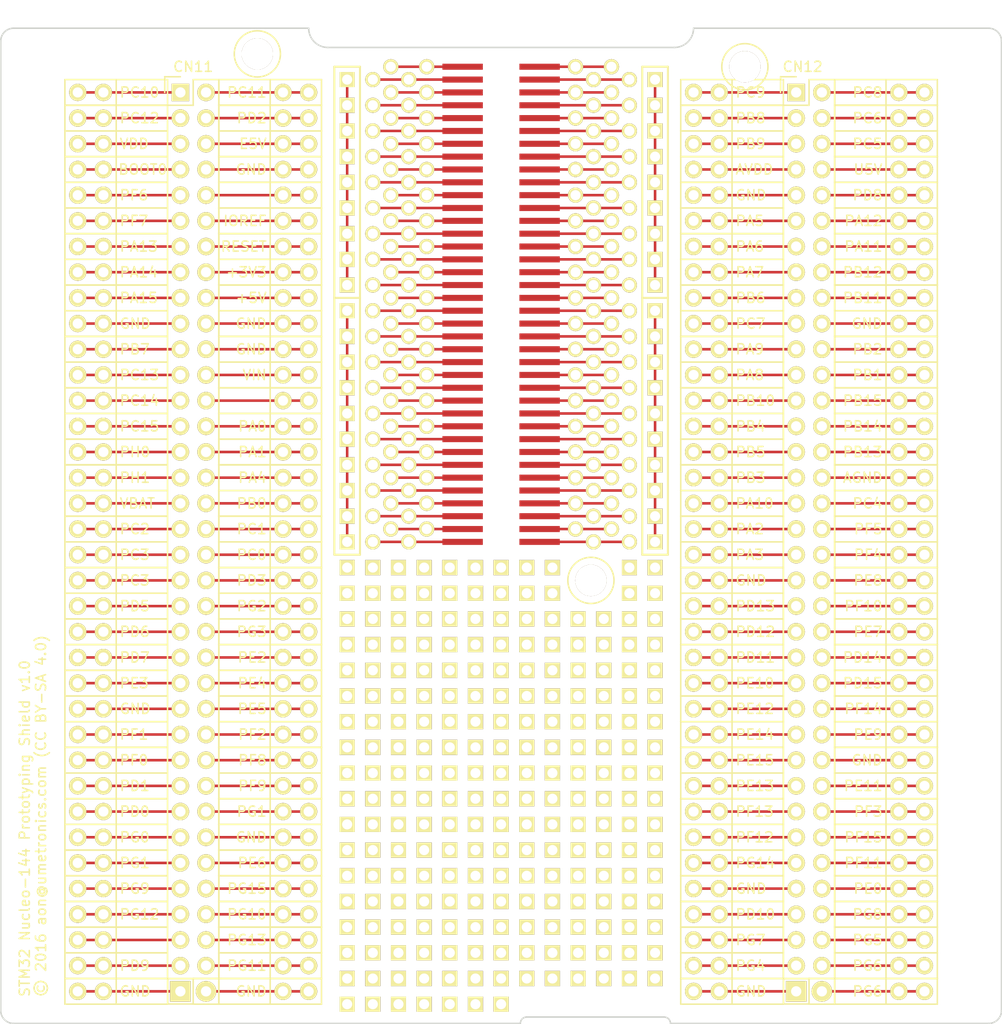
<source format=kicad_pcb>
(kicad_pcb (version 4) (host pcbnew 4.0.0-2.201512062335+6193~38~ubuntu15.10.1-stable)
  (title_block (title "STM32 Nucleo-144 Prototyping Shield") (date 2016-01-19) (rev 1.0) (company aon@umetronics.com) (comment 1 "CC BY-SA 4.0"))
  (layers (0 F.Cu signal) (31 B.Cu signal) (34 B.Paste user) (35 F.Paste user) (36 B.SilkS user) (37 F.SilkS user) (38 B.Mask user) (39 F.Mask user) (44 Edge.Cuts user))
  (net 0 "")
  (net 1 /PC10)
  (net 2 /PC11)
  (net 3 /PC12)
  (net 4 /PD2)
  (net 5 /VDD)
  (net 6 /E5V)
  (net 7 /BOOT0)
  (net 8 /GND)
  (net 9 /PF6)
  (net 10 "Net-(CN11-Pad10)")
  (net 11 /PF7)
  (net 12 /IOREF)
  (net 13 /PA13)
  (net 14 /RESET)
  (net 15 /PA14)
  (net 16 /+3V3)
  (net 17 /PA15)
  (net 18 /+5V)
  (net 19 /PB7)
  (net 20 /PC13)
  (net 21 /VIN)
  (net 22 /PC14)
  (net 23 "Net-(CN11-Pad26)")
  (net 24 /PC15)
  (net 25 /PA0)
  (net 26 /PH0)
  (net 27 /PA1)
  (net 28 /PH1)
  (net 29 /PA4)
  (net 30 /VBAT)
  (net 31 /PB0)
  (net 32 /PC2)
  (net 33 /PC1)
  (net 34 /PC3)
  (net 35 /PC0)
  (net 36 /PD4)
  (net 37 /PD3)
  (net 38 /PD5)
  (net 39 /PG2)
  (net 40 /PD6)
  (net 41 /PG3)
  (net 42 /PD7)
  (net 43 /PE2)
  (net 44 /PE3)
  (net 45 /PE4)
  (net 46 /PE5)
  (net 47 /PF1)
  (net 48 /PF2)
  (net 49 /PF0)
  (net 50 /PF8)
  (net 51 /PD1)
  (net 52 /PF9)
  (net 53 /PD0)
  (net 54 /PG1)
  (net 55 /PG0)
  (net 56 /PE1)
  (net 57 /PE6)
  (net 58 /PG9)
  (net 59 /PG15)
  (net 60 /PG12)
  (net 61 /PG10)
  (net 62 "Net-(CN11-Pad67)")
  (net 63 /PG13)
  (net 64 /PD9)
  (net 65 /PG11)
  (net 66 /PC9)
  (net 67 /PC8)
  (net 68 /PB8)
  (net 69 /PC6)
  (net 70 /PB9)
  (net 71 /PC5)
  (net 72 /AVDD)
  (net 73 /U5V)
  (net 74 /PD8)
  (net 75 /PA5)
  (net 76 /PA12)
  (net 77 /PA6)
  (net 78 /PA11)
  (net 79 /PA7)
  (net 80 /PB12)
  (net 81 /PB6)
  (net 82 /PB11)
  (net 83 /PC7)
  (net 84 /PA9)
  (net 85 /PB2)
  (net 86 /PA8)
  (net 87 /PB1)
  (net 88 /PB10)
  (net 89 /PB15)
  (net 90 /PB4)
  (net 91 /PB14)
  (net 92 /PB5)
  (net 93 /PB13)
  (net 94 /PB3)
  (net 95 /AGND)
  (net 96 /PA10)
  (net 97 /PC4)
  (net 98 /PA2)
  (net 99 /PF5)
  (net 100 /PA3)
  (net 101 /PF4)
  (net 102 /PE8)
  (net 103 /PD13)
  (net 104 /PF10)
  (net 105 /PD12)
  (net 106 /PE7)
  (net 107 /PD11)
  (net 108 /PD14)
  (net 109 /PE10)
  (net 110 /PD15)
  (net 111 /PE12)
  (net 112 /PF14)
  (net 113 /PE14)
  (net 114 /PE9)
  (net 115 /PE15)
  (net 116 /PE13)
  (net 117 /PE11)
  (net 118 /PF13)
  (net 119 /PF3)
  (net 120 /PF12)
  (net 121 /PF15)
  (net 122 /PG14)
  (net 123 /PF11)
  (net 124 /PE0)
  (net 125 /PD10)
  (net 126 /PG8)
  (net 127 /PG7)
  (net 128 /PG5)
  (net 129 /PG4)
  (net 130 /PG6)
  (module Pin_Headers:Pin_Header_Straight_1x02 (layer F.Cu) (at 176.784 139.192 90)
    (fp_text reference P2 hide)
    (fp_text value CONN_01X02 hide)
    (pad 1 thru_hole rect (at 0 0 90) (size 2.032 2.032) (drill 1.016) (layers *.Cu *.Mask F.SilkS) (net 8 /GND))
    (pad 2 thru_hole oval (at 0 2.54 90) (size 2.032 2.032) (drill 1.016) (layers *.Cu *.Mask F.SilkS) (net 8 /GND))
  )
  (module Pin_Headers:Pin_Header_Straight_1x02 (layer F.Cu) (at 115.824 139.192 90)
    (fp_text reference P1 hide)
    (fp_text value CONN_01X02 hide)
    (pad 1 thru_hole rect (at 0 0 90) (size 2.032 2.032) (drill 1.016) (layers *.Cu *.Mask F.SilkS) (net 8 /GND))
    (pad 2 thru_hole oval (at 0 2.54 90) (size 2.032 2.032) (drill 1.016) (layers *.Cu *.Mask F.SilkS) (net 8 /GND))
  )
  (module umetronics:PROTO_TH_AREA (layer F.Cu) (at 162.814 87.122)
    (fp_text reference PROTO_AREA hide)
    (fp_text value VAL** hide)
    (pad 1 thru_hole rect (at 0 2.54) (size 1.5 1.5) (drill 1) (layers *.Cu *.Mask F.SilkS))
    (pad 7 thru_hole rect (at 0 7.62) (size 1.5 1.5) (drill 1) (layers *.Cu *.Mask F.SilkS))
    (pad 8 thru_hole rect (at 0 5.08) (size 1.5 1.5) (drill 1) (layers *.Cu *.Mask F.SilkS))
  )
  (module umetronics:PROTO_TH_AREA (layer F.Cu) (at 162.814 79.502)
    (fp_text reference PROTO_AREA hide)
    (fp_text value VAL** hide)
    (pad 1 thru_hole rect (at 0 2.54) (size 1.5 1.5) (drill 1) (layers *.Cu *.Mask F.SilkS))
    (pad 7 thru_hole rect (at 0 7.62) (size 1.5 1.5) (drill 1) (layers *.Cu *.Mask F.SilkS))
    (pad 8 thru_hole rect (at 0 5.08) (size 1.5 1.5) (drill 1) (layers *.Cu *.Mask F.SilkS))
  )
  (module umetronics:PROTO_TH_AREA (layer F.Cu) (at 162.814 71.882)
    (fp_text reference PROTO_AREA hide)
    (fp_text value VAL** hide)
    (pad 1 thru_hole rect (at 0 2.54) (size 1.5 1.5) (drill 1) (layers *.Cu *.Mask F.SilkS))
    (pad 7 thru_hole rect (at 0 7.62) (size 1.5 1.5) (drill 1) (layers *.Cu *.Mask F.SilkS))
    (pad 8 thru_hole rect (at 0 5.08) (size 1.5 1.5) (drill 1) (layers *.Cu *.Mask F.SilkS))
  )
  (module umetronics:PROTO_TH_AREA (layer F.Cu) (at 162.814 64.262)
    (fp_text reference PROTO_AREA hide)
    (fp_text value VAL** hide)
    (pad 1 thru_hole rect (at 0 2.54) (size 1.5 1.5) (drill 1) (layers *.Cu *.Mask F.SilkS))
    (pad 7 thru_hole rect (at 0 7.62) (size 1.5 1.5) (drill 1) (layers *.Cu *.Mask F.SilkS))
    (pad 8 thru_hole rect (at 0 5.08) (size 1.5 1.5) (drill 1) (layers *.Cu *.Mask F.SilkS))
  )
  (module umetronics:PROTO_TH_AREA (layer F.Cu) (at 162.814 56.642)
    (fp_text reference PROTO_AREA hide)
    (fp_text value VAL** hide)
    (pad 1 thru_hole rect (at 0 2.54) (size 1.5 1.5) (drill 1) (layers *.Cu *.Mask F.SilkS))
    (pad 7 thru_hole rect (at 0 7.62) (size 1.5 1.5) (drill 1) (layers *.Cu *.Mask F.SilkS))
    (pad 8 thru_hole rect (at 0 5.08) (size 1.5 1.5) (drill 1) (layers *.Cu *.Mask F.SilkS))
  )
  (module umetronics:PROTO_TH_AREA (layer F.Cu) (at 162.814 49.022)
    (fp_text reference PROTO_AREA hide)
    (fp_text value VAL** hide)
    (pad 1 thru_hole rect (at 0 2.54) (size 1.5 1.5) (drill 1) (layers *.Cu *.Mask F.SilkS))
    (pad 7 thru_hole rect (at 0 7.62) (size 1.5 1.5) (drill 1) (layers *.Cu *.Mask F.SilkS))
    (pad 8 thru_hole rect (at 0 5.08) (size 1.5 1.5) (drill 1) (layers *.Cu *.Mask F.SilkS))
  )
  (module umetronics:PROTO_TH_AREA (layer F.Cu) (at 162.814 41.402)
    (fp_text reference PROTO_AREA hide)
    (fp_text value VAL** hide)
    (pad 7 thru_hole rect (at 0 7.62) (size 1.5 1.5) (drill 1) (layers *.Cu *.Mask F.SilkS))
  )
  (module umetronics:PROTO_TH_AREA (layer F.Cu) (at 132.334 41.402)
    (fp_text reference PROTO_AREA hide)
    (fp_text value VAL** hide)
    (pad 7 thru_hole rect (at 0 7.62) (size 1.5 1.5) (drill 1) (layers *.Cu *.Mask F.SilkS))
  )
  (module umetronics:PROTO_TH_AREA (layer F.Cu) (at 132.334 49.022)
    (fp_text reference PROTO_AREA hide)
    (fp_text value VAL** hide)
    (pad 1 thru_hole rect (at 0 2.54) (size 1.5 1.5) (drill 1) (layers *.Cu *.Mask F.SilkS))
    (pad 7 thru_hole rect (at 0 7.62) (size 1.5 1.5) (drill 1) (layers *.Cu *.Mask F.SilkS))
    (pad 8 thru_hole rect (at 0 5.08) (size 1.5 1.5) (drill 1) (layers *.Cu *.Mask F.SilkS))
  )
  (module umetronics:PROTO_TH_AREA (layer F.Cu) (at 132.334 56.642)
    (fp_text reference PROTO_AREA hide)
    (fp_text value VAL** hide)
    (pad 1 thru_hole rect (at 0 2.54) (size 1.5 1.5) (drill 1) (layers *.Cu *.Mask F.SilkS))
    (pad 7 thru_hole rect (at 0 7.62) (size 1.5 1.5) (drill 1) (layers *.Cu *.Mask F.SilkS))
    (pad 8 thru_hole rect (at 0 5.08) (size 1.5 1.5) (drill 1) (layers *.Cu *.Mask F.SilkS))
  )
  (module umetronics:PROTO_TH_AREA (layer F.Cu) (at 132.334 64.262)
    (fp_text reference PROTO_AREA hide)
    (fp_text value VAL** hide)
    (pad 1 thru_hole rect (at 0 2.54) (size 1.5 1.5) (drill 1) (layers *.Cu *.Mask F.SilkS))
    (pad 7 thru_hole rect (at 0 7.62) (size 1.5 1.5) (drill 1) (layers *.Cu *.Mask F.SilkS))
    (pad 8 thru_hole rect (at 0 5.08) (size 1.5 1.5) (drill 1) (layers *.Cu *.Mask F.SilkS))
  )
  (module umetronics:PROTO_TH_AREA (layer F.Cu) (at 132.334 71.882)
    (fp_text reference PROTO_AREA hide)
    (fp_text value VAL** hide)
    (pad 1 thru_hole rect (at 0 2.54) (size 1.5 1.5) (drill 1) (layers *.Cu *.Mask F.SilkS))
    (pad 7 thru_hole rect (at 0 7.62) (size 1.5 1.5) (drill 1) (layers *.Cu *.Mask F.SilkS))
    (pad 8 thru_hole rect (at 0 5.08) (size 1.5 1.5) (drill 1) (layers *.Cu *.Mask F.SilkS))
  )
  (module umetronics:PROTO_TH_AREA (layer F.Cu) (at 132.334 79.502)
    (fp_text reference PROTO_AREA hide)
    (fp_text value VAL** hide)
    (pad 1 thru_hole rect (at 0 2.54) (size 1.5 1.5) (drill 1) (layers *.Cu *.Mask F.SilkS))
    (pad 7 thru_hole rect (at 0 7.62) (size 1.5 1.5) (drill 1) (layers *.Cu *.Mask F.SilkS))
    (pad 8 thru_hole rect (at 0 5.08) (size 1.5 1.5) (drill 1) (layers *.Cu *.Mask F.SilkS))
  )
  (module umetronics:PROTO_TH_AREA (layer F.Cu) (at 132.334 87.122)
    (fp_text reference PROTO_AREA hide)
    (fp_text value VAL** hide)
    (pad 1 thru_hole rect (at 0 2.54) (size 1.5 1.5) (drill 1) (layers *.Cu *.Mask F.SilkS))
    (pad 7 thru_hole rect (at 0 7.62) (size 1.5 1.5) (drill 1) (layers *.Cu *.Mask F.SilkS))
    (pad 8 thru_hole rect (at 0 5.08) (size 1.5 1.5) (drill 1) (layers *.Cu *.Mask F.SilkS))
  )
  (module umetronics:PROTO_TH_AREA (layer F.Cu) (at 160.274 94.742)
    (fp_text reference PROTO_AREA hide)
    (fp_text value VAL** hide)
    (pad 1 thru_hole rect (at 0 2.54) (size 1.5 1.5) (drill 1) (layers *.Cu *.Mask F.SilkS))
    (pad 8 thru_hole rect (at 0 5.08) (size 1.5 1.5) (drill 1) (layers *.Cu *.Mask F.SilkS))
  )
  (module umetronics:PROTO_TH_AREA (layer F.Cu) (at 162.814 132.842)
    (fp_text reference PROTO_AREA hide)
    (fp_text value VAL** hide)
    (pad 1 thru_hole rect (at 0 2.54) (size 1.5 1.5) (drill 1) (layers *.Cu *.Mask F.SilkS))
    (pad 8 thru_hole rect (at 0 5.08) (size 1.5 1.5) (drill 1) (layers *.Cu *.Mask F.SilkS))
  )
  (module umetronics:PROTO_TH_AREA (layer F.Cu) (at 162.814 125.222)
    (fp_text reference PROTO_AREA hide)
    (fp_text value VAL** hide)
    (pad 1 thru_hole rect (at 0 2.54) (size 1.5 1.5) (drill 1) (layers *.Cu *.Mask F.SilkS))
    (pad 7 thru_hole rect (at 0 7.62) (size 1.5 1.5) (drill 1) (layers *.Cu *.Mask F.SilkS))
    (pad 8 thru_hole rect (at 0 5.08) (size 1.5 1.5) (drill 1) (layers *.Cu *.Mask F.SilkS))
  )
  (module umetronics:PROTO_TH_AREA (layer F.Cu) (at 162.814 117.602)
    (fp_text reference PROTO_AREA hide)
    (fp_text value VAL** hide)
    (pad 1 thru_hole rect (at 0 2.54) (size 1.5 1.5) (drill 1) (layers *.Cu *.Mask F.SilkS))
    (pad 7 thru_hole rect (at 0 7.62) (size 1.5 1.5) (drill 1) (layers *.Cu *.Mask F.SilkS))
    (pad 8 thru_hole rect (at 0 5.08) (size 1.5 1.5) (drill 1) (layers *.Cu *.Mask F.SilkS))
  )
  (module umetronics:PROTO_TH_AREA (layer F.Cu) (at 162.814 109.982)
    (fp_text reference PROTO_AREA hide)
    (fp_text value VAL** hide)
    (pad 1 thru_hole rect (at 0 2.54) (size 1.5 1.5) (drill 1) (layers *.Cu *.Mask F.SilkS))
    (pad 7 thru_hole rect (at 0 7.62) (size 1.5 1.5) (drill 1) (layers *.Cu *.Mask F.SilkS))
    (pad 8 thru_hole rect (at 0 5.08) (size 1.5 1.5) (drill 1) (layers *.Cu *.Mask F.SilkS))
  )
  (module umetronics:PROTO_TH_AREA (layer F.Cu) (at 162.814 102.362)
    (fp_text reference PROTO_AREA hide)
    (fp_text value VAL** hide)
    (pad 1 thru_hole rect (at 0 2.54) (size 1.5 1.5) (drill 1) (layers *.Cu *.Mask F.SilkS))
    (pad 7 thru_hole rect (at 0 7.62) (size 1.5 1.5) (drill 1) (layers *.Cu *.Mask F.SilkS))
    (pad 8 thru_hole rect (at 0 5.08) (size 1.5 1.5) (drill 1) (layers *.Cu *.Mask F.SilkS))
  )
  (module umetronics:PROTO_TH_AREA (layer F.Cu) (at 162.814 94.742)
    (fp_text reference PROTO_AREA hide)
    (fp_text value VAL** hide)
    (pad 1 thru_hole rect (at 0 2.54) (size 1.5 1.5) (drill 1) (layers *.Cu *.Mask F.SilkS))
    (pad 7 thru_hole rect (at 0 7.62) (size 1.5 1.5) (drill 1) (layers *.Cu *.Mask F.SilkS))
    (pad 8 thru_hole rect (at 0 5.08) (size 1.5 1.5) (drill 1) (layers *.Cu *.Mask F.SilkS))
  )
  (module umetronics:PROTO_TH_AREA (layer F.Cu) (at 155.194 132.842)
    (fp_text reference PROTO_AREA hide)
    (fp_text value VAL** hide)
  )
  (module umetronics:PROTO_TH_AREA (layer F.Cu) (at 132.334 132.842)
    (fp_text reference PROTO_AREA hide)
    (fp_text value VAL** hide)
    (pad 1 thru_hole rect (at 0 2.54) (size 1.5 1.5) (drill 1) (layers *.Cu *.Mask F.SilkS))
    (pad 2 thru_hole rect (at 2.54 2.54) (size 1.5 1.5) (drill 1) (layers *.Cu *.Mask F.SilkS))
    (pad 3 thru_hole rect (at 5.08 2.54) (size 1.5 1.5) (drill 1) (layers *.Cu *.Mask F.SilkS))
    (pad 4 thru_hole rect (at 5.08 5.08) (size 1.5 1.5) (drill 1) (layers *.Cu *.Mask F.SilkS))
    (pad 5 thru_hole rect (at 5.08 7.62) (size 1.5 1.5) (drill 1) (layers *.Cu *.Mask F.SilkS))
    (pad 6 thru_hole rect (at 2.54 7.62) (size 1.5 1.5) (drill 1) (layers *.Cu *.Mask F.SilkS))
    (pad 7 thru_hole rect (at 0 7.62) (size 1.5 1.5) (drill 1) (layers *.Cu *.Mask F.SilkS))
    (pad 8 thru_hole rect (at 0 5.08) (size 1.5 1.5) (drill 1) (layers *.Cu *.Mask F.SilkS))
    (pad 9 thru_hole rect (at 2.54 5.08) (size 1.5 1.5) (drill 1) (layers *.Cu *.Mask F.SilkS))
  )
  (module umetronics:PROTO_TH_AREA (layer F.Cu) (at 132.334 125.222)
    (fp_text reference PROTO_AREA hide)
    (fp_text value VAL** hide)
    (pad 1 thru_hole rect (at 0 2.54) (size 1.5 1.5) (drill 1) (layers *.Cu *.Mask F.SilkS))
    (pad 2 thru_hole rect (at 2.54 2.54) (size 1.5 1.5) (drill 1) (layers *.Cu *.Mask F.SilkS))
    (pad 3 thru_hole rect (at 5.08 2.54) (size 1.5 1.5) (drill 1) (layers *.Cu *.Mask F.SilkS))
    (pad 4 thru_hole rect (at 5.08 5.08) (size 1.5 1.5) (drill 1) (layers *.Cu *.Mask F.SilkS))
    (pad 5 thru_hole rect (at 5.08 7.62) (size 1.5 1.5) (drill 1) (layers *.Cu *.Mask F.SilkS))
    (pad 6 thru_hole rect (at 2.54 7.62) (size 1.5 1.5) (drill 1) (layers *.Cu *.Mask F.SilkS))
    (pad 7 thru_hole rect (at 0 7.62) (size 1.5 1.5) (drill 1) (layers *.Cu *.Mask F.SilkS))
    (pad 8 thru_hole rect (at 0 5.08) (size 1.5 1.5) (drill 1) (layers *.Cu *.Mask F.SilkS))
    (pad 9 thru_hole rect (at 2.54 5.08) (size 1.5 1.5) (drill 1) (layers *.Cu *.Mask F.SilkS))
  )
  (module umetronics:PROTO_TH_AREA (layer F.Cu) (at 132.334 117.602)
    (fp_text reference PROTO_AREA hide)
    (fp_text value VAL** hide)
    (pad 1 thru_hole rect (at 0 2.54) (size 1.5 1.5) (drill 1) (layers *.Cu *.Mask F.SilkS))
    (pad 2 thru_hole rect (at 2.54 2.54) (size 1.5 1.5) (drill 1) (layers *.Cu *.Mask F.SilkS))
    (pad 3 thru_hole rect (at 5.08 2.54) (size 1.5 1.5) (drill 1) (layers *.Cu *.Mask F.SilkS))
    (pad 4 thru_hole rect (at 5.08 5.08) (size 1.5 1.5) (drill 1) (layers *.Cu *.Mask F.SilkS))
    (pad 5 thru_hole rect (at 5.08 7.62) (size 1.5 1.5) (drill 1) (layers *.Cu *.Mask F.SilkS))
    (pad 6 thru_hole rect (at 2.54 7.62) (size 1.5 1.5) (drill 1) (layers *.Cu *.Mask F.SilkS))
    (pad 7 thru_hole rect (at 0 7.62) (size 1.5 1.5) (drill 1) (layers *.Cu *.Mask F.SilkS))
    (pad 8 thru_hole rect (at 0 5.08) (size 1.5 1.5) (drill 1) (layers *.Cu *.Mask F.SilkS))
    (pad 9 thru_hole rect (at 2.54 5.08) (size 1.5 1.5) (drill 1) (layers *.Cu *.Mask F.SilkS))
  )
  (module umetronics:PROTO_TH_AREA (layer F.Cu) (at 132.334 109.982)
    (fp_text reference PROTO_AREA hide)
    (fp_text value VAL** hide)
    (pad 1 thru_hole rect (at 0 2.54) (size 1.5 1.5) (drill 1) (layers *.Cu *.Mask F.SilkS))
    (pad 2 thru_hole rect (at 2.54 2.54) (size 1.5 1.5) (drill 1) (layers *.Cu *.Mask F.SilkS))
    (pad 3 thru_hole rect (at 5.08 2.54) (size 1.5 1.5) (drill 1) (layers *.Cu *.Mask F.SilkS))
    (pad 4 thru_hole rect (at 5.08 5.08) (size 1.5 1.5) (drill 1) (layers *.Cu *.Mask F.SilkS))
    (pad 5 thru_hole rect (at 5.08 7.62) (size 1.5 1.5) (drill 1) (layers *.Cu *.Mask F.SilkS))
    (pad 6 thru_hole rect (at 2.54 7.62) (size 1.5 1.5) (drill 1) (layers *.Cu *.Mask F.SilkS))
    (pad 7 thru_hole rect (at 0 7.62) (size 1.5 1.5) (drill 1) (layers *.Cu *.Mask F.SilkS))
    (pad 8 thru_hole rect (at 0 5.08) (size 1.5 1.5) (drill 1) (layers *.Cu *.Mask F.SilkS))
    (pad 9 thru_hole rect (at 2.54 5.08) (size 1.5 1.5) (drill 1) (layers *.Cu *.Mask F.SilkS))
  )
  (module umetronics:PROTO_TH_AREA (layer F.Cu) (at 139.954 132.842)
    (fp_text reference PROTO_AREA hide)
    (fp_text value VAL** hide)
    (pad 1 thru_hole rect (at 0 2.54) (size 1.5 1.5) (drill 1) (layers *.Cu *.Mask F.SilkS))
    (pad 2 thru_hole rect (at 2.54 2.54) (size 1.5 1.5) (drill 1) (layers *.Cu *.Mask F.SilkS))
    (pad 3 thru_hole rect (at 5.08 2.54) (size 1.5 1.5) (drill 1) (layers *.Cu *.Mask F.SilkS))
    (pad 4 thru_hole rect (at 5.08 5.08) (size 1.5 1.5) (drill 1) (layers *.Cu *.Mask F.SilkS))
    (pad 5 thru_hole rect (at 5.08 7.62) (size 1.5 1.5) (drill 1) (layers *.Cu *.Mask F.SilkS))
    (pad 6 thru_hole rect (at 2.54 7.62) (size 1.5 1.5) (drill 1) (layers *.Cu *.Mask F.SilkS))
    (pad 7 thru_hole rect (at 0 7.62) (size 1.5 1.5) (drill 1) (layers *.Cu *.Mask F.SilkS))
    (pad 8 thru_hole rect (at 0 5.08) (size 1.5 1.5) (drill 1) (layers *.Cu *.Mask F.SilkS))
    (pad 9 thru_hole rect (at 2.54 5.08) (size 1.5 1.5) (drill 1) (layers *.Cu *.Mask F.SilkS))
  )
  (module umetronics:PROTO_TH_AREA (layer F.Cu) (at 139.954 125.222)
    (fp_text reference PROTO_AREA hide)
    (fp_text value VAL** hide)
    (pad 1 thru_hole rect (at 0 2.54) (size 1.5 1.5) (drill 1) (layers *.Cu *.Mask F.SilkS))
    (pad 2 thru_hole rect (at 2.54 2.54) (size 1.5 1.5) (drill 1) (layers *.Cu *.Mask F.SilkS))
    (pad 3 thru_hole rect (at 5.08 2.54) (size 1.5 1.5) (drill 1) (layers *.Cu *.Mask F.SilkS))
    (pad 4 thru_hole rect (at 5.08 5.08) (size 1.5 1.5) (drill 1) (layers *.Cu *.Mask F.SilkS))
    (pad 5 thru_hole rect (at 5.08 7.62) (size 1.5 1.5) (drill 1) (layers *.Cu *.Mask F.SilkS))
    (pad 6 thru_hole rect (at 2.54 7.62) (size 1.5 1.5) (drill 1) (layers *.Cu *.Mask F.SilkS))
    (pad 7 thru_hole rect (at 0 7.62) (size 1.5 1.5) (drill 1) (layers *.Cu *.Mask F.SilkS))
    (pad 8 thru_hole rect (at 0 5.08) (size 1.5 1.5) (drill 1) (layers *.Cu *.Mask F.SilkS))
    (pad 9 thru_hole rect (at 2.54 5.08) (size 1.5 1.5) (drill 1) (layers *.Cu *.Mask F.SilkS))
  )
  (module umetronics:PROTO_TH_AREA (layer F.Cu) (at 139.954 117.602)
    (fp_text reference PROTO_AREA hide)
    (fp_text value VAL** hide)
    (pad 1 thru_hole rect (at 0 2.54) (size 1.5 1.5) (drill 1) (layers *.Cu *.Mask F.SilkS))
    (pad 2 thru_hole rect (at 2.54 2.54) (size 1.5 1.5) (drill 1) (layers *.Cu *.Mask F.SilkS))
    (pad 3 thru_hole rect (at 5.08 2.54) (size 1.5 1.5) (drill 1) (layers *.Cu *.Mask F.SilkS))
    (pad 4 thru_hole rect (at 5.08 5.08) (size 1.5 1.5) (drill 1) (layers *.Cu *.Mask F.SilkS))
    (pad 5 thru_hole rect (at 5.08 7.62) (size 1.5 1.5) (drill 1) (layers *.Cu *.Mask F.SilkS))
    (pad 6 thru_hole rect (at 2.54 7.62) (size 1.5 1.5) (drill 1) (layers *.Cu *.Mask F.SilkS))
    (pad 7 thru_hole rect (at 0 7.62) (size 1.5 1.5) (drill 1) (layers *.Cu *.Mask F.SilkS))
    (pad 8 thru_hole rect (at 0 5.08) (size 1.5 1.5) (drill 1) (layers *.Cu *.Mask F.SilkS))
    (pad 9 thru_hole rect (at 2.54 5.08) (size 1.5 1.5) (drill 1) (layers *.Cu *.Mask F.SilkS))
  )
  (module umetronics:PROTO_TH_AREA (layer F.Cu) (at 139.954 109.982)
    (fp_text reference PROTO_AREA hide)
    (fp_text value VAL** hide)
    (pad 1 thru_hole rect (at 0 2.54) (size 1.5 1.5) (drill 1) (layers *.Cu *.Mask F.SilkS))
    (pad 2 thru_hole rect (at 2.54 2.54) (size 1.5 1.5) (drill 1) (layers *.Cu *.Mask F.SilkS))
    (pad 3 thru_hole rect (at 5.08 2.54) (size 1.5 1.5) (drill 1) (layers *.Cu *.Mask F.SilkS))
    (pad 4 thru_hole rect (at 5.08 5.08) (size 1.5 1.5) (drill 1) (layers *.Cu *.Mask F.SilkS))
    (pad 5 thru_hole rect (at 5.08 7.62) (size 1.5 1.5) (drill 1) (layers *.Cu *.Mask F.SilkS))
    (pad 6 thru_hole rect (at 2.54 7.62) (size 1.5 1.5) (drill 1) (layers *.Cu *.Mask F.SilkS))
    (pad 7 thru_hole rect (at 0 7.62) (size 1.5 1.5) (drill 1) (layers *.Cu *.Mask F.SilkS))
    (pad 8 thru_hole rect (at 0 5.08) (size 1.5 1.5) (drill 1) (layers *.Cu *.Mask F.SilkS))
    (pad 9 thru_hole rect (at 2.54 5.08) (size 1.5 1.5) (drill 1) (layers *.Cu *.Mask F.SilkS))
  )
  (module umetronics:PROTO_TH_AREA (layer F.Cu) (at 147.574 132.842)
    (fp_text reference PROTO_AREA hide)
    (fp_text value VAL** hide)
    (pad 1 thru_hole rect (at 0 2.54) (size 1.5 1.5) (drill 1) (layers *.Cu *.Mask F.SilkS))
    (pad 2 thru_hole rect (at 2.54 2.54) (size 1.5 1.5) (drill 1) (layers *.Cu *.Mask F.SilkS))
    (pad 3 thru_hole rect (at 5.08 2.54) (size 1.5 1.5) (drill 1) (layers *.Cu *.Mask F.SilkS))
    (pad 4 thru_hole rect (at 5.08 5.08) (size 1.5 1.5) (drill 1) (layers *.Cu *.Mask F.SilkS))
    (pad 7 thru_hole rect (at 0 7.62) (size 1.5 1.5) (drill 1) (layers *.Cu *.Mask F.SilkS))
    (pad 8 thru_hole rect (at 0 5.08) (size 1.5 1.5) (drill 1) (layers *.Cu *.Mask F.SilkS))
    (pad 9 thru_hole rect (at 2.54 5.08) (size 1.5 1.5) (drill 1) (layers *.Cu *.Mask F.SilkS))
  )
  (module umetronics:PROTO_TH_AREA (layer F.Cu) (at 147.574 125.222)
    (fp_text reference PROTO_AREA hide)
    (fp_text value VAL** hide)
    (pad 1 thru_hole rect (at 0 2.54) (size 1.5 1.5) (drill 1) (layers *.Cu *.Mask F.SilkS))
    (pad 2 thru_hole rect (at 2.54 2.54) (size 1.5 1.5) (drill 1) (layers *.Cu *.Mask F.SilkS))
    (pad 3 thru_hole rect (at 5.08 2.54) (size 1.5 1.5) (drill 1) (layers *.Cu *.Mask F.SilkS))
    (pad 4 thru_hole rect (at 5.08 5.08) (size 1.5 1.5) (drill 1) (layers *.Cu *.Mask F.SilkS))
    (pad 5 thru_hole rect (at 5.08 7.62) (size 1.5 1.5) (drill 1) (layers *.Cu *.Mask F.SilkS))
    (pad 6 thru_hole rect (at 2.54 7.62) (size 1.5 1.5) (drill 1) (layers *.Cu *.Mask F.SilkS))
    (pad 7 thru_hole rect (at 0 7.62) (size 1.5 1.5) (drill 1) (layers *.Cu *.Mask F.SilkS))
    (pad 8 thru_hole rect (at 0 5.08) (size 1.5 1.5) (drill 1) (layers *.Cu *.Mask F.SilkS))
    (pad 9 thru_hole rect (at 2.54 5.08) (size 1.5 1.5) (drill 1) (layers *.Cu *.Mask F.SilkS))
  )
  (module umetronics:PROTO_TH_AREA (layer F.Cu) (at 147.574 117.602)
    (fp_text reference PROTO_AREA hide)
    (fp_text value VAL** hide)
    (pad 1 thru_hole rect (at 0 2.54) (size 1.5 1.5) (drill 1) (layers *.Cu *.Mask F.SilkS))
    (pad 2 thru_hole rect (at 2.54 2.54) (size 1.5 1.5) (drill 1) (layers *.Cu *.Mask F.SilkS))
    (pad 3 thru_hole rect (at 5.08 2.54) (size 1.5 1.5) (drill 1) (layers *.Cu *.Mask F.SilkS))
    (pad 4 thru_hole rect (at 5.08 5.08) (size 1.5 1.5) (drill 1) (layers *.Cu *.Mask F.SilkS))
    (pad 5 thru_hole rect (at 5.08 7.62) (size 1.5 1.5) (drill 1) (layers *.Cu *.Mask F.SilkS))
    (pad 6 thru_hole rect (at 2.54 7.62) (size 1.5 1.5) (drill 1) (layers *.Cu *.Mask F.SilkS))
    (pad 7 thru_hole rect (at 0 7.62) (size 1.5 1.5) (drill 1) (layers *.Cu *.Mask F.SilkS))
    (pad 8 thru_hole rect (at 0 5.08) (size 1.5 1.5) (drill 1) (layers *.Cu *.Mask F.SilkS))
    (pad 9 thru_hole rect (at 2.54 5.08) (size 1.5 1.5) (drill 1) (layers *.Cu *.Mask F.SilkS))
  )
  (module umetronics:PROTO_TH_AREA (layer F.Cu) (at 147.574 109.982)
    (fp_text reference PROTO_AREA hide)
    (fp_text value VAL** hide)
    (pad 1 thru_hole rect (at 0 2.54) (size 1.5 1.5) (drill 1) (layers *.Cu *.Mask F.SilkS))
    (pad 2 thru_hole rect (at 2.54 2.54) (size 1.5 1.5) (drill 1) (layers *.Cu *.Mask F.SilkS))
    (pad 3 thru_hole rect (at 5.08 2.54) (size 1.5 1.5) (drill 1) (layers *.Cu *.Mask F.SilkS))
    (pad 4 thru_hole rect (at 5.08 5.08) (size 1.5 1.5) (drill 1) (layers *.Cu *.Mask F.SilkS))
    (pad 5 thru_hole rect (at 5.08 7.62) (size 1.5 1.5) (drill 1) (layers *.Cu *.Mask F.SilkS))
    (pad 6 thru_hole rect (at 2.54 7.62) (size 1.5 1.5) (drill 1) (layers *.Cu *.Mask F.SilkS))
    (pad 7 thru_hole rect (at 0 7.62) (size 1.5 1.5) (drill 1) (layers *.Cu *.Mask F.SilkS))
    (pad 8 thru_hole rect (at 0 5.08) (size 1.5 1.5) (drill 1) (layers *.Cu *.Mask F.SilkS))
    (pad 9 thru_hole rect (at 2.54 5.08) (size 1.5 1.5) (drill 1) (layers *.Cu *.Mask F.SilkS))
  )
  (module umetronics:PROTO_TH_AREA (layer F.Cu) (at 155.194 130.302)
    (fp_text reference PROTO_AREA hide)
    (fp_text value VAL** hide)
    (pad 1 thru_hole rect (at 0 2.54) (size 1.5 1.5) (drill 1) (layers *.Cu *.Mask F.SilkS))
    (pad 2 thru_hole rect (at 2.54 2.54) (size 1.5 1.5) (drill 1) (layers *.Cu *.Mask F.SilkS))
    (pad 3 thru_hole rect (at 5.08 2.54) (size 1.5 1.5) (drill 1) (layers *.Cu *.Mask F.SilkS))
    (pad 4 thru_hole rect (at 5.08 5.08) (size 1.5 1.5) (drill 1) (layers *.Cu *.Mask F.SilkS))
    (pad 5 thru_hole rect (at 5.08 7.62) (size 1.5 1.5) (drill 1) (layers *.Cu *.Mask F.SilkS))
    (pad 6 thru_hole rect (at 2.54 7.62) (size 1.5 1.5) (drill 1) (layers *.Cu *.Mask F.SilkS))
    (pad 7 thru_hole rect (at 0 7.62) (size 1.5 1.5) (drill 1) (layers *.Cu *.Mask F.SilkS))
    (pad 8 thru_hole rect (at 0 5.08) (size 1.5 1.5) (drill 1) (layers *.Cu *.Mask F.SilkS))
    (pad 9 thru_hole rect (at 2.54 5.08) (size 1.5 1.5) (drill 1) (layers *.Cu *.Mask F.SilkS))
  )
  (module umetronics:PROTO_TH_AREA (layer F.Cu) (at 155.194 122.682)
    (fp_text reference PROTO_AREA hide)
    (fp_text value VAL** hide)
    (pad 1 thru_hole rect (at 0 2.54) (size 1.5 1.5) (drill 1) (layers *.Cu *.Mask F.SilkS))
    (pad 2 thru_hole rect (at 2.54 2.54) (size 1.5 1.5) (drill 1) (layers *.Cu *.Mask F.SilkS))
    (pad 3 thru_hole rect (at 5.08 2.54) (size 1.5 1.5) (drill 1) (layers *.Cu *.Mask F.SilkS))
    (pad 4 thru_hole rect (at 5.08 5.08) (size 1.5 1.5) (drill 1) (layers *.Cu *.Mask F.SilkS))
    (pad 5 thru_hole rect (at 5.08 7.62) (size 1.5 1.5) (drill 1) (layers *.Cu *.Mask F.SilkS))
    (pad 6 thru_hole rect (at 2.54 7.62) (size 1.5 1.5) (drill 1) (layers *.Cu *.Mask F.SilkS))
    (pad 7 thru_hole rect (at 0 7.62) (size 1.5 1.5) (drill 1) (layers *.Cu *.Mask F.SilkS))
    (pad 8 thru_hole rect (at 0 5.08) (size 1.5 1.5) (drill 1) (layers *.Cu *.Mask F.SilkS))
    (pad 9 thru_hole rect (at 2.54 5.08) (size 1.5 1.5) (drill 1) (layers *.Cu *.Mask F.SilkS))
  )
  (module umetronics:PROTO_TH_AREA (layer F.Cu) (at 155.194 115.062)
    (fp_text reference PROTO_AREA hide)
    (fp_text value VAL** hide)
    (pad 1 thru_hole rect (at 0 2.54) (size 1.5 1.5) (drill 1) (layers *.Cu *.Mask F.SilkS))
    (pad 2 thru_hole rect (at 2.54 2.54) (size 1.5 1.5) (drill 1) (layers *.Cu *.Mask F.SilkS))
    (pad 3 thru_hole rect (at 5.08 2.54) (size 1.5 1.5) (drill 1) (layers *.Cu *.Mask F.SilkS))
    (pad 4 thru_hole rect (at 5.08 5.08) (size 1.5 1.5) (drill 1) (layers *.Cu *.Mask F.SilkS))
    (pad 5 thru_hole rect (at 5.08 7.62) (size 1.5 1.5) (drill 1) (layers *.Cu *.Mask F.SilkS))
    (pad 6 thru_hole rect (at 2.54 7.62) (size 1.5 1.5) (drill 1) (layers *.Cu *.Mask F.SilkS))
    (pad 7 thru_hole rect (at 0 7.62) (size 1.5 1.5) (drill 1) (layers *.Cu *.Mask F.SilkS))
    (pad 8 thru_hole rect (at 0 5.08) (size 1.5 1.5) (drill 1) (layers *.Cu *.Mask F.SilkS))
    (pad 9 thru_hole rect (at 2.54 5.08) (size 1.5 1.5) (drill 1) (layers *.Cu *.Mask F.SilkS))
  )
  (module umetronics:PROTO_TH_AREA (layer F.Cu) (at 155.194 107.442)
    (fp_text reference PROTO_AREA hide)
    (fp_text value VAL** hide)
    (pad 1 thru_hole rect (at 0 2.54) (size 1.5 1.5) (drill 1) (layers *.Cu *.Mask F.SilkS))
    (pad 2 thru_hole rect (at 2.54 2.54) (size 1.5 1.5) (drill 1) (layers *.Cu *.Mask F.SilkS))
    (pad 3 thru_hole rect (at 5.08 2.54) (size 1.5 1.5) (drill 1) (layers *.Cu *.Mask F.SilkS))
    (pad 4 thru_hole rect (at 5.08 5.08) (size 1.5 1.5) (drill 1) (layers *.Cu *.Mask F.SilkS))
    (pad 5 thru_hole rect (at 5.08 7.62) (size 1.5 1.5) (drill 1) (layers *.Cu *.Mask F.SilkS))
    (pad 6 thru_hole rect (at 2.54 7.62) (size 1.5 1.5) (drill 1) (layers *.Cu *.Mask F.SilkS))
    (pad 7 thru_hole rect (at 0 7.62) (size 1.5 1.5) (drill 1) (layers *.Cu *.Mask F.SilkS))
    (pad 8 thru_hole rect (at 0 5.08) (size 1.5 1.5) (drill 1) (layers *.Cu *.Mask F.SilkS))
    (pad 9 thru_hole rect (at 2.54 5.08) (size 1.5 1.5) (drill 1) (layers *.Cu *.Mask F.SilkS))
  )
  (module umetronics:PROTO_TH_AREA (layer F.Cu) (at 155.194 99.822)
    (fp_text reference PROTO_AREA hide)
    (fp_text value VAL** hide)
    (pad 1 thru_hole rect (at 0 2.54) (size 1.5 1.5) (drill 1) (layers *.Cu *.Mask F.SilkS))
    (pad 2 thru_hole rect (at 2.54 2.54) (size 1.5 1.5) (drill 1) (layers *.Cu *.Mask F.SilkS))
    (pad 3 thru_hole rect (at 5.08 2.54) (size 1.5 1.5) (drill 1) (layers *.Cu *.Mask F.SilkS))
    (pad 4 thru_hole rect (at 5.08 5.08) (size 1.5 1.5) (drill 1) (layers *.Cu *.Mask F.SilkS))
    (pad 5 thru_hole rect (at 5.08 7.62) (size 1.5 1.5) (drill 1) (layers *.Cu *.Mask F.SilkS))
    (pad 6 thru_hole rect (at 2.54 7.62) (size 1.5 1.5) (drill 1) (layers *.Cu *.Mask F.SilkS))
    (pad 7 thru_hole rect (at 0 7.62) (size 1.5 1.5) (drill 1) (layers *.Cu *.Mask F.SilkS))
    (pad 8 thru_hole rect (at 0 5.08) (size 1.5 1.5) (drill 1) (layers *.Cu *.Mask F.SilkS))
    (pad 9 thru_hole rect (at 2.54 5.08) (size 1.5 1.5) (drill 1) (layers *.Cu *.Mask F.SilkS))
  )
  (module umetronics:PROTO_TH_AREA (layer F.Cu) (at 147.574 102.362)
    (fp_text reference PROTO_AREA hide)
    (fp_text value VAL** hide)
    (pad 1 thru_hole rect (at 0 2.54) (size 1.5 1.5) (drill 1) (layers *.Cu *.Mask F.SilkS))
    (pad 2 thru_hole rect (at 2.54 2.54) (size 1.5 1.5) (drill 1) (layers *.Cu *.Mask F.SilkS))
    (pad 3 thru_hole rect (at 5.08 2.54) (size 1.5 1.5) (drill 1) (layers *.Cu *.Mask F.SilkS))
    (pad 4 thru_hole rect (at 5.08 5.08) (size 1.5 1.5) (drill 1) (layers *.Cu *.Mask F.SilkS))
    (pad 5 thru_hole rect (at 5.08 7.62) (size 1.5 1.5) (drill 1) (layers *.Cu *.Mask F.SilkS))
    (pad 6 thru_hole rect (at 2.54 7.62) (size 1.5 1.5) (drill 1) (layers *.Cu *.Mask F.SilkS))
    (pad 7 thru_hole rect (at 0 7.62) (size 1.5 1.5) (drill 1) (layers *.Cu *.Mask F.SilkS))
    (pad 8 thru_hole rect (at 0 5.08) (size 1.5 1.5) (drill 1) (layers *.Cu *.Mask F.SilkS))
    (pad 9 thru_hole rect (at 2.54 5.08) (size 1.5 1.5) (drill 1) (layers *.Cu *.Mask F.SilkS))
  )
  (module umetronics:PROTO_TH_AREA (layer F.Cu) (at 139.954 102.362)
    (fp_text reference PROTO_AREA hide)
    (fp_text value VAL** hide)
    (pad 1 thru_hole rect (at 0 2.54) (size 1.5 1.5) (drill 1) (layers *.Cu *.Mask F.SilkS))
    (pad 2 thru_hole rect (at 2.54 2.54) (size 1.5 1.5) (drill 1) (layers *.Cu *.Mask F.SilkS))
    (pad 3 thru_hole rect (at 5.08 2.54) (size 1.5 1.5) (drill 1) (layers *.Cu *.Mask F.SilkS))
    (pad 4 thru_hole rect (at 5.08 5.08) (size 1.5 1.5) (drill 1) (layers *.Cu *.Mask F.SilkS))
    (pad 5 thru_hole rect (at 5.08 7.62) (size 1.5 1.5) (drill 1) (layers *.Cu *.Mask F.SilkS))
    (pad 6 thru_hole rect (at 2.54 7.62) (size 1.5 1.5) (drill 1) (layers *.Cu *.Mask F.SilkS))
    (pad 7 thru_hole rect (at 0 7.62) (size 1.5 1.5) (drill 1) (layers *.Cu *.Mask F.SilkS))
    (pad 8 thru_hole rect (at 0 5.08) (size 1.5 1.5) (drill 1) (layers *.Cu *.Mask F.SilkS))
    (pad 9 thru_hole rect (at 2.54 5.08) (size 1.5 1.5) (drill 1) (layers *.Cu *.Mask F.SilkS))
  )
  (module umetronics:PROTO_TH_AREA (layer F.Cu) (at 132.334 102.362)
    (fp_text reference PROTO_AREA hide)
    (fp_text value VAL** hide)
    (pad 1 thru_hole rect (at 0 2.54) (size 1.5 1.5) (drill 1) (layers *.Cu *.Mask F.SilkS))
    (pad 2 thru_hole rect (at 2.54 2.54) (size 1.5 1.5) (drill 1) (layers *.Cu *.Mask F.SilkS))
    (pad 3 thru_hole rect (at 5.08 2.54) (size 1.5 1.5) (drill 1) (layers *.Cu *.Mask F.SilkS))
    (pad 4 thru_hole rect (at 5.08 5.08) (size 1.5 1.5) (drill 1) (layers *.Cu *.Mask F.SilkS))
    (pad 5 thru_hole rect (at 5.08 7.62) (size 1.5 1.5) (drill 1) (layers *.Cu *.Mask F.SilkS))
    (pad 6 thru_hole rect (at 2.54 7.62) (size 1.5 1.5) (drill 1) (layers *.Cu *.Mask F.SilkS))
    (pad 7 thru_hole rect (at 0 7.62) (size 1.5 1.5) (drill 1) (layers *.Cu *.Mask F.SilkS))
    (pad 8 thru_hole rect (at 0 5.08) (size 1.5 1.5) (drill 1) (layers *.Cu *.Mask F.SilkS))
    (pad 9 thru_hole rect (at 2.54 5.08) (size 1.5 1.5) (drill 1) (layers *.Cu *.Mask F.SilkS))
  )
  (module umetronics:PROTO_TH_AREA (layer F.Cu) (at 132.334 94.742)
    (fp_text reference PROTO_AREA hide)
    (fp_text value VAL** hide)
    (pad 1 thru_hole rect (at 0 2.54) (size 1.5 1.5) (drill 1) (layers *.Cu *.Mask F.SilkS))
    (pad 2 thru_hole rect (at 2.54 2.54) (size 1.5 1.5) (drill 1) (layers *.Cu *.Mask F.SilkS))
    (pad 3 thru_hole rect (at 5.08 2.54) (size 1.5 1.5) (drill 1) (layers *.Cu *.Mask F.SilkS))
    (pad 4 thru_hole rect (at 5.08 5.08) (size 1.5 1.5) (drill 1) (layers *.Cu *.Mask F.SilkS))
    (pad 5 thru_hole rect (at 5.08 7.62) (size 1.5 1.5) (drill 1) (layers *.Cu *.Mask F.SilkS))
    (pad 6 thru_hole rect (at 2.54 7.62) (size 1.5 1.5) (drill 1) (layers *.Cu *.Mask F.SilkS))
    (pad 7 thru_hole rect (at 0 7.62) (size 1.5 1.5) (drill 1) (layers *.Cu *.Mask F.SilkS))
    (pad 8 thru_hole rect (at 0 5.08) (size 1.5 1.5) (drill 1) (layers *.Cu *.Mask F.SilkS))
    (pad 9 thru_hole rect (at 2.54 5.08) (size 1.5 1.5) (drill 1) (layers *.Cu *.Mask F.SilkS))
  )
  (module umetronics:PROTO_TH_AREA (layer F.Cu) (at 139.954 94.742)
    (fp_text reference PROTO_AREA hide)
    (fp_text value VAL** hide)
    (pad 1 thru_hole rect (at 0 2.54) (size 1.5 1.5) (drill 1) (layers *.Cu *.Mask F.SilkS))
    (pad 2 thru_hole rect (at 2.54 2.54) (size 1.5 1.5) (drill 1) (layers *.Cu *.Mask F.SilkS))
    (pad 3 thru_hole rect (at 5.08 2.54) (size 1.5 1.5) (drill 1) (layers *.Cu *.Mask F.SilkS))
    (pad 4 thru_hole rect (at 5.08 5.08) (size 1.5 1.5) (drill 1) (layers *.Cu *.Mask F.SilkS))
    (pad 5 thru_hole rect (at 5.08 7.62) (size 1.5 1.5) (drill 1) (layers *.Cu *.Mask F.SilkS))
    (pad 6 thru_hole rect (at 2.54 7.62) (size 1.5 1.5) (drill 1) (layers *.Cu *.Mask F.SilkS))
    (pad 7 thru_hole rect (at 0 7.62) (size 1.5 1.5) (drill 1) (layers *.Cu *.Mask F.SilkS))
    (pad 8 thru_hole rect (at 0 5.08) (size 1.5 1.5) (drill 1) (layers *.Cu *.Mask F.SilkS))
    (pad 9 thru_hole rect (at 2.54 5.08) (size 1.5 1.5) (drill 1) (layers *.Cu *.Mask F.SilkS))
  )
  (module umetronics:PROTO_SOIC_AREA (layer F.Cu) (at 147.574 94.742)
    (fp_text reference P77 hide)
    (fp_text value SOIC_AREA hide)
    (pad 1 smd rect (at -3.81 -1.27) (size 4 0.6) (layers F.Cu F.Paste F.Mask))
    (pad 7 smd rect (at 3.81 -1.27) (size 4 0.6) (layers F.Cu F.Paste F.Mask))
    (pad 4 smd rect (at -3.81 0) (size 4 0.6) (layers F.Cu F.Paste F.Mask))
    (pad 10 smd rect (at 3.81 0) (size 4 0.6) (layers F.Cu F.Paste F.Mask))
    (pad 2 thru_hole circle (at -7.366 -1.27) (size 1.5 1.5) (drill 1) (layers *.Cu *.Mask F.SilkS))
    (pad 3 thru_hole circle (at -10.922 -1.27) (size 1.5 1.5) (drill 1) (layers *.Cu *.Mask F.SilkS))
    (pad 5 thru_hole circle (at -9.144 0) (size 1.5 1.5) (drill 1) (layers *.Cu *.Mask F.SilkS))
    (pad 6 thru_hole circle (at -12.7 0) (size 1.5 1.5) (drill 1) (layers *.Cu *.Mask F.SilkS))
    (pad 11 thru_hole circle (at 9.144 0) (size 1.5 1.5) (drill 1) (layers *.Cu *.Mask F.SilkS))
    (pad 12 thru_hole circle (at 12.7 0) (size 1.5 1.5) (drill 1) (layers *.Cu *.Mask F.SilkS))
    (pad 8 thru_hole circle (at 7.366 -1.27) (size 1.5 1.5) (drill 1) (layers *.Cu *.Mask F.SilkS))
    (pad 9 thru_hole circle (at 10.922 -1.27) (size 1.5 1.5) (drill 1) (layers *.Cu *.Mask F.SilkS))
  )
  (module umetronics:PROTO_SOIC_AREA (layer F.Cu) (at 147.574 92.202)
    (fp_text reference P77 hide)
    (fp_text value SOIC_AREA hide)
    (pad 1 smd rect (at -3.81 -1.27) (size 4 0.6) (layers F.Cu F.Paste F.Mask))
    (pad 7 smd rect (at 3.81 -1.27) (size 4 0.6) (layers F.Cu F.Paste F.Mask))
    (pad 4 smd rect (at -3.81 0) (size 4 0.6) (layers F.Cu F.Paste F.Mask))
    (pad 10 smd rect (at 3.81 0) (size 4 0.6) (layers F.Cu F.Paste F.Mask))
    (pad 2 thru_hole circle (at -7.366 -1.27) (size 1.5 1.5) (drill 1) (layers *.Cu *.Mask F.SilkS))
    (pad 3 thru_hole circle (at -10.922 -1.27) (size 1.5 1.5) (drill 1) (layers *.Cu *.Mask F.SilkS))
    (pad 5 thru_hole circle (at -9.144 0) (size 1.5 1.5) (drill 1) (layers *.Cu *.Mask F.SilkS))
    (pad 6 thru_hole circle (at -12.7 0) (size 1.5 1.5) (drill 1) (layers *.Cu *.Mask F.SilkS))
    (pad 11 thru_hole circle (at 9.144 0) (size 1.5 1.5) (drill 1) (layers *.Cu *.Mask F.SilkS))
    (pad 12 thru_hole circle (at 12.7 0) (size 1.5 1.5) (drill 1) (layers *.Cu *.Mask F.SilkS))
    (pad 8 thru_hole circle (at 7.366 -1.27) (size 1.5 1.5) (drill 1) (layers *.Cu *.Mask F.SilkS))
    (pad 9 thru_hole circle (at 10.922 -1.27) (size 1.5 1.5) (drill 1) (layers *.Cu *.Mask F.SilkS))
  )
  (module umetronics:PROTO_SOIC_AREA (layer F.Cu) (at 147.574 89.662)
    (fp_text reference P77 hide)
    (fp_text value SOIC_AREA hide)
    (pad 1 smd rect (at -3.81 -1.27) (size 4 0.6) (layers F.Cu F.Paste F.Mask))
    (pad 7 smd rect (at 3.81 -1.27) (size 4 0.6) (layers F.Cu F.Paste F.Mask))
    (pad 4 smd rect (at -3.81 0) (size 4 0.6) (layers F.Cu F.Paste F.Mask))
    (pad 10 smd rect (at 3.81 0) (size 4 0.6) (layers F.Cu F.Paste F.Mask))
    (pad 2 thru_hole circle (at -7.366 -1.27) (size 1.5 1.5) (drill 1) (layers *.Cu *.Mask F.SilkS))
    (pad 3 thru_hole circle (at -10.922 -1.27) (size 1.5 1.5) (drill 1) (layers *.Cu *.Mask F.SilkS))
    (pad 5 thru_hole circle (at -9.144 0) (size 1.5 1.5) (drill 1) (layers *.Cu *.Mask F.SilkS))
    (pad 6 thru_hole circle (at -12.7 0) (size 1.5 1.5) (drill 1) (layers *.Cu *.Mask F.SilkS))
    (pad 11 thru_hole circle (at 9.144 0) (size 1.5 1.5) (drill 1) (layers *.Cu *.Mask F.SilkS))
    (pad 12 thru_hole circle (at 12.7 0) (size 1.5 1.5) (drill 1) (layers *.Cu *.Mask F.SilkS))
    (pad 8 thru_hole circle (at 7.366 -1.27) (size 1.5 1.5) (drill 1) (layers *.Cu *.Mask F.SilkS))
    (pad 9 thru_hole circle (at 10.922 -1.27) (size 1.5 1.5) (drill 1) (layers *.Cu *.Mask F.SilkS))
  )
  (module umetronics:PROTO_SOIC_AREA (layer F.Cu) (at 147.574 87.122)
    (fp_text reference P77 hide)
    (fp_text value SOIC_AREA hide)
    (pad 1 smd rect (at -3.81 -1.27) (size 4 0.6) (layers F.Cu F.Paste F.Mask))
    (pad 7 smd rect (at 3.81 -1.27) (size 4 0.6) (layers F.Cu F.Paste F.Mask))
    (pad 4 smd rect (at -3.81 0) (size 4 0.6) (layers F.Cu F.Paste F.Mask))
    (pad 10 smd rect (at 3.81 0) (size 4 0.6) (layers F.Cu F.Paste F.Mask))
    (pad 2 thru_hole circle (at -7.366 -1.27) (size 1.5 1.5) (drill 1) (layers *.Cu *.Mask F.SilkS))
    (pad 3 thru_hole circle (at -10.922 -1.27) (size 1.5 1.5) (drill 1) (layers *.Cu *.Mask F.SilkS))
    (pad 5 thru_hole circle (at -9.144 0) (size 1.5 1.5) (drill 1) (layers *.Cu *.Mask F.SilkS))
    (pad 6 thru_hole circle (at -12.7 0) (size 1.5 1.5) (drill 1) (layers *.Cu *.Mask F.SilkS))
    (pad 11 thru_hole circle (at 9.144 0) (size 1.5 1.5) (drill 1) (layers *.Cu *.Mask F.SilkS))
    (pad 12 thru_hole circle (at 12.7 0) (size 1.5 1.5) (drill 1) (layers *.Cu *.Mask F.SilkS))
    (pad 8 thru_hole circle (at 7.366 -1.27) (size 1.5 1.5) (drill 1) (layers *.Cu *.Mask F.SilkS))
    (pad 9 thru_hole circle (at 10.922 -1.27) (size 1.5 1.5) (drill 1) (layers *.Cu *.Mask F.SilkS))
  )
  (module umetronics:PROTO_SOIC_AREA (layer F.Cu) (at 147.574 84.582)
    (fp_text reference P77 hide)
    (fp_text value SOIC_AREA hide)
    (pad 1 smd rect (at -3.81 -1.27) (size 4 0.6) (layers F.Cu F.Paste F.Mask))
    (pad 7 smd rect (at 3.81 -1.27) (size 4 0.6) (layers F.Cu F.Paste F.Mask))
    (pad 4 smd rect (at -3.81 0) (size 4 0.6) (layers F.Cu F.Paste F.Mask))
    (pad 10 smd rect (at 3.81 0) (size 4 0.6) (layers F.Cu F.Paste F.Mask))
    (pad 2 thru_hole circle (at -7.366 -1.27) (size 1.5 1.5) (drill 1) (layers *.Cu *.Mask F.SilkS))
    (pad 3 thru_hole circle (at -10.922 -1.27) (size 1.5 1.5) (drill 1) (layers *.Cu *.Mask F.SilkS))
    (pad 5 thru_hole circle (at -9.144 0) (size 1.5 1.5) (drill 1) (layers *.Cu *.Mask F.SilkS))
    (pad 6 thru_hole circle (at -12.7 0) (size 1.5 1.5) (drill 1) (layers *.Cu *.Mask F.SilkS))
    (pad 11 thru_hole circle (at 9.144 0) (size 1.5 1.5) (drill 1) (layers *.Cu *.Mask F.SilkS))
    (pad 12 thru_hole circle (at 12.7 0) (size 1.5 1.5) (drill 1) (layers *.Cu *.Mask F.SilkS))
    (pad 8 thru_hole circle (at 7.366 -1.27) (size 1.5 1.5) (drill 1) (layers *.Cu *.Mask F.SilkS))
    (pad 9 thru_hole circle (at 10.922 -1.27) (size 1.5 1.5) (drill 1) (layers *.Cu *.Mask F.SilkS))
  )
  (module umetronics:PROTO_SOIC_AREA (layer F.Cu) (at 147.574 82.042)
    (fp_text reference P77 hide)
    (fp_text value SOIC_AREA hide)
    (pad 1 smd rect (at -3.81 -1.27) (size 4 0.6) (layers F.Cu F.Paste F.Mask))
    (pad 7 smd rect (at 3.81 -1.27) (size 4 0.6) (layers F.Cu F.Paste F.Mask))
    (pad 4 smd rect (at -3.81 0) (size 4 0.6) (layers F.Cu F.Paste F.Mask))
    (pad 10 smd rect (at 3.81 0) (size 4 0.6) (layers F.Cu F.Paste F.Mask))
    (pad 2 thru_hole circle (at -7.366 -1.27) (size 1.5 1.5) (drill 1) (layers *.Cu *.Mask F.SilkS))
    (pad 3 thru_hole circle (at -10.922 -1.27) (size 1.5 1.5) (drill 1) (layers *.Cu *.Mask F.SilkS))
    (pad 5 thru_hole circle (at -9.144 0) (size 1.5 1.5) (drill 1) (layers *.Cu *.Mask F.SilkS))
    (pad 6 thru_hole circle (at -12.7 0) (size 1.5 1.5) (drill 1) (layers *.Cu *.Mask F.SilkS))
    (pad 11 thru_hole circle (at 9.144 0) (size 1.5 1.5) (drill 1) (layers *.Cu *.Mask F.SilkS))
    (pad 12 thru_hole circle (at 12.7 0) (size 1.5 1.5) (drill 1) (layers *.Cu *.Mask F.SilkS))
    (pad 8 thru_hole circle (at 7.366 -1.27) (size 1.5 1.5) (drill 1) (layers *.Cu *.Mask F.SilkS))
    (pad 9 thru_hole circle (at 10.922 -1.27) (size 1.5 1.5) (drill 1) (layers *.Cu *.Mask F.SilkS))
  )
  (module umetronics:PROTO_SOIC_AREA (layer F.Cu) (at 147.574 79.502)
    (fp_text reference P77 hide)
    (fp_text value SOIC_AREA hide)
    (pad 1 smd rect (at -3.81 -1.27) (size 4 0.6) (layers F.Cu F.Paste F.Mask))
    (pad 7 smd rect (at 3.81 -1.27) (size 4 0.6) (layers F.Cu F.Paste F.Mask))
    (pad 4 smd rect (at -3.81 0) (size 4 0.6) (layers F.Cu F.Paste F.Mask))
    (pad 10 smd rect (at 3.81 0) (size 4 0.6) (layers F.Cu F.Paste F.Mask))
    (pad 2 thru_hole circle (at -7.366 -1.27) (size 1.5 1.5) (drill 1) (layers *.Cu *.Mask F.SilkS))
    (pad 3 thru_hole circle (at -10.922 -1.27) (size 1.5 1.5) (drill 1) (layers *.Cu *.Mask F.SilkS))
    (pad 5 thru_hole circle (at -9.144 0) (size 1.5 1.5) (drill 1) (layers *.Cu *.Mask F.SilkS))
    (pad 6 thru_hole circle (at -12.7 0) (size 1.5 1.5) (drill 1) (layers *.Cu *.Mask F.SilkS))
    (pad 11 thru_hole circle (at 9.144 0) (size 1.5 1.5) (drill 1) (layers *.Cu *.Mask F.SilkS))
    (pad 12 thru_hole circle (at 12.7 0) (size 1.5 1.5) (drill 1) (layers *.Cu *.Mask F.SilkS))
    (pad 8 thru_hole circle (at 7.366 -1.27) (size 1.5 1.5) (drill 1) (layers *.Cu *.Mask F.SilkS))
    (pad 9 thru_hole circle (at 10.922 -1.27) (size 1.5 1.5) (drill 1) (layers *.Cu *.Mask F.SilkS))
  )
  (module umetronics:PROTO_SOIC_AREA (layer F.Cu) (at 147.574 76.962)
    (fp_text reference P77 hide)
    (fp_text value SOIC_AREA hide)
    (pad 1 smd rect (at -3.81 -1.27) (size 4 0.6) (layers F.Cu F.Paste F.Mask))
    (pad 7 smd rect (at 3.81 -1.27) (size 4 0.6) (layers F.Cu F.Paste F.Mask))
    (pad 4 smd rect (at -3.81 0) (size 4 0.6) (layers F.Cu F.Paste F.Mask))
    (pad 10 smd rect (at 3.81 0) (size 4 0.6) (layers F.Cu F.Paste F.Mask))
    (pad 2 thru_hole circle (at -7.366 -1.27) (size 1.5 1.5) (drill 1) (layers *.Cu *.Mask F.SilkS))
    (pad 3 thru_hole circle (at -10.922 -1.27) (size 1.5 1.5) (drill 1) (layers *.Cu *.Mask F.SilkS))
    (pad 5 thru_hole circle (at -9.144 0) (size 1.5 1.5) (drill 1) (layers *.Cu *.Mask F.SilkS))
    (pad 6 thru_hole circle (at -12.7 0) (size 1.5 1.5) (drill 1) (layers *.Cu *.Mask F.SilkS))
    (pad 11 thru_hole circle (at 9.144 0) (size 1.5 1.5) (drill 1) (layers *.Cu *.Mask F.SilkS))
    (pad 12 thru_hole circle (at 12.7 0) (size 1.5 1.5) (drill 1) (layers *.Cu *.Mask F.SilkS))
    (pad 8 thru_hole circle (at 7.366 -1.27) (size 1.5 1.5) (drill 1) (layers *.Cu *.Mask F.SilkS))
    (pad 9 thru_hole circle (at 10.922 -1.27) (size 1.5 1.5) (drill 1) (layers *.Cu *.Mask F.SilkS))
  )
  (module umetronics:PROTO_SOIC_AREA (layer F.Cu) (at 147.574 74.422)
    (fp_text reference P77 hide)
    (fp_text value SOIC_AREA hide)
    (pad 1 smd rect (at -3.81 -1.27) (size 4 0.6) (layers F.Cu F.Paste F.Mask))
    (pad 7 smd rect (at 3.81 -1.27) (size 4 0.6) (layers F.Cu F.Paste F.Mask))
    (pad 4 smd rect (at -3.81 0) (size 4 0.6) (layers F.Cu F.Paste F.Mask))
    (pad 10 smd rect (at 3.81 0) (size 4 0.6) (layers F.Cu F.Paste F.Mask))
    (pad 2 thru_hole circle (at -7.366 -1.27) (size 1.5 1.5) (drill 1) (layers *.Cu *.Mask F.SilkS))
    (pad 3 thru_hole circle (at -10.922 -1.27) (size 1.5 1.5) (drill 1) (layers *.Cu *.Mask F.SilkS))
    (pad 5 thru_hole circle (at -9.144 0) (size 1.5 1.5) (drill 1) (layers *.Cu *.Mask F.SilkS))
    (pad 6 thru_hole circle (at -12.7 0) (size 1.5 1.5) (drill 1) (layers *.Cu *.Mask F.SilkS))
    (pad 11 thru_hole circle (at 9.144 0) (size 1.5 1.5) (drill 1) (layers *.Cu *.Mask F.SilkS))
    (pad 12 thru_hole circle (at 12.7 0) (size 1.5 1.5) (drill 1) (layers *.Cu *.Mask F.SilkS))
    (pad 8 thru_hole circle (at 7.366 -1.27) (size 1.5 1.5) (drill 1) (layers *.Cu *.Mask F.SilkS))
    (pad 9 thru_hole circle (at 10.922 -1.27) (size 1.5 1.5) (drill 1) (layers *.Cu *.Mask F.SilkS))
  )
  (module umetronics:PROTO_SOIC_AREA (layer F.Cu) (at 147.574 71.882)
    (fp_text reference P77 hide)
    (fp_text value SOIC_AREA hide)
    (pad 1 smd rect (at -3.81 -1.27) (size 4 0.6) (layers F.Cu F.Paste F.Mask))
    (pad 7 smd rect (at 3.81 -1.27) (size 4 0.6) (layers F.Cu F.Paste F.Mask))
    (pad 4 smd rect (at -3.81 0) (size 4 0.6) (layers F.Cu F.Paste F.Mask))
    (pad 10 smd rect (at 3.81 0) (size 4 0.6) (layers F.Cu F.Paste F.Mask))
    (pad 2 thru_hole circle (at -7.366 -1.27) (size 1.5 1.5) (drill 1) (layers *.Cu *.Mask F.SilkS))
    (pad 3 thru_hole circle (at -10.922 -1.27) (size 1.5 1.5) (drill 1) (layers *.Cu *.Mask F.SilkS))
    (pad 5 thru_hole circle (at -9.144 0) (size 1.5 1.5) (drill 1) (layers *.Cu *.Mask F.SilkS))
    (pad 6 thru_hole circle (at -12.7 0) (size 1.5 1.5) (drill 1) (layers *.Cu *.Mask F.SilkS))
    (pad 11 thru_hole circle (at 9.144 0) (size 1.5 1.5) (drill 1) (layers *.Cu *.Mask F.SilkS))
    (pad 12 thru_hole circle (at 12.7 0) (size 1.5 1.5) (drill 1) (layers *.Cu *.Mask F.SilkS))
    (pad 8 thru_hole circle (at 7.366 -1.27) (size 1.5 1.5) (drill 1) (layers *.Cu *.Mask F.SilkS))
    (pad 9 thru_hole circle (at 10.922 -1.27) (size 1.5 1.5) (drill 1) (layers *.Cu *.Mask F.SilkS))
  )
  (module umetronics:PROTO_SOIC_AREA (layer F.Cu) (at 147.574 69.342)
    (fp_text reference P77 hide)
    (fp_text value SOIC_AREA hide)
    (pad 1 smd rect (at -3.81 -1.27) (size 4 0.6) (layers F.Cu F.Paste F.Mask))
    (pad 7 smd rect (at 3.81 -1.27) (size 4 0.6) (layers F.Cu F.Paste F.Mask))
    (pad 4 smd rect (at -3.81 0) (size 4 0.6) (layers F.Cu F.Paste F.Mask))
    (pad 10 smd rect (at 3.81 0) (size 4 0.6) (layers F.Cu F.Paste F.Mask))
    (pad 2 thru_hole circle (at -7.366 -1.27) (size 1.5 1.5) (drill 1) (layers *.Cu *.Mask F.SilkS))
    (pad 3 thru_hole circle (at -10.922 -1.27) (size 1.5 1.5) (drill 1) (layers *.Cu *.Mask F.SilkS))
    (pad 5 thru_hole circle (at -9.144 0) (size 1.5 1.5) (drill 1) (layers *.Cu *.Mask F.SilkS))
    (pad 6 thru_hole circle (at -12.7 0) (size 1.5 1.5) (drill 1) (layers *.Cu *.Mask F.SilkS))
    (pad 11 thru_hole circle (at 9.144 0) (size 1.5 1.5) (drill 1) (layers *.Cu *.Mask F.SilkS))
    (pad 12 thru_hole circle (at 12.7 0) (size 1.5 1.5) (drill 1) (layers *.Cu *.Mask F.SilkS))
    (pad 8 thru_hole circle (at 7.366 -1.27) (size 1.5 1.5) (drill 1) (layers *.Cu *.Mask F.SilkS))
    (pad 9 thru_hole circle (at 10.922 -1.27) (size 1.5 1.5) (drill 1) (layers *.Cu *.Mask F.SilkS))
  )
  (module umetronics:PROTO_SOIC_AREA (layer F.Cu) (at 147.574 66.802)
    (fp_text reference P77 hide)
    (fp_text value SOIC_AREA hide)
    (pad 1 smd rect (at -3.81 -1.27) (size 4 0.6) (layers F.Cu F.Paste F.Mask))
    (pad 7 smd rect (at 3.81 -1.27) (size 4 0.6) (layers F.Cu F.Paste F.Mask))
    (pad 4 smd rect (at -3.81 0) (size 4 0.6) (layers F.Cu F.Paste F.Mask))
    (pad 10 smd rect (at 3.81 0) (size 4 0.6) (layers F.Cu F.Paste F.Mask))
    (pad 2 thru_hole circle (at -7.366 -1.27) (size 1.5 1.5) (drill 1) (layers *.Cu *.Mask F.SilkS))
    (pad 3 thru_hole circle (at -10.922 -1.27) (size 1.5 1.5) (drill 1) (layers *.Cu *.Mask F.SilkS))
    (pad 5 thru_hole circle (at -9.144 0) (size 1.5 1.5) (drill 1) (layers *.Cu *.Mask F.SilkS))
    (pad 6 thru_hole circle (at -12.7 0) (size 1.5 1.5) (drill 1) (layers *.Cu *.Mask F.SilkS))
    (pad 11 thru_hole circle (at 9.144 0) (size 1.5 1.5) (drill 1) (layers *.Cu *.Mask F.SilkS))
    (pad 12 thru_hole circle (at 12.7 0) (size 1.5 1.5) (drill 1) (layers *.Cu *.Mask F.SilkS))
    (pad 8 thru_hole circle (at 7.366 -1.27) (size 1.5 1.5) (drill 1) (layers *.Cu *.Mask F.SilkS))
    (pad 9 thru_hole circle (at 10.922 -1.27) (size 1.5 1.5) (drill 1) (layers *.Cu *.Mask F.SilkS))
  )
  (module umetronics:PROTO_SOIC_AREA (layer F.Cu) (at 147.574 64.262)
    (fp_text reference P77 hide)
    (fp_text value SOIC_AREA hide)
    (pad 1 smd rect (at -3.81 -1.27) (size 4 0.6) (layers F.Cu F.Paste F.Mask))
    (pad 7 smd rect (at 3.81 -1.27) (size 4 0.6) (layers F.Cu F.Paste F.Mask))
    (pad 4 smd rect (at -3.81 0) (size 4 0.6) (layers F.Cu F.Paste F.Mask))
    (pad 10 smd rect (at 3.81 0) (size 4 0.6) (layers F.Cu F.Paste F.Mask))
    (pad 2 thru_hole circle (at -7.366 -1.27) (size 1.5 1.5) (drill 1) (layers *.Cu *.Mask F.SilkS))
    (pad 3 thru_hole circle (at -10.922 -1.27) (size 1.5 1.5) (drill 1) (layers *.Cu *.Mask F.SilkS))
    (pad 5 thru_hole circle (at -9.144 0) (size 1.5 1.5) (drill 1) (layers *.Cu *.Mask F.SilkS))
    (pad 6 thru_hole circle (at -12.7 0) (size 1.5 1.5) (drill 1) (layers *.Cu *.Mask F.SilkS))
    (pad 11 thru_hole circle (at 9.144 0) (size 1.5 1.5) (drill 1) (layers *.Cu *.Mask F.SilkS))
    (pad 12 thru_hole circle (at 12.7 0) (size 1.5 1.5) (drill 1) (layers *.Cu *.Mask F.SilkS))
    (pad 8 thru_hole circle (at 7.366 -1.27) (size 1.5 1.5) (drill 1) (layers *.Cu *.Mask F.SilkS))
    (pad 9 thru_hole circle (at 10.922 -1.27) (size 1.5 1.5) (drill 1) (layers *.Cu *.Mask F.SilkS))
  )
  (module umetronics:PROTO_SOIC_AREA (layer F.Cu) (at 147.574 61.722)
    (fp_text reference P77 hide)
    (fp_text value SOIC_AREA hide)
    (pad 1 smd rect (at -3.81 -1.27) (size 4 0.6) (layers F.Cu F.Paste F.Mask))
    (pad 7 smd rect (at 3.81 -1.27) (size 4 0.6) (layers F.Cu F.Paste F.Mask))
    (pad 4 smd rect (at -3.81 0) (size 4 0.6) (layers F.Cu F.Paste F.Mask))
    (pad 10 smd rect (at 3.81 0) (size 4 0.6) (layers F.Cu F.Paste F.Mask))
    (pad 2 thru_hole circle (at -7.366 -1.27) (size 1.5 1.5) (drill 1) (layers *.Cu *.Mask F.SilkS))
    (pad 3 thru_hole circle (at -10.922 -1.27) (size 1.5 1.5) (drill 1) (layers *.Cu *.Mask F.SilkS))
    (pad 5 thru_hole circle (at -9.144 0) (size 1.5 1.5) (drill 1) (layers *.Cu *.Mask F.SilkS))
    (pad 6 thru_hole circle (at -12.7 0) (size 1.5 1.5) (drill 1) (layers *.Cu *.Mask F.SilkS))
    (pad 11 thru_hole circle (at 9.144 0) (size 1.5 1.5) (drill 1) (layers *.Cu *.Mask F.SilkS))
    (pad 12 thru_hole circle (at 12.7 0) (size 1.5 1.5) (drill 1) (layers *.Cu *.Mask F.SilkS))
    (pad 8 thru_hole circle (at 7.366 -1.27) (size 1.5 1.5) (drill 1) (layers *.Cu *.Mask F.SilkS))
    (pad 9 thru_hole circle (at 10.922 -1.27) (size 1.5 1.5) (drill 1) (layers *.Cu *.Mask F.SilkS))
  )
  (module umetronics:PROTO_SOIC_AREA (layer F.Cu) (at 147.574 59.182)
    (fp_text reference P77 hide)
    (fp_text value SOIC_AREA hide)
    (pad 1 smd rect (at -3.81 -1.27) (size 4 0.6) (layers F.Cu F.Paste F.Mask))
    (pad 7 smd rect (at 3.81 -1.27) (size 4 0.6) (layers F.Cu F.Paste F.Mask))
    (pad 4 smd rect (at -3.81 0) (size 4 0.6) (layers F.Cu F.Paste F.Mask))
    (pad 10 smd rect (at 3.81 0) (size 4 0.6) (layers F.Cu F.Paste F.Mask))
    (pad 2 thru_hole circle (at -7.366 -1.27) (size 1.5 1.5) (drill 1) (layers *.Cu *.Mask F.SilkS))
    (pad 3 thru_hole circle (at -10.922 -1.27) (size 1.5 1.5) (drill 1) (layers *.Cu *.Mask F.SilkS))
    (pad 5 thru_hole circle (at -9.144 0) (size 1.5 1.5) (drill 1) (layers *.Cu *.Mask F.SilkS))
    (pad 6 thru_hole circle (at -12.7 0) (size 1.5 1.5) (drill 1) (layers *.Cu *.Mask F.SilkS))
    (pad 11 thru_hole circle (at 9.144 0) (size 1.5 1.5) (drill 1) (layers *.Cu *.Mask F.SilkS))
    (pad 12 thru_hole circle (at 12.7 0) (size 1.5 1.5) (drill 1) (layers *.Cu *.Mask F.SilkS))
    (pad 8 thru_hole circle (at 7.366 -1.27) (size 1.5 1.5) (drill 1) (layers *.Cu *.Mask F.SilkS))
    (pad 9 thru_hole circle (at 10.922 -1.27) (size 1.5 1.5) (drill 1) (layers *.Cu *.Mask F.SilkS))
  )
  (module umetronics:PROTO_SOIC_AREA (layer F.Cu) (at 147.574 56.642)
    (fp_text reference P77 hide)
    (fp_text value SOIC_AREA hide)
    (pad 1 smd rect (at -3.81 -1.27) (size 4 0.6) (layers F.Cu F.Paste F.Mask))
    (pad 7 smd rect (at 3.81 -1.27) (size 4 0.6) (layers F.Cu F.Paste F.Mask))
    (pad 4 smd rect (at -3.81 0) (size 4 0.6) (layers F.Cu F.Paste F.Mask))
    (pad 10 smd rect (at 3.81 0) (size 4 0.6) (layers F.Cu F.Paste F.Mask))
    (pad 2 thru_hole circle (at -7.366 -1.27) (size 1.5 1.5) (drill 1) (layers *.Cu *.Mask F.SilkS))
    (pad 3 thru_hole circle (at -10.922 -1.27) (size 1.5 1.5) (drill 1) (layers *.Cu *.Mask F.SilkS))
    (pad 5 thru_hole circle (at -9.144 0) (size 1.5 1.5) (drill 1) (layers *.Cu *.Mask F.SilkS))
    (pad 6 thru_hole circle (at -12.7 0) (size 1.5 1.5) (drill 1) (layers *.Cu *.Mask F.SilkS))
    (pad 11 thru_hole circle (at 9.144 0) (size 1.5 1.5) (drill 1) (layers *.Cu *.Mask F.SilkS))
    (pad 12 thru_hole circle (at 12.7 0) (size 1.5 1.5) (drill 1) (layers *.Cu *.Mask F.SilkS))
    (pad 8 thru_hole circle (at 7.366 -1.27) (size 1.5 1.5) (drill 1) (layers *.Cu *.Mask F.SilkS))
    (pad 9 thru_hole circle (at 10.922 -1.27) (size 1.5 1.5) (drill 1) (layers *.Cu *.Mask F.SilkS))
  )
  (module umetronics:PROTO_SOIC_AREA (layer F.Cu) (at 147.574 54.102)
    (fp_text reference P77 hide)
    (fp_text value SOIC_AREA hide)
    (pad 1 smd rect (at -3.81 -1.27) (size 4 0.6) (layers F.Cu F.Paste F.Mask))
    (pad 7 smd rect (at 3.81 -1.27) (size 4 0.6) (layers F.Cu F.Paste F.Mask))
    (pad 4 smd rect (at -3.81 0) (size 4 0.6) (layers F.Cu F.Paste F.Mask))
    (pad 10 smd rect (at 3.81 0) (size 4 0.6) (layers F.Cu F.Paste F.Mask))
    (pad 2 thru_hole circle (at -7.366 -1.27) (size 1.5 1.5) (drill 1) (layers *.Cu *.Mask F.SilkS))
    (pad 3 thru_hole circle (at -10.922 -1.27) (size 1.5 1.5) (drill 1) (layers *.Cu *.Mask F.SilkS))
    (pad 5 thru_hole circle (at -9.144 0) (size 1.5 1.5) (drill 1) (layers *.Cu *.Mask F.SilkS))
    (pad 6 thru_hole circle (at -12.7 0) (size 1.5 1.5) (drill 1) (layers *.Cu *.Mask F.SilkS))
    (pad 11 thru_hole circle (at 9.144 0) (size 1.5 1.5) (drill 1) (layers *.Cu *.Mask F.SilkS))
    (pad 12 thru_hole circle (at 12.7 0) (size 1.5 1.5) (drill 1) (layers *.Cu *.Mask F.SilkS))
    (pad 8 thru_hole circle (at 7.366 -1.27) (size 1.5 1.5) (drill 1) (layers *.Cu *.Mask F.SilkS))
    (pad 9 thru_hole circle (at 10.922 -1.27) (size 1.5 1.5) (drill 1) (layers *.Cu *.Mask F.SilkS))
  )
  (module umetronics:PROTO_SOIC_AREA (layer F.Cu) (at 147.574 51.562)
    (fp_text reference P77 hide)
    (fp_text value SOIC_AREA hide)
    (pad 1 smd rect (at -3.81 -1.27) (size 4 0.6) (layers F.Cu F.Paste F.Mask))
    (pad 7 smd rect (at 3.81 -1.27) (size 4 0.6) (layers F.Cu F.Paste F.Mask))
    (pad 4 smd rect (at -3.81 0) (size 4 0.6) (layers F.Cu F.Paste F.Mask))
    (pad 10 smd rect (at 3.81 0) (size 4 0.6) (layers F.Cu F.Paste F.Mask))
    (pad 2 thru_hole circle (at -7.366 -1.27) (size 1.5 1.5) (drill 1) (layers *.Cu *.Mask F.SilkS))
    (pad 3 thru_hole circle (at -10.922 -1.27) (size 1.5 1.5) (drill 1) (layers *.Cu *.Mask F.SilkS))
    (pad 5 thru_hole circle (at -9.144 0) (size 1.5 1.5) (drill 1) (layers *.Cu *.Mask F.SilkS))
    (pad 6 thru_hole circle (at -12.7 0) (size 1.5 1.5) (drill 1) (layers *.Cu *.Mask F.SilkS))
    (pad 11 thru_hole circle (at 9.144 0) (size 1.5 1.5) (drill 1) (layers *.Cu *.Mask F.SilkS))
    (pad 12 thru_hole circle (at 12.7 0) (size 1.5 1.5) (drill 1) (layers *.Cu *.Mask F.SilkS))
    (pad 8 thru_hole circle (at 7.366 -1.27) (size 1.5 1.5) (drill 1) (layers *.Cu *.Mask F.SilkS))
    (pad 9 thru_hole circle (at 10.922 -1.27) (size 1.5 1.5) (drill 1) (layers *.Cu *.Mask F.SilkS))
  )
  (module Connect:1pin (layer F.Cu) (at 156.464 98.552)
    (fp_text reference REF** hide)
    (fp_text value 1pin hide)
    (pad 1 thru_hole circle (at 0 0) (size 3.1 3.1) (drill 3.1) (layers *.Cu *.Mask F.SilkS))
  )
  (module Connect:1pin (layer F.Cu) (at 123.444 46.482)
    (fp_text reference REF** hide)
    (fp_text value 1pin hide)
    (pad 1 thru_hole circle (at 0 0) (size 3.1 3.1) (drill 3.1) (layers *.Cu *.Mask F.SilkS))
  )
  (module Pin_Headers:Pin_Header_Straight_2x35 (layer F.Cu) (at 115.824 50.292)
    (fp_text reference CN11 (at 1.27 -2.54) (layer F.SilkS))
    (fp_text value CONN_02X35 hide)
    (pad 1 thru_hole rect (at 0 0) (size 1.7272 1.7272) (drill 1.016) (layers *.Cu *.Mask F.SilkS) (net 1 /PC10))
    (pad 2 thru_hole oval (at 2.54 0) (size 1.7272 1.7272) (drill 1.016) (layers *.Cu *.Mask F.SilkS) (net 2 /PC11))
    (pad 3 thru_hole oval (at 0 2.54) (size 1.7272 1.7272) (drill 1.016) (layers *.Cu *.Mask F.SilkS) (net 3 /PC12))
    (pad 4 thru_hole oval (at 2.54 2.54) (size 1.7272 1.7272) (drill 1.016) (layers *.Cu *.Mask F.SilkS) (net 4 /PD2))
    (pad 5 thru_hole oval (at 0 5.08) (size 1.7272 1.7272) (drill 1.016) (layers *.Cu *.Mask F.SilkS) (net 5 /VDD))
    (pad 6 thru_hole oval (at 2.54 5.08) (size 1.7272 1.7272) (drill 1.016) (layers *.Cu *.Mask F.SilkS) (net 6 /E5V))
    (pad 7 thru_hole oval (at 0 7.62) (size 1.7272 1.7272) (drill 1.016) (layers *.Cu *.Mask F.SilkS) (net 7 /BOOT0))
    (pad 8 thru_hole oval (at 2.54 7.62) (size 1.7272 1.7272) (drill 1.016) (layers *.Cu *.Mask F.SilkS) (net 8 /GND))
    (pad 9 thru_hole oval (at 0 10.16) (size 1.7272 1.7272) (drill 1.016) (layers *.Cu *.Mask F.SilkS) (net 9 /PF6))
    (pad 10 thru_hole oval (at 2.54 10.16) (size 1.7272 1.7272) (drill 1.016) (layers *.Cu *.Mask F.SilkS) (net 10 "Net-(CN11-Pad10)"))
    (pad 11 thru_hole oval (at 0 12.7) (size 1.7272 1.7272) (drill 1.016) (layers *.Cu *.Mask F.SilkS) (net 11 /PF7))
    (pad 12 thru_hole oval (at 2.54 12.7) (size 1.7272 1.7272) (drill 1.016) (layers *.Cu *.Mask F.SilkS) (net 12 /IOREF))
    (pad 13 thru_hole oval (at 0 15.24) (size 1.7272 1.7272) (drill 1.016) (layers *.Cu *.Mask F.SilkS) (net 13 /PA13))
    (pad 14 thru_hole oval (at 2.54 15.24) (size 1.7272 1.7272) (drill 1.016) (layers *.Cu *.Mask F.SilkS) (net 14 /RESET))
    (pad 15 thru_hole oval (at 0 17.78) (size 1.7272 1.7272) (drill 1.016) (layers *.Cu *.Mask F.SilkS) (net 15 /PA14))
    (pad 16 thru_hole oval (at 2.54 17.78) (size 1.7272 1.7272) (drill 1.016) (layers *.Cu *.Mask F.SilkS) (net 16 /+3V3))
    (pad 17 thru_hole oval (at 0 20.32) (size 1.7272 1.7272) (drill 1.016) (layers *.Cu *.Mask F.SilkS) (net 17 /PA15))
    (pad 18 thru_hole oval (at 2.54 20.32) (size 1.7272 1.7272) (drill 1.016) (layers *.Cu *.Mask F.SilkS) (net 18 /+5V))
    (pad 19 thru_hole oval (at 0 22.86) (size 1.7272 1.7272) (drill 1.016) (layers *.Cu *.Mask F.SilkS) (net 8 /GND))
    (pad 20 thru_hole oval (at 2.54 22.86) (size 1.7272 1.7272) (drill 1.016) (layers *.Cu *.Mask F.SilkS) (net 8 /GND))
    (pad 21 thru_hole oval (at 0 25.4) (size 1.7272 1.7272) (drill 1.016) (layers *.Cu *.Mask F.SilkS) (net 19 /PB7))
    (pad 22 thru_hole oval (at 2.54 25.4) (size 1.7272 1.7272) (drill 1.016) (layers *.Cu *.Mask F.SilkS) (net 8 /GND))
    (pad 23 thru_hole oval (at 0 27.94) (size 1.7272 1.7272) (drill 1.016) (layers *.Cu *.Mask F.SilkS) (net 20 /PC13))
    (pad 24 thru_hole oval (at 2.54 27.94) (size 1.7272 1.7272) (drill 1.016) (layers *.Cu *.Mask F.SilkS) (net 21 /VIN))
    (pad 25 thru_hole oval (at 0 30.48) (size 1.7272 1.7272) (drill 1.016) (layers *.Cu *.Mask F.SilkS) (net 22 /PC14))
    (pad 26 thru_hole oval (at 2.54 30.48) (size 1.7272 1.7272) (drill 1.016) (layers *.Cu *.Mask F.SilkS) (net 23 "Net-(CN11-Pad26)"))
    (pad 27 thru_hole oval (at 0 33.02) (size 1.7272 1.7272) (drill 1.016) (layers *.Cu *.Mask F.SilkS) (net 24 /PC15))
    (pad 28 thru_hole oval (at 2.54 33.02) (size 1.7272 1.7272) (drill 1.016) (layers *.Cu *.Mask F.SilkS) (net 25 /PA0))
    (pad 29 thru_hole oval (at 0 35.56) (size 1.7272 1.7272) (drill 1.016) (layers *.Cu *.Mask F.SilkS) (net 26 /PH0))
    (pad 30 thru_hole oval (at 2.54 35.56) (size 1.7272 1.7272) (drill 1.016) (layers *.Cu *.Mask F.SilkS) (net 27 /PA1))
    (pad 31 thru_hole oval (at 0 38.1) (size 1.7272 1.7272) (drill 1.016) (layers *.Cu *.Mask F.SilkS) (net 28 /PH1))
    (pad 32 thru_hole oval (at 2.54 38.1) (size 1.7272 1.7272) (drill 1.016) (layers *.Cu *.Mask F.SilkS) (net 29 /PA4))
    (pad 33 thru_hole oval (at 0 40.64) (size 1.7272 1.7272) (drill 1.016) (layers *.Cu *.Mask F.SilkS) (net 30 /VBAT))
    (pad 34 thru_hole oval (at 2.54 40.64) (size 1.7272 1.7272) (drill 1.016) (layers *.Cu *.Mask F.SilkS) (net 31 /PB0))
    (pad 35 thru_hole oval (at 0 43.18) (size 1.7272 1.7272) (drill 1.016) (layers *.Cu *.Mask F.SilkS) (net 32 /PC2))
    (pad 36 thru_hole oval (at 2.54 43.18) (size 1.7272 1.7272) (drill 1.016) (layers *.Cu *.Mask F.SilkS) (net 33 /PC1))
    (pad 37 thru_hole oval (at 0 45.72) (size 1.7272 1.7272) (drill 1.016) (layers *.Cu *.Mask F.SilkS) (net 34 /PC3))
    (pad 38 thru_hole oval (at 2.54 45.72) (size 1.7272 1.7272) (drill 1.016) (layers *.Cu *.Mask F.SilkS) (net 35 /PC0))
    (pad 39 thru_hole oval (at 0 48.26) (size 1.7272 1.7272) (drill 1.016) (layers *.Cu *.Mask F.SilkS) (net 36 /PD4))
    (pad 40 thru_hole oval (at 2.54 48.26) (size 1.7272 1.7272) (drill 1.016) (layers *.Cu *.Mask F.SilkS) (net 37 /PD3))
    (pad 41 thru_hole oval (at 0 50.8) (size 1.7272 1.7272) (drill 1.016) (layers *.Cu *.Mask F.SilkS) (net 38 /PD5))
    (pad 42 thru_hole oval (at 2.54 50.8) (size 1.7272 1.7272) (drill 1.016) (layers *.Cu *.Mask F.SilkS) (net 39 /PG2))
    (pad 43 thru_hole oval (at 0 53.34) (size 1.7272 1.7272) (drill 1.016) (layers *.Cu *.Mask F.SilkS) (net 40 /PD6))
    (pad 44 thru_hole oval (at 2.54 53.34) (size 1.7272 1.7272) (drill 1.016) (layers *.Cu *.Mask F.SilkS) (net 41 /PG3))
    (pad 45 thru_hole oval (at 0 55.88) (size 1.7272 1.7272) (drill 1.016) (layers *.Cu *.Mask F.SilkS) (net 42 /PD7))
    (pad 46 thru_hole oval (at 2.54 55.88) (size 1.7272 1.7272) (drill 1.016) (layers *.Cu *.Mask F.SilkS) (net 43 /PE2))
    (pad 47 thru_hole oval (at 0 58.42) (size 1.7272 1.7272) (drill 1.016) (layers *.Cu *.Mask F.SilkS) (net 44 /PE3))
    (pad 48 thru_hole oval (at 2.54 58.42) (size 1.7272 1.7272) (drill 1.016) (layers *.Cu *.Mask F.SilkS) (net 45 /PE4))
    (pad 49 thru_hole oval (at 0 60.96) (size 1.7272 1.7272) (drill 1.016) (layers *.Cu *.Mask F.SilkS) (net 8 /GND))
    (pad 50 thru_hole oval (at 2.54 60.96) (size 1.7272 1.7272) (drill 1.016) (layers *.Cu *.Mask F.SilkS) (net 46 /PE5))
    (pad 51 thru_hole oval (at 0 63.5) (size 1.7272 1.7272) (drill 1.016) (layers *.Cu *.Mask F.SilkS) (net 47 /PF1))
    (pad 52 thru_hole oval (at 2.54 63.5) (size 1.7272 1.7272) (drill 1.016) (layers *.Cu *.Mask F.SilkS) (net 48 /PF2))
    (pad 53 thru_hole oval (at 0 66.04) (size 1.7272 1.7272) (drill 1.016) (layers *.Cu *.Mask F.SilkS) (net 49 /PF0))
    (pad 54 thru_hole oval (at 2.54 66.04) (size 1.7272 1.7272) (drill 1.016) (layers *.Cu *.Mask F.SilkS) (net 50 /PF8))
    (pad 55 thru_hole oval (at 0 68.58) (size 1.7272 1.7272) (drill 1.016) (layers *.Cu *.Mask F.SilkS) (net 51 /PD1))
    (pad 56 thru_hole oval (at 2.54 68.58) (size 1.7272 1.7272) (drill 1.016) (layers *.Cu *.Mask F.SilkS) (net 52 /PF9))
    (pad 57 thru_hole oval (at 0 71.12) (size 1.7272 1.7272) (drill 1.016) (layers *.Cu *.Mask F.SilkS) (net 53 /PD0))
    (pad 58 thru_hole oval (at 2.54 71.12) (size 1.7272 1.7272) (drill 1.016) (layers *.Cu *.Mask F.SilkS) (net 54 /PG1))
    (pad 59 thru_hole oval (at 0 73.66) (size 1.7272 1.7272) (drill 1.016) (layers *.Cu *.Mask F.SilkS) (net 55 /PG0))
    (pad 60 thru_hole oval (at 2.54 73.66) (size 1.7272 1.7272) (drill 1.016) (layers *.Cu *.Mask F.SilkS) (net 8 /GND))
    (pad 61 thru_hole oval (at 0 76.2) (size 1.7272 1.7272) (drill 1.016) (layers *.Cu *.Mask F.SilkS) (net 56 /PE1))
    (pad 62 thru_hole oval (at 2.54 76.2) (size 1.7272 1.7272) (drill 1.016) (layers *.Cu *.Mask F.SilkS) (net 57 /PE6))
    (pad 63 thru_hole oval (at 0 78.74) (size 1.7272 1.7272) (drill 1.016) (layers *.Cu *.Mask F.SilkS) (net 58 /PG9))
    (pad 64 thru_hole oval (at 2.54 78.74) (size 1.7272 1.7272) (drill 1.016) (layers *.Cu *.Mask F.SilkS) (net 59 /PG15))
    (pad 65 thru_hole oval (at 0 81.28) (size 1.7272 1.7272) (drill 1.016) (layers *.Cu *.Mask F.SilkS) (net 60 /PG12))
    (pad 66 thru_hole oval (at 2.54 81.28) (size 1.7272 1.7272) (drill 1.016) (layers *.Cu *.Mask F.SilkS) (net 61 /PG10))
    (pad 67 thru_hole oval (at 0 83.82) (size 1.7272 1.7272) (drill 1.016) (layers *.Cu *.Mask F.SilkS) (net 62 "Net-(CN11-Pad67)"))
    (pad 68 thru_hole oval (at 2.54 83.82) (size 1.7272 1.7272) (drill 1.016) (layers *.Cu *.Mask F.SilkS) (net 63 /PG13))
    (pad 69 thru_hole oval (at 0 86.36) (size 1.7272 1.7272) (drill 1.016) (layers *.Cu *.Mask F.SilkS) (net 64 /PD9))
    (pad 70 thru_hole oval (at 2.54 86.36) (size 1.7272 1.7272) (drill 1.016) (layers *.Cu *.Mask F.SilkS) (net 65 /PG11))
  )
  (module Pin_Headers:Pin_Header_Straight_2x35 (layer F.Cu) (at 176.784 50.292)
    (fp_text reference CN12 (at 0.635 -2.54) (layer F.SilkS))
    (fp_text value CONN_02X35 hide)
    (pad 1 thru_hole rect (at 0 0) (size 1.7272 1.7272) (drill 1.016) (layers *.Cu *.Mask F.SilkS) (net 66 /PC9))
    (pad 2 thru_hole oval (at 2.54 0) (size 1.7272 1.7272) (drill 1.016) (layers *.Cu *.Mask F.SilkS) (net 67 /PC8))
    (pad 3 thru_hole oval (at 0 2.54) (size 1.7272 1.7272) (drill 1.016) (layers *.Cu *.Mask F.SilkS) (net 68 /PB8))
    (pad 4 thru_hole oval (at 2.54 2.54) (size 1.7272 1.7272) (drill 1.016) (layers *.Cu *.Mask F.SilkS) (net 69 /PC6))
    (pad 5 thru_hole oval (at 0 5.08) (size 1.7272 1.7272) (drill 1.016) (layers *.Cu *.Mask F.SilkS) (net 70 /PB9))
    (pad 6 thru_hole oval (at 2.54 5.08) (size 1.7272 1.7272) (drill 1.016) (layers *.Cu *.Mask F.SilkS) (net 71 /PC5))
    (pad 7 thru_hole oval (at 0 7.62) (size 1.7272 1.7272) (drill 1.016) (layers *.Cu *.Mask F.SilkS) (net 72 /AVDD))
    (pad 8 thru_hole oval (at 2.54 7.62) (size 1.7272 1.7272) (drill 1.016) (layers *.Cu *.Mask F.SilkS) (net 73 /U5V))
    (pad 9 thru_hole oval (at 0 10.16) (size 1.7272 1.7272) (drill 1.016) (layers *.Cu *.Mask F.SilkS) (net 8 /GND))
    (pad 10 thru_hole oval (at 2.54 10.16) (size 1.7272 1.7272) (drill 1.016) (layers *.Cu *.Mask F.SilkS) (net 74 /PD8))
    (pad 11 thru_hole oval (at 0 12.7) (size 1.7272 1.7272) (drill 1.016) (layers *.Cu *.Mask F.SilkS) (net 75 /PA5))
    (pad 12 thru_hole oval (at 2.54 12.7) (size 1.7272 1.7272) (drill 1.016) (layers *.Cu *.Mask F.SilkS) (net 76 /PA12))
    (pad 13 thru_hole oval (at 0 15.24) (size 1.7272 1.7272) (drill 1.016) (layers *.Cu *.Mask F.SilkS) (net 77 /PA6))
    (pad 14 thru_hole oval (at 2.54 15.24) (size 1.7272 1.7272) (drill 1.016) (layers *.Cu *.Mask F.SilkS) (net 78 /PA11))
    (pad 15 thru_hole oval (at 0 17.78) (size 1.7272 1.7272) (drill 1.016) (layers *.Cu *.Mask F.SilkS) (net 79 /PA7))
    (pad 16 thru_hole oval (at 2.54 17.78) (size 1.7272 1.7272) (drill 1.016) (layers *.Cu *.Mask F.SilkS) (net 80 /PB12))
    (pad 17 thru_hole oval (at 0 20.32) (size 1.7272 1.7272) (drill 1.016) (layers *.Cu *.Mask F.SilkS) (net 81 /PB6))
    (pad 18 thru_hole oval (at 2.54 20.32) (size 1.7272 1.7272) (drill 1.016) (layers *.Cu *.Mask F.SilkS) (net 82 /PB11))
    (pad 19 thru_hole oval (at 0 22.86) (size 1.7272 1.7272) (drill 1.016) (layers *.Cu *.Mask F.SilkS) (net 83 /PC7))
    (pad 20 thru_hole oval (at 2.54 22.86) (size 1.7272 1.7272) (drill 1.016) (layers *.Cu *.Mask F.SilkS) (net 8 /GND))
    (pad 21 thru_hole oval (at 0 25.4) (size 1.7272 1.7272) (drill 1.016) (layers *.Cu *.Mask F.SilkS) (net 84 /PA9))
    (pad 22 thru_hole oval (at 2.54 25.4) (size 1.7272 1.7272) (drill 1.016) (layers *.Cu *.Mask F.SilkS) (net 85 /PB2))
    (pad 23 thru_hole oval (at 0 27.94) (size 1.7272 1.7272) (drill 1.016) (layers *.Cu *.Mask F.SilkS) (net 86 /PA8))
    (pad 24 thru_hole oval (at 2.54 27.94) (size 1.7272 1.7272) (drill 1.016) (layers *.Cu *.Mask F.SilkS) (net 87 /PB1))
    (pad 25 thru_hole oval (at 0 30.48) (size 1.7272 1.7272) (drill 1.016) (layers *.Cu *.Mask F.SilkS) (net 88 /PB10))
    (pad 26 thru_hole oval (at 2.54 30.48) (size 1.7272 1.7272) (drill 1.016) (layers *.Cu *.Mask F.SilkS) (net 89 /PB15))
    (pad 27 thru_hole oval (at 0 33.02) (size 1.7272 1.7272) (drill 1.016) (layers *.Cu *.Mask F.SilkS) (net 90 /PB4))
    (pad 28 thru_hole oval (at 2.54 33.02) (size 1.7272 1.7272) (drill 1.016) (layers *.Cu *.Mask F.SilkS) (net 91 /PB14))
    (pad 29 thru_hole oval (at 0 35.56) (size 1.7272 1.7272) (drill 1.016) (layers *.Cu *.Mask F.SilkS) (net 92 /PB5))
    (pad 30 thru_hole oval (at 2.54 35.56) (size 1.7272 1.7272) (drill 1.016) (layers *.Cu *.Mask F.SilkS) (net 93 /PB13))
    (pad 31 thru_hole oval (at 0 38.1) (size 1.7272 1.7272) (drill 1.016) (layers *.Cu *.Mask F.SilkS) (net 94 /PB3))
    (pad 32 thru_hole oval (at 2.54 38.1) (size 1.7272 1.7272) (drill 1.016) (layers *.Cu *.Mask F.SilkS) (net 95 /AGND))
    (pad 33 thru_hole oval (at 0 40.64) (size 1.7272 1.7272) (drill 1.016) (layers *.Cu *.Mask F.SilkS) (net 96 /PA10))
    (pad 34 thru_hole oval (at 2.54 40.64) (size 1.7272 1.7272) (drill 1.016) (layers *.Cu *.Mask F.SilkS) (net 97 /PC4))
    (pad 35 thru_hole oval (at 0 43.18) (size 1.7272 1.7272) (drill 1.016) (layers *.Cu *.Mask F.SilkS) (net 98 /PA2))
    (pad 36 thru_hole oval (at 2.54 43.18) (size 1.7272 1.7272) (drill 1.016) (layers *.Cu *.Mask F.SilkS) (net 99 /PF5))
    (pad 37 thru_hole oval (at 0 45.72) (size 1.7272 1.7272) (drill 1.016) (layers *.Cu *.Mask F.SilkS) (net 100 /PA3))
    (pad 38 thru_hole oval (at 2.54 45.72) (size 1.7272 1.7272) (drill 1.016) (layers *.Cu *.Mask F.SilkS) (net 101 /PF4))
    (pad 39 thru_hole oval (at 0 48.26) (size 1.7272 1.7272) (drill 1.016) (layers *.Cu *.Mask F.SilkS) (net 8 /GND))
    (pad 40 thru_hole oval (at 2.54 48.26) (size 1.7272 1.7272) (drill 1.016) (layers *.Cu *.Mask F.SilkS) (net 102 /PE8))
    (pad 41 thru_hole oval (at 0 50.8) (size 1.7272 1.7272) (drill 1.016) (layers *.Cu *.Mask F.SilkS) (net 103 /PD13))
    (pad 42 thru_hole oval (at 2.54 50.8) (size 1.7272 1.7272) (drill 1.016) (layers *.Cu *.Mask F.SilkS) (net 104 /PF10))
    (pad 43 thru_hole oval (at 0 53.34) (size 1.7272 1.7272) (drill 1.016) (layers *.Cu *.Mask F.SilkS) (net 105 /PD12))
    (pad 44 thru_hole oval (at 2.54 53.34) (size 1.7272 1.7272) (drill 1.016) (layers *.Cu *.Mask F.SilkS) (net 106 /PE7))
    (pad 45 thru_hole oval (at 0 55.88) (size 1.7272 1.7272) (drill 1.016) (layers *.Cu *.Mask F.SilkS) (net 107 /PD11))
    (pad 46 thru_hole oval (at 2.54 55.88) (size 1.7272 1.7272) (drill 1.016) (layers *.Cu *.Mask F.SilkS) (net 108 /PD14))
    (pad 47 thru_hole oval (at 0 58.42) (size 1.7272 1.7272) (drill 1.016) (layers *.Cu *.Mask F.SilkS) (net 109 /PE10))
    (pad 48 thru_hole oval (at 2.54 58.42) (size 1.7272 1.7272) (drill 1.016) (layers *.Cu *.Mask F.SilkS) (net 110 /PD15))
    (pad 49 thru_hole oval (at 0 60.96) (size 1.7272 1.7272) (drill 1.016) (layers *.Cu *.Mask F.SilkS) (net 111 /PE12))
    (pad 50 thru_hole oval (at 2.54 60.96) (size 1.7272 1.7272) (drill 1.016) (layers *.Cu *.Mask F.SilkS) (net 112 /PF14))
    (pad 51 thru_hole oval (at 0 63.5) (size 1.7272 1.7272) (drill 1.016) (layers *.Cu *.Mask F.SilkS) (net 113 /PE14))
    (pad 52 thru_hole oval (at 2.54 63.5) (size 1.7272 1.7272) (drill 1.016) (layers *.Cu *.Mask F.SilkS) (net 114 /PE9))
    (pad 53 thru_hole oval (at 0 66.04) (size 1.7272 1.7272) (drill 1.016) (layers *.Cu *.Mask F.SilkS) (net 115 /PE15))
    (pad 54 thru_hole oval (at 2.54 66.04) (size 1.7272 1.7272) (drill 1.016) (layers *.Cu *.Mask F.SilkS) (net 8 /GND))
    (pad 55 thru_hole oval (at 0 68.58) (size 1.7272 1.7272) (drill 1.016) (layers *.Cu *.Mask F.SilkS) (net 116 /PE13))
    (pad 56 thru_hole oval (at 2.54 68.58) (size 1.7272 1.7272) (drill 1.016) (layers *.Cu *.Mask F.SilkS) (net 117 /PE11))
    (pad 57 thru_hole oval (at 0 71.12) (size 1.7272 1.7272) (drill 1.016) (layers *.Cu *.Mask F.SilkS) (net 118 /PF13))
    (pad 58 thru_hole oval (at 2.54 71.12) (size 1.7272 1.7272) (drill 1.016) (layers *.Cu *.Mask F.SilkS) (net 119 /PF3))
    (pad 59 thru_hole oval (at 0 73.66) (size 1.7272 1.7272) (drill 1.016) (layers *.Cu *.Mask F.SilkS) (net 120 /PF12))
    (pad 60 thru_hole oval (at 2.54 73.66) (size 1.7272 1.7272) (drill 1.016) (layers *.Cu *.Mask F.SilkS) (net 121 /PF15))
    (pad 61 thru_hole oval (at 0 76.2) (size 1.7272 1.7272) (drill 1.016) (layers *.Cu *.Mask F.SilkS) (net 122 /PG14))
    (pad 62 thru_hole oval (at 2.54 76.2) (size 1.7272 1.7272) (drill 1.016) (layers *.Cu *.Mask F.SilkS) (net 123 /PF11))
    (pad 63 thru_hole oval (at 0 78.74) (size 1.7272 1.7272) (drill 1.016) (layers *.Cu *.Mask F.SilkS) (net 8 /GND))
    (pad 64 thru_hole oval (at 2.54 78.74) (size 1.7272 1.7272) (drill 1.016) (layers *.Cu *.Mask F.SilkS) (net 124 /PE0))
    (pad 65 thru_hole oval (at 0 81.28) (size 1.7272 1.7272) (drill 1.016) (layers *.Cu *.Mask F.SilkS) (net 125 /PD10))
    (pad 66 thru_hole oval (at 2.54 81.28) (size 1.7272 1.7272) (drill 1.016) (layers *.Cu *.Mask F.SilkS) (net 126 /PG8))
    (pad 67 thru_hole oval (at 0 83.82) (size 1.7272 1.7272) (drill 1.016) (layers *.Cu *.Mask F.SilkS) (net 127 /PG7))
    (pad 68 thru_hole oval (at 2.54 83.82) (size 1.7272 1.7272) (drill 1.016) (layers *.Cu *.Mask F.SilkS) (net 128 /PG5))
    (pad 69 thru_hole oval (at 0 86.36) (size 1.7272 1.7272) (drill 1.016) (layers *.Cu *.Mask F.SilkS) (net 129 /PG4))
    (pad 70 thru_hole oval (at 2.54 86.36) (size 1.7272 1.7272) (drill 1.016) (layers *.Cu *.Mask F.SilkS) (net 130 /PG6))
  )
  (module umetronics:PROTOBOARD_CONN_2 (layer F.Cu) (at 105.664 50.292)
    (fp_text reference P3 hide)
    (fp_text value CONN_01X02 hide)
    (pad 1 thru_hole circle (at 0 0) (size 1.7 1.7) (drill 1) (layers *.Cu *.Mask F.SilkS) (net 1 /PC10))
    (pad 2 thru_hole circle (at 2.54 0) (size 1.7 1.7) (drill 1) (layers *.Cu *.Mask F.SilkS) (net 1 /PC10))
  )
  (module umetronics:PROTOBOARD_CONN_2 (layer F.Cu) (at 105.664 52.832)
    (fp_text reference P4 hide)
    (fp_text value CONN_01X02 hide)
    (pad 1 thru_hole circle (at 0 0) (size 1.7 1.7) (drill 1) (layers *.Cu *.Mask F.SilkS) (net 3 /PC12))
    (pad 2 thru_hole circle (at 2.54 0) (size 1.7 1.7) (drill 1) (layers *.Cu *.Mask F.SilkS) (net 3 /PC12))
  )
  (module umetronics:PROTOBOARD_CONN_2 (layer F.Cu) (at 105.664 55.372)
    (fp_text reference P5 hide)
    (fp_text value CONN_01X02 hide)
    (pad 1 thru_hole circle (at 0 0) (size 1.7 1.7) (drill 1) (layers *.Cu *.Mask F.SilkS) (net 5 /VDD))
    (pad 2 thru_hole circle (at 2.54 0) (size 1.7 1.7) (drill 1) (layers *.Cu *.Mask F.SilkS) (net 5 /VDD))
  )
  (module umetronics:PROTOBOARD_CONN_2 (layer F.Cu) (at 105.664 57.912)
    (fp_text reference P6 hide)
    (fp_text value CONN_01X02 hide)
    (pad 1 thru_hole circle (at 0 0) (size 1.7 1.7) (drill 1) (layers *.Cu *.Mask F.SilkS) (net 7 /BOOT0))
    (pad 2 thru_hole circle (at 2.54 0) (size 1.7 1.7) (drill 1) (layers *.Cu *.Mask F.SilkS) (net 7 /BOOT0))
  )
  (module umetronics:PROTOBOARD_CONN_2 (layer F.Cu) (at 105.664 60.452)
    (fp_text reference P7 hide)
    (fp_text value CONN_01X02 hide)
    (pad 1 thru_hole circle (at 0 0) (size 1.7 1.7) (drill 1) (layers *.Cu *.Mask F.SilkS) (net 9 /PF6))
    (pad 2 thru_hole circle (at 2.54 0) (size 1.7 1.7) (drill 1) (layers *.Cu *.Mask F.SilkS) (net 9 /PF6))
  )
  (module umetronics:PROTOBOARD_CONN_2 (layer F.Cu) (at 105.664 62.992)
    (fp_text reference P8 hide)
    (fp_text value CONN_01X02 hide)
    (pad 1 thru_hole circle (at 0 0) (size 1.7 1.7) (drill 1) (layers *.Cu *.Mask F.SilkS) (net 11 /PF7))
    (pad 2 thru_hole circle (at 2.54 0) (size 1.7 1.7) (drill 1) (layers *.Cu *.Mask F.SilkS) (net 11 /PF7))
  )
  (module umetronics:PROTOBOARD_CONN_2 (layer F.Cu) (at 105.664 65.532)
    (fp_text reference P9 hide)
    (fp_text value CONN_01X02 hide)
    (pad 1 thru_hole circle (at 0 0) (size 1.7 1.7) (drill 1) (layers *.Cu *.Mask F.SilkS) (net 13 /PA13))
    (pad 2 thru_hole circle (at 2.54 0) (size 1.7 1.7) (drill 1) (layers *.Cu *.Mask F.SilkS) (net 13 /PA13))
  )
  (module umetronics:PROTOBOARD_CONN_2 (layer F.Cu) (at 105.664 68.072)
    (fp_text reference P10 hide)
    (fp_text value CONN_01X02 hide)
    (pad 1 thru_hole circle (at 0 0) (size 1.7 1.7) (drill 1) (layers *.Cu *.Mask F.SilkS) (net 15 /PA14))
    (pad 2 thru_hole circle (at 2.54 0) (size 1.7 1.7) (drill 1) (layers *.Cu *.Mask F.SilkS) (net 15 /PA14))
  )
  (module umetronics:PROTOBOARD_CONN_2 (layer F.Cu) (at 105.664 70.612)
    (fp_text reference P11 hide)
    (fp_text value CONN_01X02 hide)
    (pad 1 thru_hole circle (at 0 0) (size 1.7 1.7) (drill 1) (layers *.Cu *.Mask F.SilkS) (net 17 /PA15))
    (pad 2 thru_hole circle (at 2.54 0) (size 1.7 1.7) (drill 1) (layers *.Cu *.Mask F.SilkS) (net 17 /PA15))
  )
  (module umetronics:PROTOBOARD_CONN_2 (layer F.Cu) (at 105.664 73.152)
    (fp_text reference P12 hide)
    (fp_text value CONN_01X02 hide)
    (pad 1 thru_hole circle (at 0 0) (size 1.7 1.7) (drill 1) (layers *.Cu *.Mask F.SilkS) (net 8 /GND))
    (pad 2 thru_hole circle (at 2.54 0) (size 1.7 1.7) (drill 1) (layers *.Cu *.Mask F.SilkS) (net 8 /GND))
  )
  (module umetronics:PROTOBOARD_CONN_2 (layer F.Cu) (at 105.664 75.692)
    (fp_text reference P13 hide)
    (fp_text value CONN_01X02 hide)
    (pad 1 thru_hole circle (at 0 0) (size 1.7 1.7) (drill 1) (layers *.Cu *.Mask F.SilkS) (net 19 /PB7))
    (pad 2 thru_hole circle (at 2.54 0) (size 1.7 1.7) (drill 1) (layers *.Cu *.Mask F.SilkS) (net 19 /PB7))
  )
  (module umetronics:PROTOBOARD_CONN_2 (layer F.Cu) (at 105.664 78.232)
    (fp_text reference P14 hide)
    (fp_text value CONN_01X02 hide)
    (pad 1 thru_hole circle (at 0 0) (size 1.7 1.7) (drill 1) (layers *.Cu *.Mask F.SilkS) (net 20 /PC13))
    (pad 2 thru_hole circle (at 2.54 0) (size 1.7 1.7) (drill 1) (layers *.Cu *.Mask F.SilkS) (net 20 /PC13))
  )
  (module umetronics:PROTOBOARD_CONN_2 (layer F.Cu) (at 105.664 80.772)
    (fp_text reference P15 hide)
    (fp_text value CONN_01X02 hide)
    (pad 1 thru_hole circle (at 0 0) (size 1.7 1.7) (drill 1) (layers *.Cu *.Mask F.SilkS) (net 22 /PC14))
    (pad 2 thru_hole circle (at 2.54 0) (size 1.7 1.7) (drill 1) (layers *.Cu *.Mask F.SilkS) (net 22 /PC14))
  )
  (module umetronics:PROTOBOARD_CONN_2 (layer F.Cu) (at 105.664 83.312)
    (fp_text reference P16 hide)
    (fp_text value CONN_01X02 hide)
    (pad 1 thru_hole circle (at 0 0) (size 1.7 1.7) (drill 1) (layers *.Cu *.Mask F.SilkS) (net 24 /PC15))
    (pad 2 thru_hole circle (at 2.54 0) (size 1.7 1.7) (drill 1) (layers *.Cu *.Mask F.SilkS) (net 24 /PC15))
  )
  (module umetronics:PROTOBOARD_CONN_2 (layer F.Cu) (at 105.664 85.852)
    (fp_text reference P17 hide)
    (fp_text value CONN_01X02 hide)
    (pad 1 thru_hole circle (at 0 0) (size 1.7 1.7) (drill 1) (layers *.Cu *.Mask F.SilkS) (net 26 /PH0))
    (pad 2 thru_hole circle (at 2.54 0) (size 1.7 1.7) (drill 1) (layers *.Cu *.Mask F.SilkS) (net 26 /PH0))
  )
  (module umetronics:PROTOBOARD_CONN_2 (layer F.Cu) (at 105.664 88.392)
    (fp_text reference P18 hide)
    (fp_text value CONN_01X02 hide)
    (pad 1 thru_hole circle (at 0 0) (size 1.7 1.7) (drill 1) (layers *.Cu *.Mask F.SilkS) (net 28 /PH1))
    (pad 2 thru_hole circle (at 2.54 0) (size 1.7 1.7) (drill 1) (layers *.Cu *.Mask F.SilkS) (net 28 /PH1))
  )
  (module umetronics:PROTOBOARD_CONN_2 (layer F.Cu) (at 105.664 90.932)
    (fp_text reference P19 hide)
    (fp_text value CONN_01X02 hide)
    (pad 1 thru_hole circle (at 0 0) (size 1.7 1.7) (drill 1) (layers *.Cu *.Mask F.SilkS) (net 30 /VBAT))
    (pad 2 thru_hole circle (at 2.54 0) (size 1.7 1.7) (drill 1) (layers *.Cu *.Mask F.SilkS) (net 30 /VBAT))
  )
  (module umetronics:PROTOBOARD_CONN_2 (layer F.Cu) (at 105.664 93.472)
    (fp_text reference P20 hide)
    (fp_text value CONN_01X02 hide)
    (pad 1 thru_hole circle (at 0 0) (size 1.7 1.7) (drill 1) (layers *.Cu *.Mask F.SilkS) (net 32 /PC2))
    (pad 2 thru_hole circle (at 2.54 0) (size 1.7 1.7) (drill 1) (layers *.Cu *.Mask F.SilkS) (net 32 /PC2))
  )
  (module umetronics:PROTOBOARD_CONN_2 (layer F.Cu) (at 105.664 96.012)
    (fp_text reference P21 hide)
    (fp_text value CONN_01X02 hide)
    (pad 1 thru_hole circle (at 0 0) (size 1.7 1.7) (drill 1) (layers *.Cu *.Mask F.SilkS) (net 34 /PC3))
    (pad 2 thru_hole circle (at 2.54 0) (size 1.7 1.7) (drill 1) (layers *.Cu *.Mask F.SilkS) (net 34 /PC3))
  )
  (module umetronics:PROTOBOARD_CONN_2 (layer F.Cu) (at 105.664 98.552)
    (fp_text reference P22 hide)
    (fp_text value CONN_01X02 hide)
    (pad 1 thru_hole circle (at 0 0) (size 1.7 1.7) (drill 1) (layers *.Cu *.Mask F.SilkS) (net 36 /PD4))
    (pad 2 thru_hole circle (at 2.54 0) (size 1.7 1.7) (drill 1) (layers *.Cu *.Mask F.SilkS) (net 36 /PD4))
  )
  (module umetronics:PROTOBOARD_CONN_2 (layer F.Cu) (at 105.664 101.092)
    (fp_text reference P23 hide)
    (fp_text value CONN_01X02 hide)
    (pad 1 thru_hole circle (at 0 0) (size 1.7 1.7) (drill 1) (layers *.Cu *.Mask F.SilkS) (net 38 /PD5))
    (pad 2 thru_hole circle (at 2.54 0) (size 1.7 1.7) (drill 1) (layers *.Cu *.Mask F.SilkS) (net 38 /PD5))
  )
  (module umetronics:PROTOBOARD_CONN_2 (layer F.Cu) (at 105.664 103.632)
    (fp_text reference P24 hide)
    (fp_text value CONN_01X02 hide)
    (pad 1 thru_hole circle (at 0 0) (size 1.7 1.7) (drill 1) (layers *.Cu *.Mask F.SilkS) (net 40 /PD6))
    (pad 2 thru_hole circle (at 2.54 0) (size 1.7 1.7) (drill 1) (layers *.Cu *.Mask F.SilkS) (net 40 /PD6))
  )
  (module umetronics:PROTOBOARD_CONN_2 (layer F.Cu) (at 105.664 106.172)
    (fp_text reference P25 hide)
    (fp_text value CONN_01X02 hide)
    (pad 1 thru_hole circle (at 0 0) (size 1.7 1.7) (drill 1) (layers *.Cu *.Mask F.SilkS) (net 42 /PD7))
    (pad 2 thru_hole circle (at 2.54 0) (size 1.7 1.7) (drill 1) (layers *.Cu *.Mask F.SilkS) (net 42 /PD7))
  )
  (module umetronics:PROTOBOARD_CONN_2 (layer F.Cu) (at 105.664 108.712)
    (fp_text reference P26 hide)
    (fp_text value CONN_01X02 hide)
    (pad 1 thru_hole circle (at 0 0) (size 1.7 1.7) (drill 1) (layers *.Cu *.Mask F.SilkS) (net 44 /PE3))
    (pad 2 thru_hole circle (at 2.54 0) (size 1.7 1.7) (drill 1) (layers *.Cu *.Mask F.SilkS) (net 44 /PE3))
  )
  (module umetronics:PROTOBOARD_CONN_2 (layer F.Cu) (at 105.664 111.252)
    (fp_text reference P27 hide)
    (fp_text value CONN_01X02 hide)
    (pad 1 thru_hole circle (at 0 0) (size 1.7 1.7) (drill 1) (layers *.Cu *.Mask F.SilkS) (net 8 /GND))
    (pad 2 thru_hole circle (at 2.54 0) (size 1.7 1.7) (drill 1) (layers *.Cu *.Mask F.SilkS) (net 8 /GND))
  )
  (module umetronics:PROTOBOARD_CONN_2 (layer F.Cu) (at 105.664 113.792)
    (fp_text reference P28 hide)
    (fp_text value CONN_01X02 hide)
    (pad 1 thru_hole circle (at 0 0) (size 1.7 1.7) (drill 1) (layers *.Cu *.Mask F.SilkS) (net 47 /PF1))
    (pad 2 thru_hole circle (at 2.54 0) (size 1.7 1.7) (drill 1) (layers *.Cu *.Mask F.SilkS) (net 47 /PF1))
  )
  (module umetronics:PROTOBOARD_CONN_2 (layer F.Cu) (at 105.664 116.332)
    (fp_text reference P29 hide)
    (fp_text value CONN_01X02 hide)
    (pad 1 thru_hole circle (at 0 0) (size 1.7 1.7) (drill 1) (layers *.Cu *.Mask F.SilkS) (net 49 /PF0))
    (pad 2 thru_hole circle (at 2.54 0) (size 1.7 1.7) (drill 1) (layers *.Cu *.Mask F.SilkS) (net 49 /PF0))
  )
  (module umetronics:PROTOBOARD_CONN_2 (layer F.Cu) (at 105.664 118.872)
    (fp_text reference P30 hide)
    (fp_text value CONN_01X02 hide)
    (pad 1 thru_hole circle (at 0 0) (size 1.7 1.7) (drill 1) (layers *.Cu *.Mask F.SilkS) (net 51 /PD1))
    (pad 2 thru_hole circle (at 2.54 0) (size 1.7 1.7) (drill 1) (layers *.Cu *.Mask F.SilkS) (net 51 /PD1))
  )
  (module umetronics:PROTOBOARD_CONN_2 (layer F.Cu) (at 105.664 121.412)
    (fp_text reference P31 hide)
    (fp_text value CONN_01X02 hide)
    (pad 1 thru_hole circle (at 0 0) (size 1.7 1.7) (drill 1) (layers *.Cu *.Mask F.SilkS) (net 53 /PD0))
    (pad 2 thru_hole circle (at 2.54 0) (size 1.7 1.7) (drill 1) (layers *.Cu *.Mask F.SilkS) (net 53 /PD0))
  )
  (module umetronics:PROTOBOARD_CONN_2 (layer F.Cu) (at 105.664 123.952)
    (fp_text reference P32 hide)
    (fp_text value CONN_01X02 hide)
    (pad 1 thru_hole circle (at 0 0) (size 1.7 1.7) (drill 1) (layers *.Cu *.Mask F.SilkS) (net 55 /PG0))
    (pad 2 thru_hole circle (at 2.54 0) (size 1.7 1.7) (drill 1) (layers *.Cu *.Mask F.SilkS) (net 55 /PG0))
  )
  (module umetronics:PROTOBOARD_CONN_2 (layer F.Cu) (at 105.664 126.492)
    (fp_text reference P33 hide)
    (fp_text value CONN_01X02 hide)
    (pad 1 thru_hole circle (at 0 0) (size 1.7 1.7) (drill 1) (layers *.Cu *.Mask F.SilkS) (net 56 /PE1))
    (pad 2 thru_hole circle (at 2.54 0) (size 1.7 1.7) (drill 1) (layers *.Cu *.Mask F.SilkS) (net 56 /PE1))
  )
  (module umetronics:PROTOBOARD_CONN_2 (layer F.Cu) (at 105.664 129.032)
    (fp_text reference P34 hide)
    (fp_text value CONN_01X02 hide)
    (pad 1 thru_hole circle (at 0 0) (size 1.7 1.7) (drill 1) (layers *.Cu *.Mask F.SilkS) (net 58 /PG9))
    (pad 2 thru_hole circle (at 2.54 0) (size 1.7 1.7) (drill 1) (layers *.Cu *.Mask F.SilkS) (net 58 /PG9))
  )
  (module umetronics:PROTOBOARD_CONN_2 (layer F.Cu) (at 105.664 131.572)
    (fp_text reference P35 hide)
    (fp_text value CONN_01X02 hide)
    (pad 1 thru_hole circle (at 0 0) (size 1.7 1.7) (drill 1) (layers *.Cu *.Mask F.SilkS) (net 60 /PG12))
    (pad 2 thru_hole circle (at 2.54 0) (size 1.7 1.7) (drill 1) (layers *.Cu *.Mask F.SilkS) (net 60 /PG12))
  )
  (module umetronics:PROTOBOARD_CONN_2 (layer F.Cu) (at 105.664 134.112)
    (fp_text reference P36 hide)
    (fp_text value CONN_01X02 hide)
    (pad 1 thru_hole circle (at 0 0) (size 1.7 1.7) (drill 1) (layers *.Cu *.Mask F.SilkS) (net 62 "Net-(CN11-Pad67)"))
    (pad 2 thru_hole circle (at 2.54 0) (size 1.7 1.7) (drill 1) (layers *.Cu *.Mask F.SilkS) (net 62 "Net-(CN11-Pad67)"))
  )
  (module umetronics:PROTOBOARD_CONN_2 (layer F.Cu) (at 105.664 136.652)
    (fp_text reference P37 hide)
    (fp_text value CONN_01X02 hide)
    (pad 1 thru_hole circle (at 0 0) (size 1.7 1.7) (drill 1) (layers *.Cu *.Mask F.SilkS) (net 64 /PD9))
    (pad 2 thru_hole circle (at 2.54 0) (size 1.7 1.7) (drill 1) (layers *.Cu *.Mask F.SilkS) (net 64 /PD9))
  )
  (module umetronics:PROTOBOARD_CONN_2 (layer F.Cu) (at 128.524 50.292 180)
    (fp_text reference P38 hide)
    (fp_text value CONN_01X02 hide)
    (pad 1 thru_hole circle (at 0 0 180) (size 1.7 1.7) (drill 1) (layers *.Cu *.Mask F.SilkS) (net 2 /PC11))
    (pad 2 thru_hole circle (at 2.54 0 180) (size 1.7 1.7) (drill 1) (layers *.Cu *.Mask F.SilkS) (net 2 /PC11))
  )
  (module umetronics:PROTOBOARD_CONN_2 (layer F.Cu) (at 128.524 52.832 180)
    (fp_text reference P39 hide)
    (fp_text value CONN_01X02 hide)
    (pad 1 thru_hole circle (at 0 0 180) (size 1.7 1.7) (drill 1) (layers *.Cu *.Mask F.SilkS) (net 4 /PD2))
    (pad 2 thru_hole circle (at 2.54 0 180) (size 1.7 1.7) (drill 1) (layers *.Cu *.Mask F.SilkS) (net 4 /PD2))
  )
  (module umetronics:PROTOBOARD_CONN_2 (layer F.Cu) (at 128.524 55.372 180)
    (fp_text reference P40 hide)
    (fp_text value CONN_01X02 hide)
    (pad 1 thru_hole circle (at 0 0 180) (size 1.7 1.7) (drill 1) (layers *.Cu *.Mask F.SilkS) (net 6 /E5V))
    (pad 2 thru_hole circle (at 2.54 0 180) (size 1.7 1.7) (drill 1) (layers *.Cu *.Mask F.SilkS) (net 6 /E5V))
  )
  (module umetronics:PROTOBOARD_CONN_2 (layer F.Cu) (at 128.524 57.912 180)
    (fp_text reference P41 hide)
    (fp_text value CONN_01X02 hide)
    (pad 1 thru_hole circle (at 0 0 180) (size 1.7 1.7) (drill 1) (layers *.Cu *.Mask F.SilkS) (net 8 /GND))
    (pad 2 thru_hole circle (at 2.54 0 180) (size 1.7 1.7) (drill 1) (layers *.Cu *.Mask F.SilkS) (net 8 /GND))
  )
  (module umetronics:PROTOBOARD_CONN_2 (layer F.Cu) (at 128.524 60.452 180)
    (fp_text reference P42 hide)
    (fp_text value CONN_01X02 hide)
    (pad 1 thru_hole circle (at 0 0 180) (size 1.7 1.7) (drill 1) (layers *.Cu *.Mask F.SilkS) (net 10 "Net-(CN11-Pad10)"))
    (pad 2 thru_hole circle (at 2.54 0 180) (size 1.7 1.7) (drill 1) (layers *.Cu *.Mask F.SilkS) (net 10 "Net-(CN11-Pad10)"))
  )
  (module umetronics:PROTOBOARD_CONN_2 (layer F.Cu) (at 128.524 62.992 180)
    (fp_text reference P43 hide)
    (fp_text value CONN_01X02 hide)
    (pad 1 thru_hole circle (at 0 0 180) (size 1.7 1.7) (drill 1) (layers *.Cu *.Mask F.SilkS) (net 12 /IOREF))
    (pad 2 thru_hole circle (at 2.54 0 180) (size 1.7 1.7) (drill 1) (layers *.Cu *.Mask F.SilkS) (net 12 /IOREF))
  )
  (module umetronics:PROTOBOARD_CONN_2 (layer F.Cu) (at 128.524 65.532 180)
    (fp_text reference P44 hide)
    (fp_text value CONN_01X02 hide)
    (pad 1 thru_hole circle (at 0 0 180) (size 1.7 1.7) (drill 1) (layers *.Cu *.Mask F.SilkS) (net 14 /RESET))
    (pad 2 thru_hole circle (at 2.54 0 180) (size 1.7 1.7) (drill 1) (layers *.Cu *.Mask F.SilkS) (net 14 /RESET))
  )
  (module umetronics:PROTOBOARD_CONN_2 (layer F.Cu) (at 128.524 68.072 180)
    (fp_text reference P45 hide)
    (fp_text value CONN_01X02 hide)
    (pad 1 thru_hole circle (at 0 0 180) (size 1.7 1.7) (drill 1) (layers *.Cu *.Mask F.SilkS) (net 16 /+3V3))
    (pad 2 thru_hole circle (at 2.54 0 180) (size 1.7 1.7) (drill 1) (layers *.Cu *.Mask F.SilkS) (net 16 /+3V3))
  )
  (module umetronics:PROTOBOARD_CONN_2 (layer F.Cu) (at 128.524 70.612 180)
    (fp_text reference P46 hide)
    (fp_text value CONN_01X02 hide)
    (pad 1 thru_hole circle (at 0 0 180) (size 1.7 1.7) (drill 1) (layers *.Cu *.Mask F.SilkS) (net 18 /+5V))
    (pad 2 thru_hole circle (at 2.54 0 180) (size 1.7 1.7) (drill 1) (layers *.Cu *.Mask F.SilkS) (net 18 /+5V))
  )
  (module umetronics:PROTOBOARD_CONN_2 (layer F.Cu) (at 128.524 73.152 180)
    (fp_text reference P47 hide)
    (fp_text value CONN_01X02 hide)
    (pad 1 thru_hole circle (at 0 0 180) (size 1.7 1.7) (drill 1) (layers *.Cu *.Mask F.SilkS) (net 8 /GND))
    (pad 2 thru_hole circle (at 2.54 0 180) (size 1.7 1.7) (drill 1) (layers *.Cu *.Mask F.SilkS) (net 8 /GND))
  )
  (module umetronics:PROTOBOARD_CONN_2 (layer F.Cu) (at 128.524 75.692 180)
    (fp_text reference P48 hide)
    (fp_text value CONN_01X02 hide)
    (pad 1 thru_hole circle (at 0 0 180) (size 1.7 1.7) (drill 1) (layers *.Cu *.Mask F.SilkS) (net 8 /GND))
    (pad 2 thru_hole circle (at 2.54 0 180) (size 1.7 1.7) (drill 1) (layers *.Cu *.Mask F.SilkS) (net 8 /GND))
  )
  (module umetronics:PROTOBOARD_CONN_2 (layer F.Cu) (at 128.524 78.232 180)
    (fp_text reference P49 hide)
    (fp_text value CONN_01X02 hide)
    (pad 1 thru_hole circle (at 0 0 180) (size 1.7 1.7) (drill 1) (layers *.Cu *.Mask F.SilkS) (net 21 /VIN))
    (pad 2 thru_hole circle (at 2.54 0 180) (size 1.7 1.7) (drill 1) (layers *.Cu *.Mask F.SilkS) (net 21 /VIN))
  )
  (module umetronics:PROTOBOARD_CONN_2 (layer F.Cu) (at 128.524 80.772 180)
    (fp_text reference P50 hide)
    (fp_text value CONN_01X02 hide)
    (pad 1 thru_hole circle (at 0 0 180) (size 1.7 1.7) (drill 1) (layers *.Cu *.Mask F.SilkS) (net 23 "Net-(CN11-Pad26)"))
    (pad 2 thru_hole circle (at 2.54 0 180) (size 1.7 1.7) (drill 1) (layers *.Cu *.Mask F.SilkS) (net 23 "Net-(CN11-Pad26)"))
  )
  (module umetronics:PROTOBOARD_CONN_2 (layer F.Cu) (at 128.524 83.312 180)
    (fp_text reference P51 hide)
    (fp_text value CONN_01X02 hide)
    (pad 1 thru_hole circle (at 0 0 180) (size 1.7 1.7) (drill 1) (layers *.Cu *.Mask F.SilkS) (net 25 /PA0))
    (pad 2 thru_hole circle (at 2.54 0 180) (size 1.7 1.7) (drill 1) (layers *.Cu *.Mask F.SilkS) (net 25 /PA0))
  )
  (module umetronics:PROTOBOARD_CONN_2 (layer F.Cu) (at 128.524 85.852 180)
    (fp_text reference P52 hide)
    (fp_text value CONN_01X02 hide)
    (pad 1 thru_hole circle (at 0 0 180) (size 1.7 1.7) (drill 1) (layers *.Cu *.Mask F.SilkS) (net 27 /PA1))
    (pad 2 thru_hole circle (at 2.54 0 180) (size 1.7 1.7) (drill 1) (layers *.Cu *.Mask F.SilkS) (net 27 /PA1))
  )
  (module umetronics:PROTOBOARD_CONN_2 (layer F.Cu) (at 128.524 88.392 180)
    (fp_text reference P53 hide)
    (fp_text value CONN_01X02 hide)
    (pad 1 thru_hole circle (at 0 0 180) (size 1.7 1.7) (drill 1) (layers *.Cu *.Mask F.SilkS) (net 29 /PA4))
    (pad 2 thru_hole circle (at 2.54 0 180) (size 1.7 1.7) (drill 1) (layers *.Cu *.Mask F.SilkS) (net 29 /PA4))
  )
  (module umetronics:PROTOBOARD_CONN_2 (layer F.Cu) (at 128.524 90.932 180)
    (fp_text reference P54 hide)
    (fp_text value CONN_01X02 hide)
    (pad 1 thru_hole circle (at 0 0 180) (size 1.7 1.7) (drill 1) (layers *.Cu *.Mask F.SilkS) (net 31 /PB0))
    (pad 2 thru_hole circle (at 2.54 0 180) (size 1.7 1.7) (drill 1) (layers *.Cu *.Mask F.SilkS) (net 31 /PB0))
  )
  (module umetronics:PROTOBOARD_CONN_2 (layer F.Cu) (at 128.524 93.472 180)
    (fp_text reference P55 hide)
    (fp_text value CONN_01X02 hide)
    (pad 1 thru_hole circle (at 0 0 180) (size 1.7 1.7) (drill 1) (layers *.Cu *.Mask F.SilkS) (net 33 /PC1))
    (pad 2 thru_hole circle (at 2.54 0 180) (size 1.7 1.7) (drill 1) (layers *.Cu *.Mask F.SilkS) (net 33 /PC1))
  )
  (module umetronics:PROTOBOARD_CONN_2 (layer F.Cu) (at 128.524 96.012 180)
    (fp_text reference P56 hide)
    (fp_text value CONN_01X02 hide)
    (pad 1 thru_hole circle (at 0 0 180) (size 1.7 1.7) (drill 1) (layers *.Cu *.Mask F.SilkS) (net 35 /PC0))
    (pad 2 thru_hole circle (at 2.54 0 180) (size 1.7 1.7) (drill 1) (layers *.Cu *.Mask F.SilkS) (net 35 /PC0))
  )
  (module umetronics:PROTOBOARD_CONN_2 (layer F.Cu) (at 128.524 98.552 180)
    (fp_text reference P57 hide)
    (fp_text value CONN_01X02 hide)
    (pad 1 thru_hole circle (at 0 0 180) (size 1.7 1.7) (drill 1) (layers *.Cu *.Mask F.SilkS) (net 37 /PD3))
    (pad 2 thru_hole circle (at 2.54 0 180) (size 1.7 1.7) (drill 1) (layers *.Cu *.Mask F.SilkS) (net 37 /PD3))
  )
  (module umetronics:PROTOBOARD_CONN_2 (layer F.Cu) (at 128.524 101.092 180)
    (fp_text reference P58 hide)
    (fp_text value CONN_01X02 hide)
    (pad 1 thru_hole circle (at 0 0 180) (size 1.7 1.7) (drill 1) (layers *.Cu *.Mask F.SilkS) (net 39 /PG2))
    (pad 2 thru_hole circle (at 2.54 0 180) (size 1.7 1.7) (drill 1) (layers *.Cu *.Mask F.SilkS) (net 39 /PG2))
  )
  (module umetronics:PROTOBOARD_CONN_2 (layer F.Cu) (at 128.524 103.632 180)
    (fp_text reference P59 hide)
    (fp_text value CONN_01X02 hide)
    (pad 1 thru_hole circle (at 0 0 180) (size 1.7 1.7) (drill 1) (layers *.Cu *.Mask F.SilkS) (net 41 /PG3))
    (pad 2 thru_hole circle (at 2.54 0 180) (size 1.7 1.7) (drill 1) (layers *.Cu *.Mask F.SilkS) (net 41 /PG3))
  )
  (module umetronics:PROTOBOARD_CONN_2 (layer F.Cu) (at 128.524 106.172 180)
    (fp_text reference P60 hide)
    (fp_text value CONN_01X02 hide)
    (pad 1 thru_hole circle (at 0 0 180) (size 1.7 1.7) (drill 1) (layers *.Cu *.Mask F.SilkS) (net 43 /PE2))
    (pad 2 thru_hole circle (at 2.54 0 180) (size 1.7 1.7) (drill 1) (layers *.Cu *.Mask F.SilkS) (net 43 /PE2))
  )
  (module umetronics:PROTOBOARD_CONN_2 (layer F.Cu) (at 128.524 108.712 180)
    (fp_text reference P61 hide)
    (fp_text value CONN_01X02 hide)
    (pad 1 thru_hole circle (at 0 0 180) (size 1.7 1.7) (drill 1) (layers *.Cu *.Mask F.SilkS) (net 45 /PE4))
    (pad 2 thru_hole circle (at 2.54 0 180) (size 1.7 1.7) (drill 1) (layers *.Cu *.Mask F.SilkS) (net 45 /PE4))
  )
  (module umetronics:PROTOBOARD_CONN_2 (layer F.Cu) (at 128.524 111.252 180)
    (fp_text reference P62 hide)
    (fp_text value CONN_01X02 hide)
    (pad 1 thru_hole circle (at 0 0 180) (size 1.7 1.7) (drill 1) (layers *.Cu *.Mask F.SilkS) (net 46 /PE5))
    (pad 2 thru_hole circle (at 2.54 0 180) (size 1.7 1.7) (drill 1) (layers *.Cu *.Mask F.SilkS) (net 46 /PE5))
  )
  (module umetronics:PROTOBOARD_CONN_2 (layer F.Cu) (at 128.524 113.792 180)
    (fp_text reference P63 hide)
    (fp_text value CONN_01X02 hide)
    (pad 1 thru_hole circle (at 0 0 180) (size 1.7 1.7) (drill 1) (layers *.Cu *.Mask F.SilkS) (net 48 /PF2))
    (pad 2 thru_hole circle (at 2.54 0 180) (size 1.7 1.7) (drill 1) (layers *.Cu *.Mask F.SilkS) (net 48 /PF2))
  )
  (module umetronics:PROTOBOARD_CONN_2 (layer F.Cu) (at 128.524 116.332 180)
    (fp_text reference P64 hide)
    (fp_text value CONN_01X02 hide)
    (pad 1 thru_hole circle (at 0 0 180) (size 1.7 1.7) (drill 1) (layers *.Cu *.Mask F.SilkS) (net 50 /PF8))
    (pad 2 thru_hole circle (at 2.54 0 180) (size 1.7 1.7) (drill 1) (layers *.Cu *.Mask F.SilkS) (net 50 /PF8))
  )
  (module umetronics:PROTOBOARD_CONN_2 (layer F.Cu) (at 128.524 118.872 180)
    (fp_text reference P65 hide)
    (fp_text value CONN_01X02 hide)
    (pad 1 thru_hole circle (at 0 0 180) (size 1.7 1.7) (drill 1) (layers *.Cu *.Mask F.SilkS) (net 52 /PF9))
    (pad 2 thru_hole circle (at 2.54 0 180) (size 1.7 1.7) (drill 1) (layers *.Cu *.Mask F.SilkS) (net 52 /PF9))
  )
  (module umetronics:PROTOBOARD_CONN_2 (layer F.Cu) (at 128.524 121.412 180)
    (fp_text reference P66 hide)
    (fp_text value CONN_01X02 hide)
    (pad 1 thru_hole circle (at 0 0 180) (size 1.7 1.7) (drill 1) (layers *.Cu *.Mask F.SilkS) (net 54 /PG1))
    (pad 2 thru_hole circle (at 2.54 0 180) (size 1.7 1.7) (drill 1) (layers *.Cu *.Mask F.SilkS) (net 54 /PG1))
  )
  (module umetronics:PROTOBOARD_CONN_2 (layer F.Cu) (at 128.524 123.952 180)
    (fp_text reference P67 hide)
    (fp_text value CONN_01X02 hide)
    (pad 1 thru_hole circle (at 0 0 180) (size 1.7 1.7) (drill 1) (layers *.Cu *.Mask F.SilkS) (net 8 /GND))
    (pad 2 thru_hole circle (at 2.54 0 180) (size 1.7 1.7) (drill 1) (layers *.Cu *.Mask F.SilkS) (net 8 /GND))
  )
  (module umetronics:PROTOBOARD_CONN_2 (layer F.Cu) (at 128.524 126.492 180)
    (fp_text reference P68 hide)
    (fp_text value CONN_01X02 hide)
    (pad 1 thru_hole circle (at 0 0 180) (size 1.7 1.7) (drill 1) (layers *.Cu *.Mask F.SilkS) (net 57 /PE6))
    (pad 2 thru_hole circle (at 2.54 0 180) (size 1.7 1.7) (drill 1) (layers *.Cu *.Mask F.SilkS) (net 57 /PE6))
  )
  (module umetronics:PROTOBOARD_CONN_2 (layer F.Cu) (at 128.524 129.032 180)
    (fp_text reference P69 hide)
    (fp_text value CONN_01X02 hide)
    (pad 1 thru_hole circle (at 0 0 180) (size 1.7 1.7) (drill 1) (layers *.Cu *.Mask F.SilkS) (net 59 /PG15))
    (pad 2 thru_hole circle (at 2.54 0 180) (size 1.7 1.7) (drill 1) (layers *.Cu *.Mask F.SilkS) (net 59 /PG15))
  )
  (module umetronics:PROTOBOARD_CONN_2 (layer F.Cu) (at 128.524 131.572 180)
    (fp_text reference P70 hide)
    (fp_text value CONN_01X02 hide)
    (pad 1 thru_hole circle (at 0 0 180) (size 1.7 1.7) (drill 1) (layers *.Cu *.Mask F.SilkS) (net 61 /PG10))
    (pad 2 thru_hole circle (at 2.54 0 180) (size 1.7 1.7) (drill 1) (layers *.Cu *.Mask F.SilkS) (net 61 /PG10))
  )
  (module umetronics:PROTOBOARD_CONN_2 (layer F.Cu) (at 128.524 134.112 180)
    (fp_text reference P71 hide)
    (fp_text value CONN_01X02 hide)
    (pad 1 thru_hole circle (at 0 0 180) (size 1.7 1.7) (drill 1) (layers *.Cu *.Mask F.SilkS) (net 63 /PG13))
    (pad 2 thru_hole circle (at 2.54 0 180) (size 1.7 1.7) (drill 1) (layers *.Cu *.Mask F.SilkS) (net 63 /PG13))
  )
  (module umetronics:PROTOBOARD_CONN_2 (layer F.Cu) (at 128.524 136.652 180)
    (fp_text reference P72 hide)
    (fp_text value CONN_01X02 hide)
    (pad 1 thru_hole circle (at 0 0 180) (size 1.7 1.7) (drill 1) (layers *.Cu *.Mask F.SilkS) (net 65 /PG11))
    (pad 2 thru_hole circle (at 2.54 0 180) (size 1.7 1.7) (drill 1) (layers *.Cu *.Mask F.SilkS) (net 65 /PG11))
  )
  (module umetronics:PROTOBOARD_CONN_2 (layer F.Cu) (at 166.624 50.292)
    (fp_text reference P73 hide)
    (fp_text value CONN_01X02 hide)
    (pad 1 thru_hole circle (at 0 0) (size 1.7 1.7) (drill 1) (layers *.Cu *.Mask F.SilkS) (net 66 /PC9))
    (pad 2 thru_hole circle (at 2.54 0) (size 1.7 1.7) (drill 1) (layers *.Cu *.Mask F.SilkS) (net 66 /PC9))
  )
  (module umetronics:PROTOBOARD_CONN_2 (layer F.Cu) (at 166.624 52.832)
    (fp_text reference P74 hide)
    (fp_text value CONN_01X02 hide)
    (pad 1 thru_hole circle (at 0 0) (size 1.7 1.7) (drill 1) (layers *.Cu *.Mask F.SilkS) (net 68 /PB8))
    (pad 2 thru_hole circle (at 2.54 0) (size 1.7 1.7) (drill 1) (layers *.Cu *.Mask F.SilkS) (net 68 /PB8))
  )
  (module umetronics:PROTOBOARD_CONN_2 (layer F.Cu) (at 166.624 55.372)
    (fp_text reference P75 hide)
    (fp_text value CONN_01X02 hide)
    (pad 1 thru_hole circle (at 0 0) (size 1.7 1.7) (drill 1) (layers *.Cu *.Mask F.SilkS) (net 70 /PB9))
    (pad 2 thru_hole circle (at 2.54 0) (size 1.7 1.7) (drill 1) (layers *.Cu *.Mask F.SilkS) (net 70 /PB9))
  )
  (module umetronics:PROTOBOARD_CONN_2 (layer F.Cu) (at 166.624 57.912)
    (fp_text reference P76 hide)
    (fp_text value CONN_01X02 hide)
    (pad 1 thru_hole circle (at 0 0) (size 1.7 1.7) (drill 1) (layers *.Cu *.Mask F.SilkS) (net 72 /AVDD))
    (pad 2 thru_hole circle (at 2.54 0) (size 1.7 1.7) (drill 1) (layers *.Cu *.Mask F.SilkS) (net 72 /AVDD))
  )
  (module umetronics:PROTOBOARD_CONN_2 (layer F.Cu) (at 166.624 60.452)
    (fp_text reference P77 hide)
    (fp_text value CONN_01X02 hide)
    (pad 1 thru_hole circle (at 0 0) (size 1.7 1.7) (drill 1) (layers *.Cu *.Mask F.SilkS) (net 8 /GND))
    (pad 2 thru_hole circle (at 2.54 0) (size 1.7 1.7) (drill 1) (layers *.Cu *.Mask F.SilkS) (net 8 /GND))
  )
  (module umetronics:PROTOBOARD_CONN_2 (layer F.Cu) (at 166.624 62.992)
    (fp_text reference P78 hide)
    (fp_text value CONN_01X02 hide)
    (pad 1 thru_hole circle (at 0 0) (size 1.7 1.7) (drill 1) (layers *.Cu *.Mask F.SilkS) (net 75 /PA5))
    (pad 2 thru_hole circle (at 2.54 0) (size 1.7 1.7) (drill 1) (layers *.Cu *.Mask F.SilkS) (net 75 /PA5))
  )
  (module umetronics:PROTOBOARD_CONN_2 (layer F.Cu) (at 166.624 65.532)
    (fp_text reference P79 hide)
    (fp_text value CONN_01X02 hide)
    (pad 1 thru_hole circle (at 0 0) (size 1.7 1.7) (drill 1) (layers *.Cu *.Mask F.SilkS) (net 77 /PA6))
    (pad 2 thru_hole circle (at 2.54 0) (size 1.7 1.7) (drill 1) (layers *.Cu *.Mask F.SilkS) (net 77 /PA6))
  )
  (module umetronics:PROTOBOARD_CONN_2 (layer F.Cu) (at 166.624 68.072)
    (fp_text reference P80 hide)
    (fp_text value CONN_01X02 hide)
    (pad 1 thru_hole circle (at 0 0) (size 1.7 1.7) (drill 1) (layers *.Cu *.Mask F.SilkS) (net 79 /PA7))
    (pad 2 thru_hole circle (at 2.54 0) (size 1.7 1.7) (drill 1) (layers *.Cu *.Mask F.SilkS) (net 79 /PA7))
  )
  (module umetronics:PROTOBOARD_CONN_2 (layer F.Cu) (at 166.624 70.612)
    (fp_text reference P81 hide)
    (fp_text value CONN_01X02 hide)
    (pad 1 thru_hole circle (at 0 0) (size 1.7 1.7) (drill 1) (layers *.Cu *.Mask F.SilkS) (net 81 /PB6))
    (pad 2 thru_hole circle (at 2.54 0) (size 1.7 1.7) (drill 1) (layers *.Cu *.Mask F.SilkS) (net 81 /PB6))
  )
  (module umetronics:PROTOBOARD_CONN_2 (layer F.Cu) (at 166.624 73.152)
    (fp_text reference P82 hide)
    (fp_text value CONN_01X02 hide)
    (pad 1 thru_hole circle (at 0 0) (size 1.7 1.7) (drill 1) (layers *.Cu *.Mask F.SilkS) (net 83 /PC7))
    (pad 2 thru_hole circle (at 2.54 0) (size 1.7 1.7) (drill 1) (layers *.Cu *.Mask F.SilkS) (net 83 /PC7))
  )
  (module umetronics:PROTOBOARD_CONN_2 (layer F.Cu) (at 166.624 75.692)
    (fp_text reference P83 hide)
    (fp_text value CONN_01X02 hide)
    (pad 1 thru_hole circle (at 0 0) (size 1.7 1.7) (drill 1) (layers *.Cu *.Mask F.SilkS) (net 84 /PA9))
    (pad 2 thru_hole circle (at 2.54 0) (size 1.7 1.7) (drill 1) (layers *.Cu *.Mask F.SilkS) (net 84 /PA9))
  )
  (module umetronics:PROTOBOARD_CONN_2 (layer F.Cu) (at 166.624 78.232)
    (fp_text reference P84 hide)
    (fp_text value CONN_01X02 hide)
    (pad 1 thru_hole circle (at 0 0) (size 1.7 1.7) (drill 1) (layers *.Cu *.Mask F.SilkS) (net 86 /PA8))
    (pad 2 thru_hole circle (at 2.54 0) (size 1.7 1.7) (drill 1) (layers *.Cu *.Mask F.SilkS) (net 86 /PA8))
  )
  (module umetronics:PROTOBOARD_CONN_2 (layer F.Cu) (at 166.624 80.772)
    (fp_text reference P85 hide)
    (fp_text value CONN_01X02 hide)
    (pad 1 thru_hole circle (at 0 0) (size 1.7 1.7) (drill 1) (layers *.Cu *.Mask F.SilkS) (net 88 /PB10))
    (pad 2 thru_hole circle (at 2.54 0) (size 1.7 1.7) (drill 1) (layers *.Cu *.Mask F.SilkS) (net 88 /PB10))
  )
  (module umetronics:PROTOBOARD_CONN_2 (layer F.Cu) (at 166.624 83.312)
    (fp_text reference P86 hide)
    (fp_text value CONN_01X02 hide)
    (pad 1 thru_hole circle (at 0 0) (size 1.7 1.7) (drill 1) (layers *.Cu *.Mask F.SilkS) (net 90 /PB4))
    (pad 2 thru_hole circle (at 2.54 0) (size 1.7 1.7) (drill 1) (layers *.Cu *.Mask F.SilkS) (net 90 /PB4))
  )
  (module umetronics:PROTOBOARD_CONN_2 (layer F.Cu) (at 166.624 85.852)
    (fp_text reference P87 hide)
    (fp_text value CONN_01X02 hide)
    (pad 1 thru_hole circle (at 0 0) (size 1.7 1.7) (drill 1) (layers *.Cu *.Mask F.SilkS) (net 92 /PB5))
    (pad 2 thru_hole circle (at 2.54 0) (size 1.7 1.7) (drill 1) (layers *.Cu *.Mask F.SilkS) (net 92 /PB5))
  )
  (module umetronics:PROTOBOARD_CONN_2 (layer F.Cu) (at 166.624 88.392)
    (fp_text reference P88 hide)
    (fp_text value CONN_01X02 hide)
    (pad 1 thru_hole circle (at 0 0) (size 1.7 1.7) (drill 1) (layers *.Cu *.Mask F.SilkS) (net 94 /PB3))
    (pad 2 thru_hole circle (at 2.54 0) (size 1.7 1.7) (drill 1) (layers *.Cu *.Mask F.SilkS) (net 94 /PB3))
  )
  (module umetronics:PROTOBOARD_CONN_2 (layer F.Cu) (at 166.624 90.932)
    (fp_text reference P89 hide)
    (fp_text value CONN_01X02 hide)
    (pad 1 thru_hole circle (at 0 0) (size 1.7 1.7) (drill 1) (layers *.Cu *.Mask F.SilkS) (net 96 /PA10))
    (pad 2 thru_hole circle (at 2.54 0) (size 1.7 1.7) (drill 1) (layers *.Cu *.Mask F.SilkS) (net 96 /PA10))
  )
  (module umetronics:PROTOBOARD_CONN_2 (layer F.Cu) (at 166.624 93.472)
    (fp_text reference P90 hide)
    (fp_text value CONN_01X02 hide)
    (pad 1 thru_hole circle (at 0 0) (size 1.7 1.7) (drill 1) (layers *.Cu *.Mask F.SilkS) (net 98 /PA2))
    (pad 2 thru_hole circle (at 2.54 0) (size 1.7 1.7) (drill 1) (layers *.Cu *.Mask F.SilkS) (net 98 /PA2))
  )
  (module umetronics:PROTOBOARD_CONN_2 (layer F.Cu) (at 166.624 96.012)
    (fp_text reference P91 hide)
    (fp_text value CONN_01X02 hide)
    (pad 1 thru_hole circle (at 0 0) (size 1.7 1.7) (drill 1) (layers *.Cu *.Mask F.SilkS) (net 100 /PA3))
    (pad 2 thru_hole circle (at 2.54 0) (size 1.7 1.7) (drill 1) (layers *.Cu *.Mask F.SilkS) (net 100 /PA3))
  )
  (module umetronics:PROTOBOARD_CONN_2 (layer F.Cu) (at 166.624 98.552)
    (fp_text reference P92 hide)
    (fp_text value CONN_01X02 hide)
    (pad 1 thru_hole circle (at 0 0) (size 1.7 1.7) (drill 1) (layers *.Cu *.Mask F.SilkS) (net 8 /GND))
    (pad 2 thru_hole circle (at 2.54 0) (size 1.7 1.7) (drill 1) (layers *.Cu *.Mask F.SilkS) (net 8 /GND))
  )
  (module umetronics:PROTOBOARD_CONN_2 (layer F.Cu) (at 166.624 101.092)
    (fp_text reference P93 hide)
    (fp_text value CONN_01X02 hide)
    (pad 1 thru_hole circle (at 0 0) (size 1.7 1.7) (drill 1) (layers *.Cu *.Mask F.SilkS) (net 103 /PD13))
    (pad 2 thru_hole circle (at 2.54 0) (size 1.7 1.7) (drill 1) (layers *.Cu *.Mask F.SilkS) (net 103 /PD13))
  )
  (module umetronics:PROTOBOARD_CONN_2 (layer F.Cu) (at 166.624 103.632)
    (fp_text reference P94 hide)
    (fp_text value CONN_01X02 hide)
    (pad 1 thru_hole circle (at 0 0) (size 1.7 1.7) (drill 1) (layers *.Cu *.Mask F.SilkS) (net 105 /PD12))
    (pad 2 thru_hole circle (at 2.54 0) (size 1.7 1.7) (drill 1) (layers *.Cu *.Mask F.SilkS) (net 105 /PD12))
  )
  (module umetronics:PROTOBOARD_CONN_2 (layer F.Cu) (at 166.624 106.172)
    (fp_text reference P95 hide)
    (fp_text value CONN_01X02 hide)
    (pad 1 thru_hole circle (at 0 0) (size 1.7 1.7) (drill 1) (layers *.Cu *.Mask F.SilkS) (net 107 /PD11))
    (pad 2 thru_hole circle (at 2.54 0) (size 1.7 1.7) (drill 1) (layers *.Cu *.Mask F.SilkS) (net 107 /PD11))
  )
  (module umetronics:PROTOBOARD_CONN_2 (layer F.Cu) (at 166.624 108.712)
    (fp_text reference P96 hide)
    (fp_text value CONN_01X02 hide)
    (pad 1 thru_hole circle (at 0 0) (size 1.7 1.7) (drill 1) (layers *.Cu *.Mask F.SilkS) (net 109 /PE10))
    (pad 2 thru_hole circle (at 2.54 0) (size 1.7 1.7) (drill 1) (layers *.Cu *.Mask F.SilkS) (net 109 /PE10))
  )
  (module umetronics:PROTOBOARD_CONN_2 (layer F.Cu) (at 166.624 111.252)
    (fp_text reference P97 hide)
    (fp_text value CONN_01X02 hide)
    (pad 1 thru_hole circle (at 0 0) (size 1.7 1.7) (drill 1) (layers *.Cu *.Mask F.SilkS) (net 111 /PE12))
    (pad 2 thru_hole circle (at 2.54 0) (size 1.7 1.7) (drill 1) (layers *.Cu *.Mask F.SilkS) (net 111 /PE12))
  )
  (module umetronics:PROTOBOARD_CONN_2 (layer F.Cu) (at 166.624 113.792)
    (fp_text reference P98 hide)
    (fp_text value CONN_01X02 hide)
    (pad 1 thru_hole circle (at 0 0) (size 1.7 1.7) (drill 1) (layers *.Cu *.Mask F.SilkS) (net 113 /PE14))
    (pad 2 thru_hole circle (at 2.54 0) (size 1.7 1.7) (drill 1) (layers *.Cu *.Mask F.SilkS) (net 113 /PE14))
  )
  (module umetronics:PROTOBOARD_CONN_2 (layer F.Cu) (at 166.624 116.332)
    (fp_text reference P99 hide)
    (fp_text value CONN_01X02 hide)
    (pad 1 thru_hole circle (at 0 0) (size 1.7 1.7) (drill 1) (layers *.Cu *.Mask F.SilkS) (net 115 /PE15))
    (pad 2 thru_hole circle (at 2.54 0) (size 1.7 1.7) (drill 1) (layers *.Cu *.Mask F.SilkS) (net 115 /PE15))
  )
  (module umetronics:PROTOBOARD_CONN_2 (layer F.Cu) (at 166.624 118.872)
    (fp_text reference P100 hide)
    (fp_text value CONN_01X02 hide)
    (pad 1 thru_hole circle (at 0 0) (size 1.7 1.7) (drill 1) (layers *.Cu *.Mask F.SilkS) (net 116 /PE13))
    (pad 2 thru_hole circle (at 2.54 0) (size 1.7 1.7) (drill 1) (layers *.Cu *.Mask F.SilkS) (net 116 /PE13))
  )
  (module umetronics:PROTOBOARD_CONN_2 (layer F.Cu) (at 166.624 121.412)
    (fp_text reference P101 hide)
    (fp_text value CONN_01X02 hide)
    (pad 1 thru_hole circle (at 0 0) (size 1.7 1.7) (drill 1) (layers *.Cu *.Mask F.SilkS) (net 118 /PF13))
    (pad 2 thru_hole circle (at 2.54 0) (size 1.7 1.7) (drill 1) (layers *.Cu *.Mask F.SilkS) (net 118 /PF13))
  )
  (module umetronics:PROTOBOARD_CONN_2 (layer F.Cu) (at 166.624 123.952)
    (fp_text reference P102 hide)
    (fp_text value CONN_01X02 hide)
    (pad 1 thru_hole circle (at 0 0) (size 1.7 1.7) (drill 1) (layers *.Cu *.Mask F.SilkS) (net 120 /PF12))
    (pad 2 thru_hole circle (at 2.54 0) (size 1.7 1.7) (drill 1) (layers *.Cu *.Mask F.SilkS) (net 120 /PF12))
  )
  (module umetronics:PROTOBOARD_CONN_2 (layer F.Cu) (at 166.624 126.492)
    (fp_text reference P103 hide)
    (fp_text value CONN_01X02 hide)
    (pad 1 thru_hole circle (at 0 0) (size 1.7 1.7) (drill 1) (layers *.Cu *.Mask F.SilkS) (net 122 /PG14))
    (pad 2 thru_hole circle (at 2.54 0) (size 1.7 1.7) (drill 1) (layers *.Cu *.Mask F.SilkS) (net 122 /PG14))
  )
  (module umetronics:PROTOBOARD_CONN_2 (layer F.Cu) (at 166.624 129.032)
    (fp_text reference P104 hide)
    (fp_text value CONN_01X02 hide)
    (pad 1 thru_hole circle (at 0 0) (size 1.7 1.7) (drill 1) (layers *.Cu *.Mask F.SilkS) (net 8 /GND))
    (pad 2 thru_hole circle (at 2.54 0) (size 1.7 1.7) (drill 1) (layers *.Cu *.Mask F.SilkS) (net 8 /GND))
  )
  (module umetronics:PROTOBOARD_CONN_2 (layer F.Cu) (at 166.624 131.572)
    (fp_text reference P105 hide)
    (fp_text value CONN_01X02 hide)
    (pad 1 thru_hole circle (at 0 0) (size 1.7 1.7) (drill 1) (layers *.Cu *.Mask F.SilkS) (net 125 /PD10))
    (pad 2 thru_hole circle (at 2.54 0) (size 1.7 1.7) (drill 1) (layers *.Cu *.Mask F.SilkS) (net 125 /PD10))
  )
  (module umetronics:PROTOBOARD_CONN_2 (layer F.Cu) (at 166.624 134.112)
    (fp_text reference P106 hide)
    (fp_text value CONN_01X02 hide)
    (pad 1 thru_hole circle (at 0 0) (size 1.7 1.7) (drill 1) (layers *.Cu *.Mask F.SilkS) (net 127 /PG7))
    (pad 2 thru_hole circle (at 2.54 0) (size 1.7 1.7) (drill 1) (layers *.Cu *.Mask F.SilkS) (net 127 /PG7))
  )
  (module umetronics:PROTOBOARD_CONN_2 (layer F.Cu) (at 166.624 136.652)
    (fp_text reference P107 hide)
    (fp_text value CONN_01X02 hide)
    (pad 1 thru_hole circle (at 0 0) (size 1.7 1.7) (drill 1) (layers *.Cu *.Mask F.SilkS) (net 129 /PG4))
    (pad 2 thru_hole circle (at 2.54 0) (size 1.7 1.7) (drill 1) (layers *.Cu *.Mask F.SilkS) (net 129 /PG4))
  )
  (module umetronics:PROTOBOARD_CONN_2 (layer F.Cu) (at 189.484 50.292 180)
    (fp_text reference P108 hide)
    (fp_text value CONN_01X02 hide)
    (pad 1 thru_hole circle (at 0 0 180) (size 1.7 1.7) (drill 1) (layers *.Cu *.Mask F.SilkS) (net 67 /PC8))
    (pad 2 thru_hole circle (at 2.54 0 180) (size 1.7 1.7) (drill 1) (layers *.Cu *.Mask F.SilkS) (net 67 /PC8))
  )
  (module umetronics:PROTOBOARD_CONN_2 (layer F.Cu) (at 189.484 52.832 180)
    (fp_text reference P109 hide)
    (fp_text value CONN_01X02 hide)
    (pad 1 thru_hole circle (at 0 0 180) (size 1.7 1.7) (drill 1) (layers *.Cu *.Mask F.SilkS) (net 69 /PC6))
    (pad 2 thru_hole circle (at 2.54 0 180) (size 1.7 1.7) (drill 1) (layers *.Cu *.Mask F.SilkS) (net 69 /PC6))
  )
  (module umetronics:PROTOBOARD_CONN_2 (layer F.Cu) (at 189.484 55.372 180)
    (fp_text reference P110 hide)
    (fp_text value CONN_01X02 hide)
    (pad 1 thru_hole circle (at 0 0 180) (size 1.7 1.7) (drill 1) (layers *.Cu *.Mask F.SilkS) (net 71 /PC5))
    (pad 2 thru_hole circle (at 2.54 0 180) (size 1.7 1.7) (drill 1) (layers *.Cu *.Mask F.SilkS) (net 71 /PC5))
  )
  (module umetronics:PROTOBOARD_CONN_2 (layer F.Cu) (at 189.484 57.912 180)
    (fp_text reference P111 hide)
    (fp_text value CONN_01X02 hide)
    (pad 1 thru_hole circle (at 0 0 180) (size 1.7 1.7) (drill 1) (layers *.Cu *.Mask F.SilkS) (net 73 /U5V))
    (pad 2 thru_hole circle (at 2.54 0 180) (size 1.7 1.7) (drill 1) (layers *.Cu *.Mask F.SilkS) (net 73 /U5V))
  )
  (module umetronics:PROTOBOARD_CONN_2 (layer F.Cu) (at 189.484 60.452 180)
    (fp_text reference P112 hide)
    (fp_text value CONN_01X02 hide)
    (pad 1 thru_hole circle (at 0 0 180) (size 1.7 1.7) (drill 1) (layers *.Cu *.Mask F.SilkS) (net 74 /PD8))
    (pad 2 thru_hole circle (at 2.54 0 180) (size 1.7 1.7) (drill 1) (layers *.Cu *.Mask F.SilkS) (net 74 /PD8))
  )
  (module umetronics:PROTOBOARD_CONN_2 (layer F.Cu) (at 189.484 62.992 180)
    (fp_text reference P113 hide)
    (fp_text value CONN_01X02 hide)
    (pad 1 thru_hole circle (at 0 0 180) (size 1.7 1.7) (drill 1) (layers *.Cu *.Mask F.SilkS) (net 76 /PA12))
    (pad 2 thru_hole circle (at 2.54 0 180) (size 1.7 1.7) (drill 1) (layers *.Cu *.Mask F.SilkS) (net 76 /PA12))
  )
  (module umetronics:PROTOBOARD_CONN_2 (layer F.Cu) (at 189.484 65.532 180)
    (fp_text reference P114 hide)
    (fp_text value CONN_01X02 hide)
    (pad 1 thru_hole circle (at 0 0 180) (size 1.7 1.7) (drill 1) (layers *.Cu *.Mask F.SilkS) (net 78 /PA11))
    (pad 2 thru_hole circle (at 2.54 0 180) (size 1.7 1.7) (drill 1) (layers *.Cu *.Mask F.SilkS) (net 78 /PA11))
  )
  (module umetronics:PROTOBOARD_CONN_2 (layer F.Cu) (at 189.484 68.072 180)
    (fp_text reference P115 hide)
    (fp_text value CONN_01X02 hide)
    (pad 1 thru_hole circle (at 0 0 180) (size 1.7 1.7) (drill 1) (layers *.Cu *.Mask F.SilkS) (net 80 /PB12))
    (pad 2 thru_hole circle (at 2.54 0 180) (size 1.7 1.7) (drill 1) (layers *.Cu *.Mask F.SilkS) (net 80 /PB12))
  )
  (module umetronics:PROTOBOARD_CONN_2 (layer F.Cu) (at 189.484 70.612 180)
    (fp_text reference P116 hide)
    (fp_text value CONN_01X02 hide)
    (pad 1 thru_hole circle (at 0 0 180) (size 1.7 1.7) (drill 1) (layers *.Cu *.Mask F.SilkS) (net 82 /PB11))
    (pad 2 thru_hole circle (at 2.54 0 180) (size 1.7 1.7) (drill 1) (layers *.Cu *.Mask F.SilkS) (net 82 /PB11))
  )
  (module umetronics:PROTOBOARD_CONN_2 (layer F.Cu) (at 189.484 73.152 180)
    (fp_text reference P117 hide)
    (fp_text value CONN_01X02 hide)
    (pad 1 thru_hole circle (at 0 0 180) (size 1.7 1.7) (drill 1) (layers *.Cu *.Mask F.SilkS) (net 8 /GND))
    (pad 2 thru_hole circle (at 2.54 0 180) (size 1.7 1.7) (drill 1) (layers *.Cu *.Mask F.SilkS) (net 8 /GND))
  )
  (module umetronics:PROTOBOARD_CONN_2 (layer F.Cu) (at 189.484 75.692 180)
    (fp_text reference P118 hide)
    (fp_text value CONN_01X02 hide)
    (pad 1 thru_hole circle (at 0 0 180) (size 1.7 1.7) (drill 1) (layers *.Cu *.Mask F.SilkS) (net 85 /PB2))
    (pad 2 thru_hole circle (at 2.54 0 180) (size 1.7 1.7) (drill 1) (layers *.Cu *.Mask F.SilkS) (net 85 /PB2))
  )
  (module umetronics:PROTOBOARD_CONN_2 (layer F.Cu) (at 189.484 78.232 180)
    (fp_text reference P119 hide)
    (fp_text value CONN_01X02 hide)
    (pad 1 thru_hole circle (at 0 0 180) (size 1.7 1.7) (drill 1) (layers *.Cu *.Mask F.SilkS) (net 87 /PB1))
    (pad 2 thru_hole circle (at 2.54 0 180) (size 1.7 1.7) (drill 1) (layers *.Cu *.Mask F.SilkS) (net 87 /PB1))
  )
  (module umetronics:PROTOBOARD_CONN_2 (layer F.Cu) (at 189.484 80.772 180)
    (fp_text reference P120 hide)
    (fp_text value CONN_01X02 hide)
    (pad 1 thru_hole circle (at 0 0 180) (size 1.7 1.7) (drill 1) (layers *.Cu *.Mask F.SilkS) (net 89 /PB15))
    (pad 2 thru_hole circle (at 2.54 0 180) (size 1.7 1.7) (drill 1) (layers *.Cu *.Mask F.SilkS) (net 89 /PB15))
  )
  (module umetronics:PROTOBOARD_CONN_2 (layer F.Cu) (at 189.484 83.312 180)
    (fp_text reference P121 hide)
    (fp_text value CONN_01X02 hide)
    (pad 1 thru_hole circle (at 0 0 180) (size 1.7 1.7) (drill 1) (layers *.Cu *.Mask F.SilkS) (net 91 /PB14))
    (pad 2 thru_hole circle (at 2.54 0 180) (size 1.7 1.7) (drill 1) (layers *.Cu *.Mask F.SilkS) (net 91 /PB14))
  )
  (module umetronics:PROTOBOARD_CONN_2 (layer F.Cu) (at 189.484 85.852 180)
    (fp_text reference P122 hide)
    (fp_text value CONN_01X02 hide)
    (pad 1 thru_hole circle (at 0 0 180) (size 1.7 1.7) (drill 1) (layers *.Cu *.Mask F.SilkS) (net 93 /PB13))
    (pad 2 thru_hole circle (at 2.54 0 180) (size 1.7 1.7) (drill 1) (layers *.Cu *.Mask F.SilkS) (net 93 /PB13))
  )
  (module umetronics:PROTOBOARD_CONN_2 (layer F.Cu) (at 189.484 88.392 180)
    (fp_text reference P123 hide)
    (fp_text value CONN_01X02 hide)
    (pad 1 thru_hole circle (at 0 0 180) (size 1.7 1.7) (drill 1) (layers *.Cu *.Mask F.SilkS) (net 95 /AGND))
    (pad 2 thru_hole circle (at 2.54 0 180) (size 1.7 1.7) (drill 1) (layers *.Cu *.Mask F.SilkS) (net 95 /AGND))
  )
  (module umetronics:PROTOBOARD_CONN_2 (layer F.Cu) (at 189.484 90.932 180)
    (fp_text reference P124 hide)
    (fp_text value CONN_01X02 hide)
    (pad 1 thru_hole circle (at 0 0 180) (size 1.7 1.7) (drill 1) (layers *.Cu *.Mask F.SilkS) (net 97 /PC4))
    (pad 2 thru_hole circle (at 2.54 0 180) (size 1.7 1.7) (drill 1) (layers *.Cu *.Mask F.SilkS) (net 97 /PC4))
  )
  (module umetronics:PROTOBOARD_CONN_2 (layer F.Cu) (at 189.484 93.472 180)
    (fp_text reference P125 hide)
    (fp_text value CONN_01X02 hide)
    (pad 1 thru_hole circle (at 0 0 180) (size 1.7 1.7) (drill 1) (layers *.Cu *.Mask F.SilkS) (net 99 /PF5))
    (pad 2 thru_hole circle (at 2.54 0 180) (size 1.7 1.7) (drill 1) (layers *.Cu *.Mask F.SilkS) (net 99 /PF5))
  )
  (module umetronics:PROTOBOARD_CONN_2 (layer F.Cu) (at 189.484 96.012 180)
    (fp_text reference P126 hide)
    (fp_text value CONN_01X02 hide)
    (pad 1 thru_hole circle (at 0 0 180) (size 1.7 1.7) (drill 1) (layers *.Cu *.Mask F.SilkS) (net 101 /PF4))
    (pad 2 thru_hole circle (at 2.54 0 180) (size 1.7 1.7) (drill 1) (layers *.Cu *.Mask F.SilkS) (net 101 /PF4))
  )
  (module umetronics:PROTOBOARD_CONN_2 (layer F.Cu) (at 189.484 98.552 180)
    (fp_text reference P127 hide)
    (fp_text value CONN_01X02 hide)
    (pad 1 thru_hole circle (at 0 0 180) (size 1.7 1.7) (drill 1) (layers *.Cu *.Mask F.SilkS) (net 102 /PE8))
    (pad 2 thru_hole circle (at 2.54 0 180) (size 1.7 1.7) (drill 1) (layers *.Cu *.Mask F.SilkS) (net 102 /PE8))
  )
  (module umetronics:PROTOBOARD_CONN_2 (layer F.Cu) (at 189.484 101.092 180)
    (fp_text reference P128 hide)
    (fp_text value CONN_01X02 hide)
    (pad 1 thru_hole circle (at 0 0 180) (size 1.7 1.7) (drill 1) (layers *.Cu *.Mask F.SilkS) (net 104 /PF10))
    (pad 2 thru_hole circle (at 2.54 0 180) (size 1.7 1.7) (drill 1) (layers *.Cu *.Mask F.SilkS) (net 104 /PF10))
  )
  (module umetronics:PROTOBOARD_CONN_2 (layer F.Cu) (at 189.484 103.632 180)
    (fp_text reference P129 hide)
    (fp_text value CONN_01X02 hide)
    (pad 1 thru_hole circle (at 0 0 180) (size 1.7 1.7) (drill 1) (layers *.Cu *.Mask F.SilkS) (net 106 /PE7))
    (pad 2 thru_hole circle (at 2.54 0 180) (size 1.7 1.7) (drill 1) (layers *.Cu *.Mask F.SilkS) (net 106 /PE7))
  )
  (module umetronics:PROTOBOARD_CONN_2 (layer F.Cu) (at 189.484 106.172 180)
    (fp_text reference P130 hide)
    (fp_text value CONN_01X02 hide)
    (pad 1 thru_hole circle (at 0 0 180) (size 1.7 1.7) (drill 1) (layers *.Cu *.Mask F.SilkS) (net 108 /PD14))
    (pad 2 thru_hole circle (at 2.54 0 180) (size 1.7 1.7) (drill 1) (layers *.Cu *.Mask F.SilkS) (net 108 /PD14))
  )
  (module umetronics:PROTOBOARD_CONN_2 (layer F.Cu) (at 189.484 108.712 180)
    (fp_text reference P131 hide)
    (fp_text value CONN_01X02 hide)
    (pad 1 thru_hole circle (at 0 0 180) (size 1.7 1.7) (drill 1) (layers *.Cu *.Mask F.SilkS) (net 110 /PD15))
    (pad 2 thru_hole circle (at 2.54 0 180) (size 1.7 1.7) (drill 1) (layers *.Cu *.Mask F.SilkS) (net 110 /PD15))
  )
  (module umetronics:PROTOBOARD_CONN_2 (layer F.Cu) (at 189.484 111.252 180)
    (fp_text reference P132 hide)
    (fp_text value CONN_01X02 hide)
    (pad 1 thru_hole circle (at 0 0 180) (size 1.7 1.7) (drill 1) (layers *.Cu *.Mask F.SilkS) (net 112 /PF14))
    (pad 2 thru_hole circle (at 2.54 0 180) (size 1.7 1.7) (drill 1) (layers *.Cu *.Mask F.SilkS) (net 112 /PF14))
  )
  (module umetronics:PROTOBOARD_CONN_2 (layer F.Cu) (at 189.484 113.792 180)
    (fp_text reference P133 hide)
    (fp_text value CONN_01X02 hide)
    (pad 1 thru_hole circle (at 0 0 180) (size 1.7 1.7) (drill 1) (layers *.Cu *.Mask F.SilkS) (net 114 /PE9))
    (pad 2 thru_hole circle (at 2.54 0 180) (size 1.7 1.7) (drill 1) (layers *.Cu *.Mask F.SilkS) (net 114 /PE9))
  )
  (module umetronics:PROTOBOARD_CONN_2 (layer F.Cu) (at 189.484 116.332 180)
    (fp_text reference P134 hide)
    (fp_text value CONN_01X02 hide)
    (pad 1 thru_hole circle (at 0 0 180) (size 1.7 1.7) (drill 1) (layers *.Cu *.Mask F.SilkS) (net 8 /GND))
    (pad 2 thru_hole circle (at 2.54 0 180) (size 1.7 1.7) (drill 1) (layers *.Cu *.Mask F.SilkS) (net 8 /GND))
  )
  (module umetronics:PROTOBOARD_CONN_2 (layer F.Cu) (at 189.484 118.872 180)
    (fp_text reference P135 hide)
    (fp_text value CONN_01X02 hide)
    (pad 1 thru_hole circle (at 0 0 180) (size 1.7 1.7) (drill 1) (layers *.Cu *.Mask F.SilkS) (net 117 /PE11))
    (pad 2 thru_hole circle (at 2.54 0 180) (size 1.7 1.7) (drill 1) (layers *.Cu *.Mask F.SilkS) (net 117 /PE11))
  )
  (module umetronics:PROTOBOARD_CONN_2 (layer F.Cu) (at 189.484 121.412 180)
    (fp_text reference P136 hide)
    (fp_text value CONN_01X02 hide)
    (pad 1 thru_hole circle (at 0 0 180) (size 1.7 1.7) (drill 1) (layers *.Cu *.Mask F.SilkS) (net 119 /PF3))
    (pad 2 thru_hole circle (at 2.54 0 180) (size 1.7 1.7) (drill 1) (layers *.Cu *.Mask F.SilkS) (net 119 /PF3))
  )
  (module umetronics:PROTOBOARD_CONN_2 (layer F.Cu) (at 189.484 123.952 180)
    (fp_text reference P137 hide)
    (fp_text value CONN_01X02 hide)
    (pad 1 thru_hole circle (at 0 0 180) (size 1.7 1.7) (drill 1) (layers *.Cu *.Mask F.SilkS) (net 121 /PF15))
    (pad 2 thru_hole circle (at 2.54 0 180) (size 1.7 1.7) (drill 1) (layers *.Cu *.Mask F.SilkS) (net 121 /PF15))
  )
  (module umetronics:PROTOBOARD_CONN_2 (layer F.Cu) (at 189.484 126.492 180)
    (fp_text reference P138 hide)
    (fp_text value CONN_01X02 hide)
    (pad 1 thru_hole circle (at 0 0 180) (size 1.7 1.7) (drill 1) (layers *.Cu *.Mask F.SilkS) (net 123 /PF11))
    (pad 2 thru_hole circle (at 2.54 0 180) (size 1.7 1.7) (drill 1) (layers *.Cu *.Mask F.SilkS) (net 123 /PF11))
  )
  (module umetronics:PROTOBOARD_CONN_2 (layer F.Cu) (at 189.484 129.032 180)
    (fp_text reference P139 hide)
    (fp_text value CONN_01X02 hide)
    (pad 1 thru_hole circle (at 0 0 180) (size 1.7 1.7) (drill 1) (layers *.Cu *.Mask F.SilkS) (net 124 /PE0))
    (pad 2 thru_hole circle (at 2.54 0 180) (size 1.7 1.7) (drill 1) (layers *.Cu *.Mask F.SilkS) (net 124 /PE0))
  )
  (module umetronics:PROTOBOARD_CONN_2 (layer F.Cu) (at 189.484 131.572 180)
    (fp_text reference P140 hide)
    (fp_text value CONN_01X02 hide)
    (pad 1 thru_hole circle (at 0 0 180) (size 1.7 1.7) (drill 1) (layers *.Cu *.Mask F.SilkS) (net 126 /PG8))
    (pad 2 thru_hole circle (at 2.54 0 180) (size 1.7 1.7) (drill 1) (layers *.Cu *.Mask F.SilkS) (net 126 /PG8))
  )
  (module umetronics:PROTOBOARD_CONN_2 (layer F.Cu) (at 189.484 134.112 180)
    (fp_text reference P141 hide)
    (fp_text value CONN_01X02 hide)
    (pad 1 thru_hole circle (at 0 0 180) (size 1.7 1.7) (drill 1) (layers *.Cu *.Mask F.SilkS) (net 128 /PG5))
    (pad 2 thru_hole circle (at 2.54 0 180) (size 1.7 1.7) (drill 1) (layers *.Cu *.Mask F.SilkS) (net 128 /PG5))
  )
  (module umetronics:PROTOBOARD_CONN_2 (layer F.Cu) (at 189.484 136.652 180)
    (fp_text reference P142 hide)
    (fp_text value CONN_01X02 hide)
    (pad 1 thru_hole circle (at 0 0 180) (size 1.7 1.7) (drill 1) (layers *.Cu *.Mask F.SilkS) (net 130 /PG6))
    (pad 2 thru_hole circle (at 2.54 0 180) (size 1.7 1.7) (drill 1) (layers *.Cu *.Mask F.SilkS) (net 130 /PG6))
  )
  (module umetronics:PROTOBOARD_CONN_2 (layer F.Cu) (at 105.664 139.192)
    (fp_text reference P143 hide)
    (fp_text value CONN_01X02 hide)
    (pad 1 thru_hole circle (at 0 0) (size 1.7 1.7) (drill 1) (layers *.Cu *.Mask F.SilkS) (net 8 /GND))
    (pad 2 thru_hole circle (at 2.54 0) (size 1.7 1.7) (drill 1) (layers *.Cu *.Mask F.SilkS) (net 8 /GND))
  )
  (module umetronics:PROTOBOARD_CONN_2 (layer F.Cu) (at 128.524 139.192 180)
    (fp_text reference P144 hide)
    (fp_text value CONN_01X02 hide)
    (pad 1 thru_hole circle (at 0 0 180) (size 1.7 1.7) (drill 1) (layers *.Cu *.Mask F.SilkS) (net 8 /GND))
    (pad 2 thru_hole circle (at 2.54 0 180) (size 1.7 1.7) (drill 1) (layers *.Cu *.Mask F.SilkS) (net 8 /GND))
  )
  (module umetronics:PROTOBOARD_CONN_2 (layer F.Cu) (at 166.624 139.192)
    (fp_text reference P145 hide)
    (fp_text value CONN_01X02 hide)
    (pad 1 thru_hole circle (at 0 0) (size 1.7 1.7) (drill 1) (layers *.Cu *.Mask F.SilkS) (net 8 /GND))
    (pad 2 thru_hole circle (at 2.54 0) (size 1.7 1.7) (drill 1) (layers *.Cu *.Mask F.SilkS) (net 8 /GND))
  )
  (module umetronics:PROTOBOARD_CONN_2 (layer F.Cu) (at 189.484 139.192 180)
    (fp_text reference P146 hide)
    (fp_text value CONN_01X02 hide)
    (pad 1 thru_hole circle (at 0 0 180) (size 1.7 1.7) (drill 1) (layers *.Cu *.Mask F.SilkS) (net 8 /GND))
    (pad 2 thru_hole circle (at 2.54 0 180) (size 1.7 1.7) (drill 1) (layers *.Cu *.Mask F.SilkS) (net 8 /GND))
  )
  (module Connect:1pin (layer F.Cu) (at 171.704 47.752)
    (fp_text reference REF** hide)
    (fp_text value 1pin hide)
    (pad 1 thru_hole circle (at 0 0) (size 3.1 3.1) (drill 3.1) (layers *.Cu *.Mask F.SilkS))
  )
  (module umetronics:PROTO_SOIC_AREA (layer F.Cu) (at 147.574 49.022)
    (fp_text reference P77 hide)
    (fp_text value SOIC_AREA hide)
    (pad 1 smd rect (at -3.81 -1.27) (size 4 0.6) (layers F.Cu F.Paste F.Mask))
    (pad 7 smd rect (at 3.81 -1.27) (size 4 0.6) (layers F.Cu F.Paste F.Mask))
    (pad 4 smd rect (at -3.81 0) (size 4 0.6) (layers F.Cu F.Paste F.Mask))
    (pad 10 smd rect (at 3.81 0) (size 4 0.6) (layers F.Cu F.Paste F.Mask))
    (pad 2 thru_hole circle (at -7.366 -1.27) (size 1.5 1.5) (drill 1) (layers *.Cu *.Mask F.SilkS))
    (pad 3 thru_hole circle (at -10.922 -1.27) (size 1.5 1.5) (drill 1) (layers *.Cu *.Mask F.SilkS))
    (pad 5 thru_hole circle (at -9.144 0) (size 1.5 1.5) (drill 1) (layers *.Cu *.Mask F.SilkS))
    (pad 6 thru_hole circle (at -12.7 0) (size 1.5 1.5) (drill 1) (layers *.Cu *.Mask F.SilkS))
    (pad 11 thru_hole circle (at 9.144 0) (size 1.5 1.5) (drill 1) (layers *.Cu *.Mask F.SilkS))
    (pad 12 thru_hole circle (at 12.7 0) (size 1.5 1.5) (drill 1) (layers *.Cu *.Mask F.SilkS))
    (pad 8 thru_hole circle (at 7.366 -1.27) (size 1.5 1.5) (drill 1) (layers *.Cu *.Mask F.SilkS))
    (pad 9 thru_hole circle (at 10.922 -1.27) (size 1.5 1.5) (drill 1) (layers *.Cu *.Mask F.SilkS))
  )
  (module umetronics:PROTO_TH_AREA (layer F.Cu) (at 147.574 94.742)
    (fp_text reference PROTO_AREA hide)
    (fp_text value VAL** hide)
    (pad 1 thru_hole rect (at 0 2.54) (size 1.5 1.5) (drill 1) (layers *.Cu *.Mask F.SilkS))
    (pad 2 thru_hole rect (at 2.54 2.54) (size 1.5 1.5) (drill 1) (layers *.Cu *.Mask F.SilkS))
    (pad 3 thru_hole rect (at 5.08 2.54) (size 1.5 1.5) (drill 1) (layers *.Cu *.Mask F.SilkS))
    (pad 4 thru_hole rect (at 5.08 5.08) (size 1.5 1.5) (drill 1) (layers *.Cu *.Mask F.SilkS))
    (pad 5 thru_hole rect (at 5.08 7.62) (size 1.5 1.5) (drill 1) (layers *.Cu *.Mask F.SilkS))
    (pad 6 thru_hole rect (at 2.54 7.62) (size 1.5 1.5) (drill 1) (layers *.Cu *.Mask F.SilkS))
    (pad 7 thru_hole rect (at 0 7.62) (size 1.5 1.5) (drill 1) (layers *.Cu *.Mask F.SilkS))
    (pad 8 thru_hole rect (at 0 5.08) (size 1.5 1.5) (drill 1) (layers *.Cu *.Mask F.SilkS))
    (pad 9 thru_hole rect (at 2.54 5.08) (size 1.5 1.5) (drill 1) (layers *.Cu *.Mask F.SilkS))
  )
  (gr_text "STM32 Nucleo-144 Prototyping Shield v1.0\n© 2016 aon@umetronics.com (CC BY-SA 4.0)\n" (at 101.219 139.827 90) (layer F.SilkS) (effects (font (size 1 1)) (justify left)))
  (gr_text PG6 (at 185.42 139.192) (layer F.SilkS) (effects (font (size 1 1)) (justify right)))
  (gr_text PG6 (at 185.42 136.652) (layer F.SilkS) (effects (font (size 1 1)) (justify right)))
  (gr_text PG5 (at 185.42 134.112) (layer F.SilkS) (effects (font (size 1 1)) (justify right)))
  (gr_text PG8 (at 185.42 131.572) (layer F.SilkS) (effects (font (size 1 1)) (justify right)))
  (gr_text PE0 (at 185.42 129.032) (layer F.SilkS) (effects (font (size 1 1)) (justify right)))
  (gr_text PF11 (at 185.42 126.492) (layer F.SilkS) (effects (font (size 1 1)) (justify right)))
  (gr_text PF15 (at 185.42 123.952) (layer F.SilkS) (effects (font (size 1 1)) (justify right)))
  (gr_text PF3 (at 185.42 121.412) (layer F.SilkS) (effects (font (size 1 1)) (justify right)))
  (gr_text PE11 (at 185.42 118.872) (layer F.SilkS) (effects (font (size 1 1)) (justify right)))
  (gr_text GND (at 185.42 116.332) (layer F.SilkS) (effects (font (size 1 1)) (justify right)))
  (gr_text PE9 (at 185.42 113.792) (layer F.SilkS) (effects (font (size 1 1)) (justify right)))
  (gr_text PF14 (at 185.42 111.252) (layer F.SilkS) (effects (font (size 1 1)) (justify right)))
  (gr_text PD15 (at 185.42 108.712) (layer F.SilkS) (effects (font (size 1 1)) (justify right)))
  (gr_text PD14 (at 185.42 106.172) (layer F.SilkS) (effects (font (size 1 1)) (justify right)))
  (gr_text PE7 (at 185.42 103.632) (layer F.SilkS) (effects (font (size 1 1)) (justify right)))
  (gr_text PF10 (at 185.42 101.092) (layer F.SilkS) (effects (font (size 1 1)) (justify right)))
  (gr_text PE8 (at 185.42 98.552) (layer F.SilkS) (effects (font (size 1 1)) (justify right)))
  (gr_text PF4 (at 185.42 96.012) (layer F.SilkS) (effects (font (size 1 1)) (justify right)))
  (gr_text PF5 (at 185.42 93.472) (layer F.SilkS) (effects (font (size 1 1)) (justify right)))
  (gr_text PC4 (at 185.42 90.932) (layer F.SilkS) (effects (font (size 1 1)) (justify right)))
  (gr_text AGND (at 185.42 88.392) (layer F.SilkS) (effects (font (size 1 1)) (justify right)))
  (gr_text PB13 (at 185.42 85.852) (layer F.SilkS) (effects (font (size 1 1)) (justify right)))
  (gr_text PB14 (at 185.42 83.312) (layer F.SilkS) (effects (font (size 1 1)) (justify right)))
  (gr_text PB15 (at 185.42 80.772) (layer F.SilkS) (effects (font (size 1 1)) (justify right)))
  (gr_text PB1 (at 185.42 78.232) (layer F.SilkS) (effects (font (size 1 1)) (justify right)))
  (gr_text PB2 (at 185.42 75.692) (layer F.SilkS) (effects (font (size 1 1)) (justify right)))
  (gr_text GND (at 185.42 73.152) (layer F.SilkS) (effects (font (size 1 1)) (justify right)))
  (gr_text PB11 (at 185.42 70.612) (layer F.SilkS) (effects (font (size 1 1)) (justify right)))
  (gr_text PB12 (at 185.42 68.072) (layer F.SilkS) (effects (font (size 1 1)) (justify right)))
  (gr_text PA11 (at 185.42 65.532) (layer F.SilkS) (effects (font (size 1 1)) (justify right)))
  (gr_text PA12 (at 185.42 62.992) (layer F.SilkS) (effects (font (size 1 1)) (justify right)))
  (gr_text PD8 (at 185.42 60.452) (layer F.SilkS) (effects (font (size 1 1)) (justify right)))
  (gr_text U5V (at 185.42 57.912) (layer F.SilkS) (effects (font (size 1 1)) (justify right)))
  (gr_text PC5 (at 185.42 55.372) (layer F.SilkS) (effects (font (size 1 1)) (justify right)))
  (gr_text GND (at 170.688 139.192) (layer F.SilkS) (effects (font (size 1 1)) (justify left)))
  (gr_text PG4 (at 170.688 136.652) (layer F.SilkS) (effects (font (size 1 1)) (justify left)))
  (gr_text PG7 (at 170.688 134.112) (layer F.SilkS) (effects (font (size 1 1)) (justify left)))
  (gr_text PD10 (at 170.688 131.572) (layer F.SilkS) (effects (font (size 1 1)) (justify left)))
  (gr_text GND (at 170.688 129.032) (layer F.SilkS) (effects (font (size 1 1)) (justify left)))
  (gr_text PG14 (at 170.688 126.492) (layer F.SilkS) (effects (font (size 1 1)) (justify left)))
  (gr_text PF12 (at 170.688 123.952) (layer F.SilkS) (effects (font (size 1 1)) (justify left)))
  (gr_text PF13 (at 170.688 121.412) (layer F.SilkS) (effects (font (size 1 1)) (justify left)))
  (gr_text PE13 (at 170.688 118.872) (layer F.SilkS) (effects (font (size 1 1)) (justify left)))
  (gr_text PE15 (at 170.688 116.332) (layer F.SilkS) (effects (font (size 1 1)) (justify left)))
  (gr_text PE14 (at 170.688 113.792) (layer F.SilkS) (effects (font (size 1 1)) (justify left)))
  (gr_text PE12 (at 170.688 111.252) (layer F.SilkS) (effects (font (size 1 1)) (justify left)))
  (gr_text PE10 (at 170.688 108.712) (layer F.SilkS) (effects (font (size 1 1)) (justify left)))
  (gr_text PD11 (at 170.688 106.172) (layer F.SilkS) (effects (font (size 1 1)) (justify left)))
  (gr_text PD12 (at 170.688 103.632) (layer F.SilkS) (effects (font (size 1 1)) (justify left)))
  (gr_text PD13 (at 170.688 101.092) (layer F.SilkS) (effects (font (size 1 1)) (justify left)))
  (gr_text GND (at 170.688 98.552) (layer F.SilkS) (effects (font (size 1 1)) (justify left)))
  (gr_text PA3 (at 170.688 96.012) (layer F.SilkS) (effects (font (size 1 1)) (justify left)))
  (gr_text PA2 (at 170.688 93.472) (layer F.SilkS) (effects (font (size 1 1)) (justify left)))
  (gr_text PA10 (at 170.688 90.932) (layer F.SilkS) (effects (font (size 1 1)) (justify left)))
  (gr_text PB3 (at 170.688 88.392) (layer F.SilkS) (effects (font (size 1 1)) (justify left)))
  (gr_text PB5 (at 170.688 85.852) (layer F.SilkS) (effects (font (size 1 1)) (justify left)))
  (gr_text PB4 (at 170.688 83.312) (layer F.SilkS) (effects (font (size 1 1)) (justify left)))
  (gr_text PB10 (at 170.688 80.772) (layer F.SilkS) (effects (font (size 1 1)) (justify left)))
  (gr_text PA8 (at 170.688 78.232) (layer F.SilkS) (effects (font (size 1 1)) (justify left)))
  (gr_text PA9 (at 170.688 75.692) (layer F.SilkS) (effects (font (size 1 1)) (justify left)))
  (gr_text PC7 (at 170.688 73.152) (layer F.SilkS) (effects (font (size 1 1)) (justify left)))
  (gr_text PB6 (at 170.688 70.612) (layer F.SilkS) (effects (font (size 1 1)) (justify left)))
  (gr_text PA7 (at 170.688 68.072) (layer F.SilkS) (effects (font (size 1 1)) (justify left)))
  (gr_text PA6 (at 170.688 65.532) (layer F.SilkS) (effects (font (size 1 1)) (justify left)))
  (gr_text PA5 (at 170.688 62.992) (layer F.SilkS) (effects (font (size 1 1)) (justify left)))
  (gr_text GND (at 170.688 60.452) (layer F.SilkS) (effects (font (size 1 1)) (justify left)))
  (gr_text AVDD (at 170.688 57.912) (layer F.SilkS) (effects (font (size 1 1)) (justify left)))
  (gr_text PB9 (at 170.688 55.372) (layer F.SilkS) (effects (font (size 1 1)) (justify left)))
  (gr_text PB8 (at 170.688 52.832) (layer F.SilkS) (effects (font (size 1 1)) (justify left)))
  (gr_text PC6 (at 185.42 52.832) (layer F.SilkS) (effects (font (size 1 1)) (justify right)))
  (gr_text PC8 (at 185.42 50.292) (layer F.SilkS) (effects (font (size 1 1)) (justify right)))
  (gr_text PC9 (at 170.688 50.292) (layer F.SilkS) (effects (font (size 1 1)) (justify left)))
  (gr_text PC11 (at 124.46 50.292) (layer F.SilkS) (effects (font (size 1 1)) (justify right)))
  (gr_text PD2 (at 124.46 52.832) (layer F.SilkS) (effects (font (size 1 1)) (justify right)))
  (gr_text E5V (at 124.46 55.372) (layer F.SilkS) (effects (font (size 1 1)) (justify right)))
  (gr_text GND (at 124.46 57.912) (layer F.SilkS) (effects (font (size 1 1)) (justify right)))
  (gr_text IOREF (at 124.46 62.992) (layer F.SilkS) (effects (font (size 1 1)) (justify right)))
  (gr_text RESET (at 124.46 65.532) (layer F.SilkS) (effects (font (size 1 1)) (justify right)))
  (gr_text +3V3 (at 124.46 68.072) (layer F.SilkS) (effects (font (size 1 1)) (justify right)))
  (gr_text +5V (at 124.46 70.612) (layer F.SilkS) (effects (font (size 1 1)) (justify right)))
  (gr_text GND (at 124.46 73.152) (layer F.SilkS) (effects (font (size 1 1)) (justify right)))
  (gr_text GND (at 124.46 75.692) (layer F.SilkS) (effects (font (size 1 1)) (justify right)))
  (gr_text VIN (at 124.46 78.232) (layer F.SilkS) (effects (font (size 1 1)) (justify right)))
  (gr_text PA0 (at 124.46 83.312) (layer F.SilkS) (effects (font (size 1 1)) (justify right)))
  (gr_text PA1 (at 124.46 85.852) (layer F.SilkS) (effects (font (size 1 1)) (justify right)))
  (gr_text PA4 (at 124.46 88.392) (layer F.SilkS) (effects (font (size 1 1)) (justify right)))
  (gr_text PB0 (at 124.46 90.932) (layer F.SilkS) (effects (font (size 1 1)) (justify right)))
  (gr_text PC1 (at 124.46 93.472) (layer F.SilkS) (effects (font (size 1 1)) (justify right)))
  (gr_text PC0 (at 124.46 96.012) (layer F.SilkS) (effects (font (size 1 1)) (justify right)))
  (gr_text PD3 (at 124.46 98.552) (layer F.SilkS) (effects (font (size 1 1)) (justify right)))
  (gr_text PG2 (at 124.46 101.092) (layer F.SilkS) (effects (font (size 1 1)) (justify right)))
  (gr_text PG3 (at 124.46 103.632) (layer F.SilkS) (effects (font (size 1 1)) (justify right)))
  (gr_text PE2 (at 124.46 106.172) (layer F.SilkS) (effects (font (size 1 1)) (justify right)))
  (gr_text PE4 (at 124.46 108.712) (layer F.SilkS) (effects (font (size 1 1)) (justify right)))
  (gr_text PE5 (at 124.46 111.252) (layer F.SilkS) (effects (font (size 1 1)) (justify right)))
  (gr_text PF2 (at 124.46 113.792) (layer F.SilkS) (effects (font (size 1 1)) (justify right)))
  (gr_text PF8 (at 124.46 116.332) (layer F.SilkS) (effects (font (size 1 1)) (justify right)))
  (gr_text PF9 (at 124.46 118.872) (layer F.SilkS) (effects (font (size 1 1)) (justify right)))
  (gr_text PG1 (at 124.46 121.412) (layer F.SilkS) (effects (font (size 1 1)) (justify right)))
  (gr_text GND (at 124.46 123.952) (layer F.SilkS) (effects (font (size 1 1)) (justify right)))
  (gr_text PE6 (at 124.46 126.492) (layer F.SilkS) (effects (font (size 1 1)) (justify right)))
  (gr_text PG15 (at 124.46 129.032) (layer F.SilkS) (effects (font (size 1 1)) (justify right)))
  (gr_text PG10 (at 124.46 131.572) (layer F.SilkS) (effects (font (size 1 1)) (justify right)))
  (gr_text PG13 (at 124.46 134.112) (layer F.SilkS) (effects (font (size 1 1)) (justify right)))
  (gr_text PG11 (at 124.46 136.652) (layer F.SilkS) (effects (font (size 1 1)) (justify right)))
  (gr_text GND (at 124.46 139.192) (layer F.SilkS) (effects (font (size 1 1)) (justify right)))
  (gr_text GND (at 109.728 139.192) (layer F.SilkS) (effects (font (size 1 1)) (justify left)))
  (gr_text PD9 (at 109.728 136.652) (layer F.SilkS) (effects (font (size 1 1)) (justify left)))
  (gr_text PG12 (at 109.728 131.572) (layer F.SilkS) (effects (font (size 1 1)) (justify left)))
  (gr_text PG9 (at 109.728 129.032) (layer F.SilkS) (effects (font (size 1 1)) (justify left)))
  (gr_text PG1 (at 109.728 126.492) (layer F.SilkS) (effects (font (size 1 1)) (justify left)))
  (gr_text PG0 (at 109.728 123.952) (layer F.SilkS) (effects (font (size 1 1)) (justify left)))
  (gr_text PD0 (at 109.728 121.412) (layer F.SilkS) (effects (font (size 1 1)) (justify left)))
  (gr_text PD1 (at 109.728 118.872) (layer F.SilkS) (effects (font (size 1 1)) (justify left)))
  (gr_text PF0 (at 109.728 116.332) (layer F.SilkS) (effects (font (size 1 1)) (justify left)))
  (gr_text PF1 (at 109.728 113.792) (layer F.SilkS) (effects (font (size 1 1)) (justify left)))
  (gr_text GND (at 109.728 111.252) (layer F.SilkS) (effects (font (size 1 1)) (justify left)))
  (gr_text PE3 (at 109.728 108.712) (layer F.SilkS) (effects (font (size 1 1)) (justify left)))
  (gr_text PD7 (at 109.728 106.172) (layer F.SilkS) (effects (font (size 1 1)) (justify left)))
  (gr_text PD6 (at 109.728 103.632) (layer F.SilkS) (effects (font (size 1 1)) (justify left)))
  (gr_text PD5 (at 109.728 101.092) (layer F.SilkS) (effects (font (size 1 1)) (justify left)))
  (gr_text PC3 (at 109.728 98.552) (layer F.SilkS) (effects (font (size 1 1)) (justify left)))
  (gr_text PC3 (at 109.728 96.012) (layer F.SilkS) (effects (font (size 1 1)) (justify left)))
  (gr_text PC2 (at 109.728 93.472) (layer F.SilkS) (effects (font (size 1 1)) (justify left)))
  (gr_text VBAT (at 109.728 90.932) (layer F.SilkS) (effects (font (size 1 1)) (justify left)))
  (gr_text PH1 (at 109.728 88.392) (layer F.SilkS) (effects (font (size 1 1)) (justify left)))
  (gr_text PH0 (at 109.728 85.852) (layer F.SilkS) (effects (font (size 1 1)) (justify left)))
  (gr_text PC15 (at 109.728 83.312) (layer F.SilkS) (effects (font (size 1 1)) (justify left)))
  (gr_text PC14 (at 109.728 80.772) (layer F.SilkS) (effects (font (size 1 1)) (justify left)))
  (gr_text PC13 (at 109.728 78.232) (layer F.SilkS) (effects (font (size 1 1)) (justify left)))
  (gr_text PB7 (at 109.728 75.692) (layer F.SilkS) (effects (font (size 1 1)) (justify left)))
  (gr_text GND (at 109.728 73.152) (layer F.SilkS) (effects (font (size 1 1)) (justify left)))
  (gr_text PA15 (at 109.728 70.612) (layer F.SilkS) (effects (font (size 1 1)) (justify left)))
  (gr_text PA14 (at 109.728 68.072) (layer F.SilkS) (effects (font (size 1 1)) (justify left)))
  (gr_text PA13 (at 109.728 65.532) (layer F.SilkS) (effects (font (size 1 1)) (justify left)))
  (gr_text PF7 (at 109.728 62.992) (layer F.SilkS) (effects (font (size 1 1)) (justify left)))
  (gr_text PF6 (at 109.728 60.452) (layer F.SilkS) (effects (font (size 1 1)) (justify left)))
  (gr_text BOOT0 (at 109.601 57.912) (layer F.SilkS) (effects (font (size 1 1)) (justify left)))
  (gr_text VDD (at 109.728 55.372) (layer F.SilkS) (effects (font (size 1 1)) (justify left)))
  (gr_text PC12 (at 109.728 52.832) (layer F.SilkS) (effects (font (size 1 1)) (justify left)))
  (gr_text PC10 (at 109.728 50.292) (layer F.SilkS) (effects (font (size 1 1)) (justify left)))
  (gr_line (start 166.624 43.942) (end 195.834 43.942) (angle 90) (layer Edge.Cuts) (width 0.15))
  (gr_line (start 130.429 45.847) (end 164.719 45.847) (angle 90) (layer Edge.Cuts) (width 0.15))
  (gr_line (start 99.314 43.942) (end 128.524 43.942) (angle 90) (layer Edge.Cuts) (width 0.15))
  (gr_arc (start 164.719 43.942) (end 166.624 43.942) (angle 90) (layer Edge.Cuts) (width 0.15))
  (gr_arc (start 130.429 43.942) (end 130.429 45.847) (angle 90) (layer Edge.Cuts) (width 0.15))
  (gr_line (start 161.544 70.612) (end 164.084 70.612) (angle 90) (layer F.SilkS) (width 0.2))
  (gr_line (start 131.064 70.612) (end 133.604 70.612) (angle 90) (layer F.SilkS) (width 0.2))
  (gr_line (start 161.544 96.012) (end 161.544 47.752) (angle 90) (layer F.SilkS) (width 0.2))
  (gr_line (start 164.084 96.012) (end 161.544 96.012) (angle 90) (layer F.SilkS) (width 0.2))
  (gr_line (start 164.084 47.752) (end 164.084 96.012) (angle 90) (layer F.SilkS) (width 0.2))
  (gr_line (start 161.544 47.752) (end 164.084 47.752) (angle 90) (layer F.SilkS) (width 0.2))
  (gr_line (start 131.064 96.012) (end 131.064 47.752) (angle 90) (layer F.SilkS) (width 0.2))
  (gr_line (start 133.604 96.012) (end 131.064 96.012) (angle 90) (layer F.SilkS) (width 0.2))
  (gr_line (start 133.604 47.752) (end 133.604 96.012) (angle 90) (layer F.SilkS) (width 0.2))
  (gr_line (start 131.064 47.752) (end 133.604 47.752) (angle 90) (layer F.SilkS) (width 0.2))
  (gr_line (start 164.338 142.367) (end 195.834 142.367) (angle 90) (layer Edge.Cuts) (width 0.15))
  (gr_line (start 99.314 142.367) (end 149.479 142.367) (angle 90) (layer Edge.Cuts) (width 0.15))
  (gr_line (start 150.114 141.732) (end 163.703 141.732) (angle 90) (layer Edge.Cuts) (width 0.15))
  (gr_arc (start 150.114 142.367) (end 149.479 142.367) (angle 90) (layer Edge.Cuts) (width 0.15))
  (gr_arc (start 163.703 142.367) (end 163.703 141.732) (angle 90) (layer Edge.Cuts) (width 0.15))
  (gr_line (start 98.044 141.097) (end 98.044 45.212) (angle 90) (layer Edge.Cuts) (width 0.15))
  (gr_arc (start 99.314 141.097) (end 99.314 142.367) (angle 90) (layer Edge.Cuts) (width 0.15))
  (gr_arc (start 99.314 45.212) (end 98.044 45.212) (angle 90) (layer Edge.Cuts) (width 0.15))
  (gr_line (start 197.104 141.097) (end 197.104 45.212) (angle 90) (layer Edge.Cuts) (width 0.15))
  (gr_arc (start 195.834 141.097) (end 197.104 141.097) (angle 90) (layer Edge.Cuts) (width 0.15))
  (gr_arc (start 195.834 45.212) (end 195.834 43.942) (angle 90) (layer Edge.Cuts) (width 0.15))
  (segment (start 162.814 94.742) (end 162.814 71.882) (width 0.254) (layer F.Cu) (net 0))
  (segment (start 132.334 71.882) (end 132.334 94.742) (width 0.254) (layer F.Cu) (net 0))
  (segment (start 162.814 49.022) (end 162.814 69.342) (width 0.254) (layer F.Cu) (net 0))
  (segment (start 132.334 49.022) (end 132.334 69.342) (width 0.254) (layer F.Cu) (net 0))
  (segment (start 151.384 47.752) (end 158.496 47.752) (width 0.254) (layer F.Cu) (net 0))
  (segment (start 151.384 49.022) (end 160.274 49.022) (width 0.254) (layer F.Cu) (net 0))
  (segment (start 151.384 50.292) (end 158.496 50.292) (width 0.254) (layer F.Cu) (net 0))
  (segment (start 151.384 51.562) (end 160.274 51.562) (width 0.254) (layer F.Cu) (net 0))
  (segment (start 151.384 52.832) (end 158.496 52.832) (width 0.254) (layer F.Cu) (net 0))
  (segment (start 151.384 54.102) (end 160.274 54.102) (width 0.254) (layer F.Cu) (net 0))
  (segment (start 151.384 55.372) (end 158.496 55.372) (width 0.254) (layer F.Cu) (net 0))
  (segment (start 151.384 56.642) (end 160.274 56.642) (width 0.254) (layer F.Cu) (net 0))
  (segment (start 151.384 57.912) (end 158.496 57.912) (width 0.254) (layer F.Cu) (net 0))
  (segment (start 151.384 59.182) (end 160.274 59.182) (width 0.254) (layer F.Cu) (net 0))
  (segment (start 151.384 60.452) (end 158.496 60.452) (width 0.254) (layer F.Cu) (net 0))
  (segment (start 151.384 61.722) (end 160.274 61.722) (width 0.254) (layer F.Cu) (net 0))
  (segment (start 151.384 62.992) (end 158.496 62.992) (width 0.254) (layer F.Cu) (net 0))
  (segment (start 151.384 64.262) (end 160.274 64.262) (width 0.254) (layer F.Cu) (net 0))
  (segment (start 151.384 65.532) (end 158.496 65.532) (width 0.254) (layer F.Cu) (net 0))
  (segment (start 151.384 66.802) (end 160.274 66.802) (width 0.254) (layer F.Cu) (net 0))
  (segment (start 151.384 68.072) (end 158.496 68.072) (width 0.254) (layer F.Cu) (net 0))
  (segment (start 151.384 69.342) (end 160.274 69.342) (width 0.254) (layer F.Cu) (net 0))
  (segment (start 151.384 70.612) (end 158.496 70.612) (width 0.254) (layer F.Cu) (net 0))
  (segment (start 151.384 71.882) (end 159.004 71.882) (width 0.254) (layer F.Cu) (net 0))
  (segment (start 159.004 71.882) (end 160.274 71.882) (width 0.254) (layer F.Cu) (net 0))
  (segment (start 151.384 73.152) (end 158.496 73.152) (width 0.254) (layer F.Cu) (net 0))
  (segment (start 151.384 74.422) (end 160.274 74.422) (width 0.254) (layer F.Cu) (net 0))
  (segment (start 151.384 75.692) (end 158.496 75.692) (width 0.254) (layer F.Cu) (net 0))
  (segment (start 151.384 76.962) (end 160.274 76.962) (width 0.254) (layer F.Cu) (net 0))
  (segment (start 151.384 78.232) (end 158.496 78.232) (width 0.254) (layer F.Cu) (net 0))
  (segment (start 151.384 79.502) (end 160.274 79.502) (width 0.254) (layer F.Cu) (net 0))
  (segment (start 151.384 80.772) (end 158.496 80.772) (width 0.254) (layer F.Cu) (net 0))
  (segment (start 151.384 82.042) (end 160.274 82.042) (width 0.254) (layer F.Cu) (net 0))
  (segment (start 151.384 83.312) (end 158.496 83.312) (width 0.254) (layer F.Cu) (net 0))
  (segment (start 151.384 84.582) (end 160.274 84.582) (width 0.254) (layer F.Cu) (net 0))
  (segment (start 151.384 85.852) (end 158.496 85.852) (width 0.254) (layer F.Cu) (net 0))
  (segment (start 151.384 87.122) (end 160.274 87.122) (width 0.254) (layer F.Cu) (net 0))
  (segment (start 151.384 88.392) (end 158.496 88.392) (width 0.254) (layer F.Cu) (net 0))
  (segment (start 151.384 89.662) (end 160.274 89.662) (width 0.254) (layer F.Cu) (net 0))
  (segment (start 151.384 90.932) (end 158.496 90.932) (width 0.254) (layer F.Cu) (net 0))
  (segment (start 151.384 92.202) (end 160.274 92.202) (width 0.254) (layer F.Cu) (net 0))
  (segment (start 151.384 93.472) (end 158.496 93.472) (width 0.254) (layer F.Cu) (net 0))
  (segment (start 151.384 94.742) (end 160.274 94.742) (width 0.254) (layer F.Cu) (net 0))
  (segment (start 134.874 94.742) (end 143.764 94.742) (width 0.254) (layer F.Cu) (net 0))
  (segment (start 136.652 93.472) (end 143.764 93.472) (width 0.254) (layer F.Cu) (net 0))
  (segment (start 134.874 92.202) (end 143.764 92.202) (width 0.254) (layer F.Cu) (net 0))
  (segment (start 136.652 90.932) (end 143.764 90.932) (width 0.254) (layer F.Cu) (net 0))
  (segment (start 134.874 89.662) (end 143.764 89.662) (width 0.254) (layer F.Cu) (net 0))
  (segment (start 136.652 88.392) (end 143.764 88.392) (width 0.254) (layer F.Cu) (net 0))
  (segment (start 134.874 87.122) (end 143.764 87.122) (width 0.254) (layer F.Cu) (net 0))
  (segment (start 136.652 85.852) (end 143.764 85.852) (width 0.254) (layer F.Cu) (net 0))
  (segment (start 134.874 84.582) (end 143.764 84.582) (width 0.254) (layer F.Cu) (net 0))
  (segment (start 136.652 83.312) (end 143.764 83.312) (width 0.254) (layer F.Cu) (net 0))
  (segment (start 134.874 82.042) (end 143.764 82.042) (width 0.254) (layer F.Cu) (net 0))
  (segment (start 136.652 80.772) (end 143.764 80.772) (width 0.254) (layer F.Cu) (net 0))
  (segment (start 134.874 79.502) (end 143.764 79.502) (width 0.254) (layer F.Cu) (net 0))
  (segment (start 136.652 78.232) (end 143.764 78.232) (width 0.254) (layer F.Cu) (net 0))
  (segment (start 134.874 76.962) (end 143.764 76.962) (width 0.254) (layer F.Cu) (net 0))
  (segment (start 136.652 75.692) (end 143.764 75.692) (width 0.254) (layer F.Cu) (net 0))
  (segment (start 134.874 74.422) (end 145.034 74.422) (width 0.254) (layer F.Cu) (net 0))
  (segment (start 145.034 74.422) (end 143.764 74.422) (width 0.254) (layer F.Cu) (net 0))
  (segment (start 136.652 73.152) (end 143.764 73.152) (width 0.254) (layer F.Cu) (net 0))
  (segment (start 134.874 71.882) (end 143.764 71.882) (width 0.254) (layer F.Cu) (net 0))
  (segment (start 136.652 70.612) (end 143.764 70.612) (width 0.254) (layer F.Cu) (net 0))
  (segment (start 134.874 69.342) (end 143.764 69.342) (width 0.254) (layer F.Cu) (net 0))
  (segment (start 136.652 68.072) (end 143.764 68.072) (width 0.254) (layer F.Cu) (net 0))
  (segment (start 134.874 66.802) (end 143.764 66.802) (width 0.254) (layer F.Cu) (net 0))
  (segment (start 136.652 65.532) (end 143.764 65.532) (width 0.254) (layer F.Cu) (net 0))
  (segment (start 134.874 64.262) (end 143.764 64.262) (width 0.254) (layer F.Cu) (net 0))
  (segment (start 136.652 62.992) (end 143.764 62.992) (width 0.254) (layer F.Cu) (net 0))
  (segment (start 134.874 61.722) (end 143.764 61.722) (width 0.254) (layer F.Cu) (net 0))
  (segment (start 136.652 60.452) (end 143.764 60.452) (width 0.254) (layer F.Cu) (net 0))
  (segment (start 134.874 59.182) (end 143.764 59.182) (width 0.254) (layer F.Cu) (net 0))
  (segment (start 136.652 57.912) (end 143.764 57.912) (width 0.254) (layer F.Cu) (net 0))
  (segment (start 134.874 56.642) (end 143.764 56.642) (width 0.254) (layer F.Cu) (net 0))
  (segment (start 136.652 55.372) (end 143.764 55.372) (width 0.254) (layer F.Cu) (net 0))
  (segment (start 134.874 54.102) (end 143.764 54.102) (width 0.254) (layer F.Cu) (net 0))
  (segment (start 136.652 52.832) (end 143.764 52.832) (width 0.254) (layer F.Cu) (net 0))
  (segment (start 134.874 51.562) (end 143.764 51.562) (width 0.254) (layer F.Cu) (net 0))
  (segment (start 136.652 50.292) (end 143.764 50.292) (width 0.254) (layer F.Cu) (net 0))
  (segment (start 134.874 49.022) (end 143.764 49.022) (width 0.254) (layer F.Cu) (net 0))
  (segment (start 136.652 47.752) (end 142.494 47.752) (width 0.254) (layer F.Cu) (net 0))
  (segment (start 142.494 47.752) (end 143.764 47.752) (width 0.254) (layer F.Cu) (net 0))
  (segment (start 105.664 50.292) (end 108.204 50.292) (width 0.254) (layer F.Cu) (net 1))
  (segment (start 108.204 50.292) (end 115.824 50.292) (width 0.254) (layer F.Cu) (net 1))
  (segment (start 118.364 50.292) (end 125.984 50.292) (width 0.254) (layer F.Cu) (net 2))
  (segment (start 125.984 50.292) (end 128.524 50.292) (width 0.254) (layer F.Cu) (net 2))
  (segment (start 105.664 52.832) (end 108.204 52.832) (width 0.254) (layer F.Cu) (net 3))
  (segment (start 108.204 52.832) (end 115.824 52.832) (width 0.254) (layer F.Cu) (net 3))
  (segment (start 118.364 52.832) (end 125.984 52.832) (width 0.254) (layer F.Cu) (net 4))
  (segment (start 125.984 52.832) (end 128.524 52.832) (width 0.254) (layer F.Cu) (net 4))
  (segment (start 105.664 55.372) (end 108.204 55.372) (width 0.254) (layer F.Cu) (net 5))
  (segment (start 108.204 55.372) (end 115.824 55.372) (width 0.254) (layer F.Cu) (net 5))
  (segment (start 118.364 55.372) (end 125.984 55.372) (width 0.254) (layer F.Cu) (net 6))
  (segment (start 125.984 55.372) (end 128.524 55.372) (width 0.254) (layer F.Cu) (net 6))
  (segment (start 105.664 57.912) (end 108.204 57.912) (width 0.254) (layer F.Cu) (net 7))
  (segment (start 108.204 57.912) (end 115.824 57.912) (width 0.254) (layer F.Cu) (net 7))
  (segment (start 179.324 73.152) (end 186.944 73.152) (width 0.254) (layer F.Cu) (net 8))
  (segment (start 186.944 73.152) (end 189.484 73.152) (width 0.254) (layer F.Cu) (net 8))
  (segment (start 179.324 116.332) (end 186.944 116.332) (width 0.254) (layer F.Cu) (net 8))
  (segment (start 186.944 116.332) (end 189.484 116.332) (width 0.254) (layer F.Cu) (net 8))
  (segment (start 179.324 139.192) (end 186.944 139.192) (width 0.254) (layer F.Cu) (net 8))
  (segment (start 186.944 139.192) (end 189.484 139.192) (width 0.254) (layer F.Cu) (net 8))
  (segment (start 166.624 139.192) (end 169.164 139.192) (width 0.254) (layer F.Cu) (net 8))
  (segment (start 169.164 139.192) (end 176.784 139.192) (width 0.254) (layer F.Cu) (net 8))
  (segment (start 166.624 129.032) (end 169.164 129.032) (width 0.254) (layer F.Cu) (net 8))
  (segment (start 169.164 129.032) (end 176.784 129.032) (width 0.254) (layer F.Cu) (net 8))
  (segment (start 166.624 98.552) (end 169.164 98.552) (width 0.254) (layer F.Cu) (net 8))
  (segment (start 169.164 98.552) (end 176.784 98.552) (width 0.254) (layer F.Cu) (net 8))
  (segment (start 166.624 60.452) (end 169.164 60.452) (width 0.254) (layer F.Cu) (net 8))
  (segment (start 169.164 60.452) (end 176.784 60.452) (width 0.254) (layer F.Cu) (net 8))
  (segment (start 118.364 57.912) (end 125.984 57.912) (width 0.254) (layer F.Cu) (net 8))
  (segment (start 125.984 57.912) (end 128.524 57.912) (width 0.254) (layer F.Cu) (net 8))
  (segment (start 125.984 73.152) (end 128.524 73.152) (width 0.254) (layer F.Cu) (net 8))
  (segment (start 118.364 73.152) (end 125.984 73.152) (width 0.254) (layer F.Cu) (net 8))
  (segment (start 118.364 75.692) (end 125.984 75.692) (width 0.254) (layer F.Cu) (net 8))
  (segment (start 125.984 75.692) (end 128.524 75.692) (width 0.254) (layer F.Cu) (net 8))
  (segment (start 118.364 123.952) (end 125.984 123.952) (width 0.254) (layer F.Cu) (net 8))
  (segment (start 125.984 123.952) (end 128.524 123.952) (width 0.254) (layer F.Cu) (net 8))
  (segment (start 118.364 139.192) (end 125.984 139.192) (width 0.254) (layer F.Cu) (net 8))
  (segment (start 125.984 139.192) (end 128.524 139.192) (width 0.254) (layer F.Cu) (net 8))
  (segment (start 105.664 139.192) (end 108.204 139.192) (width 0.254) (layer F.Cu) (net 8))
  (segment (start 108.204 139.192) (end 115.824 139.192) (width 0.254) (layer F.Cu) (net 8))
  (segment (start 105.664 111.252) (end 108.204 111.252) (width 0.254) (layer F.Cu) (net 8))
  (segment (start 108.204 111.252) (end 115.824 111.252) (width 0.254) (layer F.Cu) (net 8))
  (segment (start 105.664 73.152) (end 108.204 73.152) (width 0.254) (layer F.Cu) (net 8))
  (segment (start 108.204 73.152) (end 115.824 73.152) (width 0.254) (layer F.Cu) (net 8))
  (segment (start 105.664 60.452) (end 108.204 60.452) (width 0.254) (layer F.Cu) (net 9))
  (segment (start 108.204 60.452) (end 115.824 60.452) (width 0.254) (layer F.Cu) (net 9))
  (segment (start 118.364 60.452) (end 125.984 60.452) (width 0.254) (layer F.Cu) (net 10))
  (segment (start 125.984 60.452) (end 128.524 60.452) (width 0.254) (layer F.Cu) (net 10))
  (segment (start 105.664 62.992) (end 108.204 62.992) (width 0.254) (layer F.Cu) (net 11))
  (segment (start 108.204 62.992) (end 115.824 62.992) (width 0.254) (layer F.Cu) (net 11))
  (segment (start 118.364 62.992) (end 125.984 62.992) (width 0.254) (layer F.Cu) (net 12))
  (segment (start 125.984 62.992) (end 128.524 62.992) (width 0.254) (layer F.Cu) (net 12))
  (segment (start 105.664 65.532) (end 108.204 65.532) (width 0.254) (layer F.Cu) (net 13))
  (segment (start 108.204 65.532) (end 115.824 65.532) (width 0.254) (layer F.Cu) (net 13))
  (segment (start 118.364 65.532) (end 125.984 65.532) (width 0.254) (layer F.Cu) (net 14))
  (segment (start 125.984 65.532) (end 128.524 65.532) (width 0.254) (layer F.Cu) (net 14))
  (segment (start 105.664 68.072) (end 108.204 68.072) (width 0.254) (layer F.Cu) (net 15))
  (segment (start 108.204 68.072) (end 115.824 68.072) (width 0.254) (layer F.Cu) (net 15))
  (segment (start 118.364 68.072) (end 125.984 68.072) (width 0.254) (layer F.Cu) (net 16))
  (segment (start 125.984 68.072) (end 128.524 68.072) (width 0.254) (layer F.Cu) (net 16))
  (segment (start 105.664 70.612) (end 108.204 70.612) (width 0.254) (layer F.Cu) (net 17))
  (segment (start 108.204 70.612) (end 115.824 70.612) (width 0.254) (layer F.Cu) (net 17))
  (segment (start 118.364 70.612) (end 125.984 70.612) (width 0.254) (layer F.Cu) (net 18))
  (segment (start 125.984 70.612) (end 128.524 70.612) (width 0.254) (layer F.Cu) (net 18))
  (segment (start 105.664 75.692) (end 108.204 75.692) (width 0.254) (layer F.Cu) (net 19))
  (segment (start 108.204 75.692) (end 115.824 75.692) (width 0.254) (layer F.Cu) (net 19))
  (segment (start 105.664 78.232) (end 108.204 78.232) (width 0.254) (layer F.Cu) (net 20))
  (segment (start 108.204 78.232) (end 115.824 78.232) (width 0.254) (layer F.Cu) (net 20))
  (segment (start 118.364 78.232) (end 125.984 78.232) (width 0.254) (layer F.Cu) (net 21))
  (segment (start 125.984 78.232) (end 128.524 78.232) (width 0.254) (layer F.Cu) (net 21))
  (segment (start 105.664 80.772) (end 108.204 80.772) (width 0.254) (layer F.Cu) (net 22))
  (segment (start 108.204 80.772) (end 115.824 80.772) (width 0.254) (layer F.Cu) (net 22))
  (segment (start 118.364 80.772) (end 125.984 80.772) (width 0.254) (layer F.Cu) (net 23))
  (segment (start 125.984 80.772) (end 128.524 80.772) (width 0.254) (layer F.Cu) (net 23))
  (segment (start 105.664 83.312) (end 108.204 83.312) (width 0.254) (layer F.Cu) (net 24))
  (segment (start 108.204 83.312) (end 115.824 83.312) (width 0.254) (layer F.Cu) (net 24))
  (segment (start 118.364 83.312) (end 125.984 83.312) (width 0.254) (layer F.Cu) (net 25))
  (segment (start 125.984 83.312) (end 128.524 83.312) (width 0.254) (layer F.Cu) (net 25))
  (segment (start 105.664 85.852) (end 108.204 85.852) (width 0.254) (layer F.Cu) (net 26))
  (segment (start 108.204 85.852) (end 115.824 85.852) (width 0.254) (layer F.Cu) (net 26))
  (segment (start 118.364 85.852) (end 125.984 85.852) (width 0.254) (layer F.Cu) (net 27))
  (segment (start 125.984 85.852) (end 128.524 85.852) (width 0.254) (layer F.Cu) (net 27))
  (segment (start 105.664 88.392) (end 108.204 88.392) (width 0.254) (layer F.Cu) (net 28))
  (segment (start 108.204 88.392) (end 115.824 88.392) (width 0.254) (layer F.Cu) (net 28))
  (segment (start 118.364 88.392) (end 125.984 88.392) (width 0.254) (layer F.Cu) (net 29))
  (segment (start 125.984 88.392) (end 128.524 88.392) (width 0.254) (layer F.Cu) (net 29))
  (segment (start 105.664 90.932) (end 108.204 90.932) (width 0.254) (layer F.Cu) (net 30))
  (segment (start 108.204 90.932) (end 115.824 90.932) (width 0.254) (layer F.Cu) (net 30))
  (segment (start 118.364 90.932) (end 125.984 90.932) (width 0.254) (layer F.Cu) (net 31))
  (segment (start 125.984 90.932) (end 128.524 90.932) (width 0.254) (layer F.Cu) (net 31))
  (segment (start 105.664 93.472) (end 108.204 93.472) (width 0.254) (layer F.Cu) (net 32))
  (segment (start 108.204 93.472) (end 115.824 93.472) (width 0.254) (layer F.Cu) (net 32))
  (segment (start 118.364 93.472) (end 125.984 93.472) (width 0.254) (layer F.Cu) (net 33))
  (segment (start 125.984 93.472) (end 128.524 93.472) (width 0.254) (layer F.Cu) (net 33))
  (segment (start 105.664 96.012) (end 108.204 96.012) (width 0.254) (layer F.Cu) (net 34))
  (segment (start 108.204 96.012) (end 115.824 96.012) (width 0.254) (layer F.Cu) (net 34))
  (segment (start 118.364 96.012) (end 125.984 96.012) (width 0.254) (layer F.Cu) (net 35))
  (segment (start 125.984 96.012) (end 128.524 96.012) (width 0.254) (layer F.Cu) (net 35))
  (segment (start 105.664 98.552) (end 108.204 98.552) (width 0.254) (layer F.Cu) (net 36))
  (segment (start 108.204 98.552) (end 115.824 98.552) (width 0.254) (layer F.Cu) (net 36))
  (segment (start 118.364 98.552) (end 125.984 98.552) (width 0.254) (layer F.Cu) (net 37))
  (segment (start 125.984 98.552) (end 128.524 98.552) (width 0.254) (layer F.Cu) (net 37))
  (segment (start 105.664 101.092) (end 108.204 101.092) (width 0.254) (layer F.Cu) (net 38))
  (segment (start 108.204 101.092) (end 115.824 101.092) (width 0.254) (layer F.Cu) (net 38))
  (segment (start 118.364 101.092) (end 125.984 101.092) (width 0.254) (layer F.Cu) (net 39))
  (segment (start 125.984 101.092) (end 128.524 101.092) (width 0.254) (layer F.Cu) (net 39))
  (segment (start 105.664 103.632) (end 108.204 103.632) (width 0.254) (layer F.Cu) (net 40))
  (segment (start 108.204 103.632) (end 115.824 103.632) (width 0.254) (layer F.Cu) (net 40))
  (segment (start 118.364 103.632) (end 125.984 103.632) (width 0.254) (layer F.Cu) (net 41))
  (segment (start 125.984 103.632) (end 128.524 103.632) (width 0.254) (layer F.Cu) (net 41))
  (segment (start 105.664 106.172) (end 108.204 106.172) (width 0.254) (layer F.Cu) (net 42))
  (segment (start 108.204 106.172) (end 115.824 106.172) (width 0.254) (layer F.Cu) (net 42))
  (segment (start 118.364 106.172) (end 125.984 106.172) (width 0.254) (layer F.Cu) (net 43))
  (segment (start 125.984 106.172) (end 128.524 106.172) (width 0.254) (layer F.Cu) (net 43))
  (segment (start 105.664 108.712) (end 108.204 108.712) (width 0.254) (layer F.Cu) (net 44))
  (segment (start 108.204 108.712) (end 115.824 108.712) (width 0.254) (layer F.Cu) (net 44))
  (segment (start 118.364 108.712) (end 125.984 108.712) (width 0.254) (layer F.Cu) (net 45))
  (segment (start 125.984 108.712) (end 128.524 108.712) (width 0.254) (layer F.Cu) (net 45))
  (segment (start 118.364 111.252) (end 125.984 111.252) (width 0.254) (layer F.Cu) (net 46))
  (segment (start 125.984 111.252) (end 128.524 111.252) (width 0.254) (layer F.Cu) (net 46))
  (segment (start 105.664 113.792) (end 108.204 113.792) (width 0.254) (layer F.Cu) (net 47))
  (segment (start 108.204 113.792) (end 115.824 113.792) (width 0.254) (layer F.Cu) (net 47))
  (segment (start 118.364 113.792) (end 125.984 113.792) (width 0.254) (layer F.Cu) (net 48))
  (segment (start 125.984 113.792) (end 128.524 113.792) (width 0.254) (layer F.Cu) (net 48))
  (segment (start 105.664 116.332) (end 108.204 116.332) (width 0.254) (layer F.Cu) (net 49))
  (segment (start 108.204 116.332) (end 115.824 116.332) (width 0.254) (layer F.Cu) (net 49))
  (segment (start 118.364 116.332) (end 125.984 116.332) (width 0.254) (layer F.Cu) (net 50))
  (segment (start 125.984 116.332) (end 128.524 116.332) (width 0.254) (layer F.Cu) (net 50))
  (segment (start 105.664 118.872) (end 108.204 118.872) (width 0.254) (layer F.Cu) (net 51))
  (segment (start 108.204 118.872) (end 115.824 118.872) (width 0.254) (layer F.Cu) (net 51))
  (segment (start 118.364 118.872) (end 125.984 118.872) (width 0.254) (layer F.Cu) (net 52))
  (segment (start 125.984 118.872) (end 128.524 118.872) (width 0.254) (layer F.Cu) (net 52))
  (segment (start 105.664 121.412) (end 108.204 121.412) (width 0.254) (layer F.Cu) (net 53))
  (segment (start 108.204 121.412) (end 115.824 121.412) (width 0.254) (layer F.Cu) (net 53))
  (segment (start 118.364 121.412) (end 125.984 121.412) (width 0.254) (layer F.Cu) (net 54))
  (segment (start 125.984 121.412) (end 128.524 121.412) (width 0.254) (layer F.Cu) (net 54))
  (segment (start 105.664 123.952) (end 108.204 123.952) (width 0.254) (layer F.Cu) (net 55))
  (segment (start 108.204 123.952) (end 115.824 123.952) (width 0.254) (layer F.Cu) (net 55))
  (segment (start 105.664 126.492) (end 108.204 126.492) (width 0.254) (layer F.Cu) (net 56))
  (segment (start 108.204 126.492) (end 115.824 126.492) (width 0.254) (layer F.Cu) (net 56))
  (segment (start 118.364 126.492) (end 125.984 126.492) (width 0.254) (layer F.Cu) (net 57))
  (segment (start 125.984 126.492) (end 128.524 126.492) (width 0.254) (layer F.Cu) (net 57))
  (segment (start 105.664 129.032) (end 108.204 129.032) (width 0.254) (layer F.Cu) (net 58))
  (segment (start 108.204 129.032) (end 115.824 129.032) (width 0.254) (layer F.Cu) (net 58))
  (segment (start 118.364 129.032) (end 125.984 129.032) (width 0.254) (layer F.Cu) (net 59))
  (segment (start 125.984 129.032) (end 128.524 129.032) (width 0.254) (layer F.Cu) (net 59))
  (segment (start 105.664 131.572) (end 108.204 131.572) (width 0.254) (layer F.Cu) (net 60))
  (segment (start 108.204 131.572) (end 115.824 131.572) (width 0.254) (layer F.Cu) (net 60))
  (segment (start 118.364 131.572) (end 125.984 131.572) (width 0.254) (layer F.Cu) (net 61))
  (segment (start 125.984 131.572) (end 128.524 131.572) (width 0.254) (layer F.Cu) (net 61))
  (segment (start 105.664 134.112) (end 108.204 134.112) (width 0.254) (layer F.Cu) (net 62))
  (segment (start 108.204 134.112) (end 115.824 134.112) (width 0.254) (layer F.Cu) (net 62))
  (segment (start 118.364 134.112) (end 125.984 134.112) (width 0.254) (layer F.Cu) (net 63))
  (segment (start 125.984 134.112) (end 128.524 134.112) (width 0.254) (layer F.Cu) (net 63))
  (segment (start 105.664 136.652) (end 108.204 136.652) (width 0.254) (layer F.Cu) (net 64))
  (segment (start 108.204 136.652) (end 115.824 136.652) (width 0.254) (layer F.Cu) (net 64))
  (segment (start 118.364 136.652) (end 125.984 136.652) (width 0.254) (layer F.Cu) (net 65))
  (segment (start 125.984 136.652) (end 128.524 136.652) (width 0.254) (layer F.Cu) (net 65))
  (segment (start 166.624 50.292) (end 169.164 50.292) (width 0.254) (layer F.Cu) (net 66))
  (segment (start 169.164 50.292) (end 176.784 50.292) (width 0.254) (layer F.Cu) (net 66))
  (segment (start 179.324 50.292) (end 186.944 50.292) (width 0.254) (layer F.Cu) (net 67))
  (segment (start 186.944 50.292) (end 189.484 50.292) (width 0.254) (layer F.Cu) (net 67))
  (segment (start 166.624 52.832) (end 169.164 52.832) (width 0.254) (layer F.Cu) (net 68))
  (segment (start 169.164 52.832) (end 176.784 52.832) (width 0.254) (layer F.Cu) (net 68))
  (segment (start 179.324 52.832) (end 186.944 52.832) (width 0.254) (layer F.Cu) (net 69))
  (segment (start 186.944 52.832) (end 189.484 52.832) (width 0.254) (layer F.Cu) (net 69))
  (segment (start 166.624 55.372) (end 169.164 55.372) (width 0.254) (layer F.Cu) (net 70))
  (segment (start 169.164 55.372) (end 176.784 55.372) (width 0.254) (layer F.Cu) (net 70))
  (segment (start 179.324 55.372) (end 186.944 55.372) (width 0.254) (layer F.Cu) (net 71))
  (segment (start 186.944 55.372) (end 189.484 55.372) (width 0.254) (layer F.Cu) (net 71))
  (segment (start 166.624 57.912) (end 169.164 57.912) (width 0.254) (layer F.Cu) (net 72))
  (segment (start 169.164 57.912) (end 176.784 57.912) (width 0.254) (layer F.Cu) (net 72))
  (segment (start 179.324 57.912) (end 186.944 57.912) (width 0.254) (layer F.Cu) (net 73))
  (segment (start 186.944 57.912) (end 189.484 57.912) (width 0.254) (layer F.Cu) (net 73))
  (segment (start 179.324 60.452) (end 186.944 60.452) (width 0.254) (layer F.Cu) (net 74))
  (segment (start 186.944 60.452) (end 189.484 60.452) (width 0.254) (layer F.Cu) (net 74))
  (segment (start 166.624 62.992) (end 169.164 62.992) (width 0.254) (layer F.Cu) (net 75))
  (segment (start 169.164 62.992) (end 176.784 62.992) (width 0.254) (layer F.Cu) (net 75))
  (segment (start 179.324 62.992) (end 186.944 62.992) (width 0.254) (layer F.Cu) (net 76))
  (segment (start 186.944 62.992) (end 189.484 62.992) (width 0.254) (layer F.Cu) (net 76))
  (segment (start 166.624 65.532) (end 169.164 65.532) (width 0.254) (layer F.Cu) (net 77))
  (segment (start 169.164 65.532) (end 176.784 65.532) (width 0.254) (layer F.Cu) (net 77))
  (segment (start 179.324 65.532) (end 186.944 65.532) (width 0.254) (layer F.Cu) (net 78))
  (segment (start 186.944 65.532) (end 189.484 65.532) (width 0.254) (layer F.Cu) (net 78))
  (segment (start 166.624 68.072) (end 169.164 68.072) (width 0.254) (layer F.Cu) (net 79))
  (segment (start 169.164 68.072) (end 176.784 68.072) (width 0.254) (layer F.Cu) (net 79))
  (segment (start 179.324 68.072) (end 186.944 68.072) (width 0.254) (layer F.Cu) (net 80))
  (segment (start 186.944 68.072) (end 189.484 68.072) (width 0.254) (layer F.Cu) (net 80))
  (segment (start 166.624 70.612) (end 169.164 70.612) (width 0.254) (layer F.Cu) (net 81))
  (segment (start 169.164 70.612) (end 176.784 70.612) (width 0.254) (layer F.Cu) (net 81))
  (segment (start 179.324 70.612) (end 186.944 70.612) (width 0.254) (layer F.Cu) (net 82))
  (segment (start 186.944 70.612) (end 189.484 70.612) (width 0.254) (layer F.Cu) (net 82))
  (segment (start 166.624 73.152) (end 169.164 73.152) (width 0.254) (layer F.Cu) (net 83))
  (segment (start 169.164 73.152) (end 176.784 73.152) (width 0.254) (layer F.Cu) (net 83))
  (segment (start 166.624 75.692) (end 169.164 75.692) (width 0.254) (layer F.Cu) (net 84))
  (segment (start 169.164 75.692) (end 176.784 75.692) (width 0.254) (layer F.Cu) (net 84))
  (segment (start 179.324 75.692) (end 186.944 75.692) (width 0.254) (layer F.Cu) (net 85))
  (segment (start 186.944 75.692) (end 189.484 75.692) (width 0.254) (layer F.Cu) (net 85))
  (segment (start 166.624 78.232) (end 169.164 78.232) (width 0.254) (layer F.Cu) (net 86))
  (segment (start 169.164 78.232) (end 176.784 78.232) (width 0.254) (layer F.Cu) (net 86))
  (segment (start 179.324 78.232) (end 186.944 78.232) (width 0.254) (layer F.Cu) (net 87))
  (segment (start 186.944 78.232) (end 189.484 78.232) (width 0.254) (layer F.Cu) (net 87))
  (segment (start 166.624 80.772) (end 169.164 80.772) (width 0.254) (layer F.Cu) (net 88))
  (segment (start 169.164 80.772) (end 176.784 80.772) (width 0.254) (layer F.Cu) (net 88))
  (segment (start 179.324 80.772) (end 186.944 80.772) (width 0.254) (layer F.Cu) (net 89))
  (segment (start 186.944 80.772) (end 189.484 80.772) (width 0.254) (layer F.Cu) (net 89))
  (segment (start 166.624 83.312) (end 169.164 83.312) (width 0.254) (layer F.Cu) (net 90))
  (segment (start 169.164 83.312) (end 176.784 83.312) (width 0.254) (layer F.Cu) (net 90))
  (segment (start 179.324 83.312) (end 186.944 83.312) (width 0.254) (layer F.Cu) (net 91))
  (segment (start 186.944 83.312) (end 189.484 83.312) (width 0.254) (layer F.Cu) (net 91))
  (segment (start 166.624 85.852) (end 169.164 85.852) (width 0.254) (layer F.Cu) (net 92))
  (segment (start 169.164 85.852) (end 176.784 85.852) (width 0.254) (layer F.Cu) (net 92))
  (segment (start 179.324 85.852) (end 186.944 85.852) (width 0.254) (layer F.Cu) (net 93))
  (segment (start 186.944 85.852) (end 189.484 85.852) (width 0.254) (layer F.Cu) (net 93))
  (segment (start 166.624 88.392) (end 169.164 88.392) (width 0.254) (layer F.Cu) (net 94))
  (segment (start 169.164 88.392) (end 176.784 88.392) (width 0.254) (layer F.Cu) (net 94))
  (segment (start 179.324 88.392) (end 186.944 88.392) (width 0.254) (layer F.Cu) (net 95))
  (segment (start 186.944 88.392) (end 189.484 88.392) (width 0.254) (layer F.Cu) (net 95))
  (segment (start 166.624 90.932) (end 169.164 90.932) (width 0.254) (layer F.Cu) (net 96))
  (segment (start 169.164 90.932) (end 176.784 90.932) (width 0.254) (layer F.Cu) (net 96))
  (segment (start 179.324 90.932) (end 186.944 90.932) (width 0.254) (layer F.Cu) (net 97))
  (segment (start 186.944 90.932) (end 189.484 90.932) (width 0.254) (layer F.Cu) (net 97))
  (segment (start 166.624 93.472) (end 169.164 93.472) (width 0.254) (layer F.Cu) (net 98))
  (segment (start 169.164 93.472) (end 176.784 93.472) (width 0.254) (layer F.Cu) (net 98))
  (segment (start 179.324 93.472) (end 186.944 93.472) (width 0.254) (layer F.Cu) (net 99))
  (segment (start 186.944 93.472) (end 189.484 93.472) (width 0.254) (layer F.Cu) (net 99))
  (segment (start 166.624 96.012) (end 169.164 96.012) (width 0.254) (layer F.Cu) (net 100))
  (segment (start 169.164 96.012) (end 176.784 96.012) (width 0.254) (layer F.Cu) (net 100))
  (segment (start 179.324 96.012) (end 186.944 96.012) (width 0.254) (layer F.Cu) (net 101))
  (segment (start 186.944 96.012) (end 189.484 96.012) (width 0.254) (layer F.Cu) (net 101))
  (segment (start 179.324 98.552) (end 186.944 98.552) (width 0.254) (layer F.Cu) (net 102))
  (segment (start 186.944 98.552) (end 189.484 98.552) (width 0.254) (layer F.Cu) (net 102))
  (segment (start 166.624 101.092) (end 169.164 101.092) (width 0.254) (layer F.Cu) (net 103))
  (segment (start 169.164 101.092) (end 176.784 101.092) (width 0.254) (layer F.Cu) (net 103))
  (segment (start 179.324 101.092) (end 186.944 101.092) (width 0.254) (layer F.Cu) (net 104))
  (segment (start 186.944 101.092) (end 189.484 101.092) (width 0.254) (layer F.Cu) (net 104))
  (segment (start 166.624 103.632) (end 169.164 103.632) (width 0.254) (layer F.Cu) (net 105))
  (segment (start 169.164 103.632) (end 176.784 103.632) (width 0.254) (layer F.Cu) (net 105))
  (segment (start 179.324 103.632) (end 186.944 103.632) (width 0.254) (layer F.Cu) (net 106))
  (segment (start 186.944 103.632) (end 189.484 103.632) (width 0.254) (layer F.Cu) (net 106))
  (segment (start 166.624 106.172) (end 169.164 106.172) (width 0.254) (layer F.Cu) (net 107))
  (segment (start 169.164 106.172) (end 176.784 106.172) (width 0.254) (layer F.Cu) (net 107))
  (segment (start 179.324 106.172) (end 186.944 106.172) (width 0.254) (layer F.Cu) (net 108))
  (segment (start 186.944 106.172) (end 189.484 106.172) (width 0.254) (layer F.Cu) (net 108))
  (segment (start 166.624 108.712) (end 169.164 108.712) (width 0.254) (layer F.Cu) (net 109))
  (segment (start 169.164 108.712) (end 176.784 108.712) (width 0.254) (layer F.Cu) (net 109))
  (segment (start 179.324 108.712) (end 186.944 108.712) (width 0.254) (layer F.Cu) (net 110))
  (segment (start 186.944 108.712) (end 189.484 108.712) (width 0.254) (layer F.Cu) (net 110))
  (segment (start 166.624 111.252) (end 169.164 111.252) (width 0.254) (layer F.Cu) (net 111))
  (segment (start 169.164 111.252) (end 176.784 111.252) (width 0.254) (layer F.Cu) (net 111))
  (segment (start 179.324 111.252) (end 186.944 111.252) (width 0.254) (layer F.Cu) (net 112))
  (segment (start 186.944 111.252) (end 189.484 111.252) (width 0.254) (layer F.Cu) (net 112))
  (segment (start 166.624 113.792) (end 169.164 113.792) (width 0.254) (layer F.Cu) (net 113))
  (segment (start 169.164 113.792) (end 176.784 113.792) (width 0.254) (layer F.Cu) (net 113))
  (segment (start 179.324 113.792) (end 186.944 113.792) (width 0.254) (layer F.Cu) (net 114))
  (segment (start 186.944 113.792) (end 189.484 113.792) (width 0.254) (layer F.Cu) (net 114))
  (segment (start 166.624 116.332) (end 169.164 116.332) (width 0.254) (layer F.Cu) (net 115))
  (segment (start 169.164 116.332) (end 176.784 116.332) (width 0.254) (layer F.Cu) (net 115))
  (segment (start 166.624 118.872) (end 169.164 118.872) (width 0.254) (layer F.Cu) (net 116))
  (segment (start 169.164 118.872) (end 176.784 118.872) (width 0.254) (layer F.Cu) (net 116))
  (segment (start 179.324 118.872) (end 186.944 118.872) (width 0.254) (layer F.Cu) (net 117))
  (segment (start 186.944 118.872) (end 189.484 118.872) (width 0.254) (layer F.Cu) (net 117))
  (segment (start 166.624 121.412) (end 169.164 121.412) (width 0.254) (layer F.Cu) (net 118))
  (segment (start 169.164 121.412) (end 176.784 121.412) (width 0.254) (layer F.Cu) (net 118))
  (segment (start 179.324 121.412) (end 186.944 121.412) (width 0.254) (layer F.Cu) (net 119))
  (segment (start 186.944 121.412) (end 189.484 121.412) (width 0.254) (layer F.Cu) (net 119))
  (segment (start 166.624 123.952) (end 169.164 123.952) (width 0.254) (layer F.Cu) (net 120))
  (segment (start 169.164 123.952) (end 176.784 123.952) (width 0.254) (layer F.Cu) (net 120))
  (segment (start 179.324 123.952) (end 186.944 123.952) (width 0.254) (layer F.Cu) (net 121))
  (segment (start 186.944 123.952) (end 189.484 123.952) (width 0.254) (layer F.Cu) (net 121))
  (segment (start 166.624 126.492) (end 169.164 126.492) (width 0.254) (layer F.Cu) (net 122))
  (segment (start 169.164 126.492) (end 176.784 126.492) (width 0.254) (layer F.Cu) (net 122))
  (segment (start 179.324 126.492) (end 186.944 126.492) (width 0.254) (layer F.Cu) (net 123))
  (segment (start 186.944 126.492) (end 189.484 126.492) (width 0.254) (layer F.Cu) (net 123))
  (segment (start 179.324 129.032) (end 186.944 129.032) (width 0.254) (layer F.Cu) (net 124))
  (segment (start 186.944 129.032) (end 189.484 129.032) (width 0.254) (layer F.Cu) (net 124))
  (segment (start 166.624 131.572) (end 169.164 131.572) (width 0.254) (layer F.Cu) (net 125))
  (segment (start 169.164 131.572) (end 176.784 131.572) (width 0.254) (layer F.Cu) (net 125))
  (segment (start 179.324 131.572) (end 186.944 131.572) (width 0.254) (layer F.Cu) (net 126))
  (segment (start 186.944 131.572) (end 189.484 131.572) (width 0.254) (layer F.Cu) (net 126))
  (segment (start 166.624 134.112) (end 169.164 134.112) (width 0.254) (layer F.Cu) (net 127))
  (segment (start 169.164 134.112) (end 176.784 134.112) (width 0.254) (layer F.Cu) (net 127))
  (segment (start 179.324 134.112) (end 186.944 134.112) (width 0.254) (layer F.Cu) (net 128))
  (segment (start 186.944 134.112) (end 189.484 134.112) (width 0.254) (layer F.Cu) (net 128))
  (segment (start 166.624 136.652) (end 169.164 136.652) (width 0.254) (layer F.Cu) (net 129))
  (segment (start 169.164 136.652) (end 176.784 136.652) (width 0.254) (layer F.Cu) (net 129))
  (segment (start 179.324 136.652) (end 186.944 136.652) (width 0.254) (layer F.Cu) (net 130))
  (segment (start 186.944 136.652) (end 189.484 136.652) (width 0.254) (layer F.Cu) (net 130))
)
</source>
